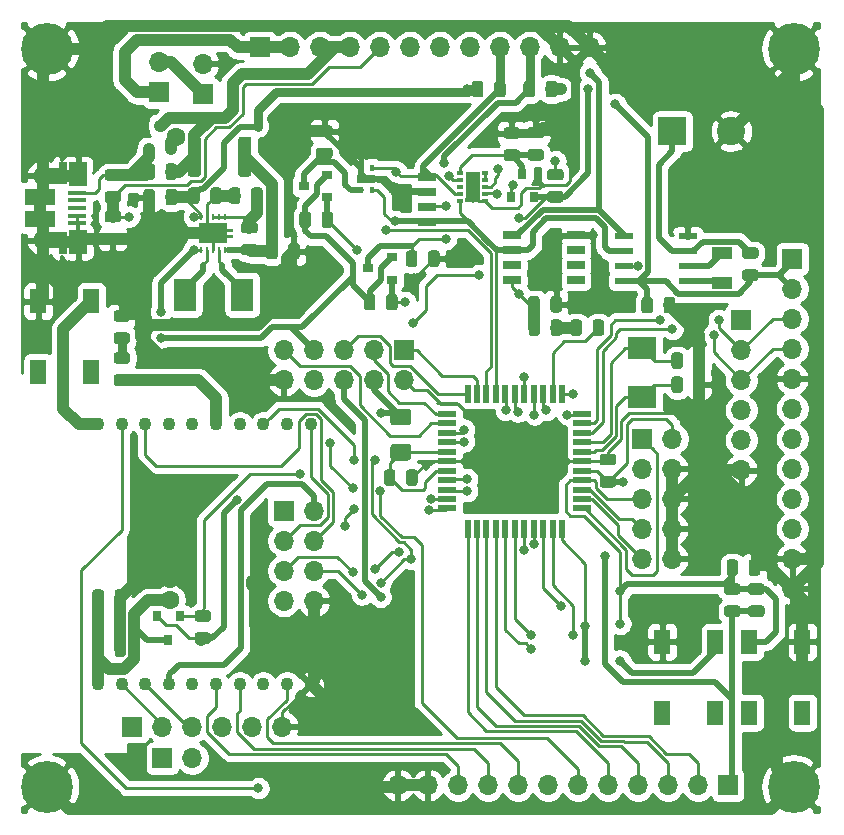
<source format=gtl>
G04 #@! TF.GenerationSoftware,KiCad,Pcbnew,(5.1.9)-1*
G04 #@! TF.CreationDate,2021-03-20T17:22:42+01:00*
G04 #@! TF.ProjectId,SmartSensor,536d6172-7453-4656-9e73-6f722e6b6963,rev?*
G04 #@! TF.SameCoordinates,Original*
G04 #@! TF.FileFunction,Copper,L1,Top*
G04 #@! TF.FilePolarity,Positive*
%FSLAX46Y46*%
G04 Gerber Fmt 4.6, Leading zero omitted, Abs format (unit mm)*
G04 Created by KiCad (PCBNEW (5.1.9)-1) date 2021-03-20 17:22:42*
%MOMM*%
%LPD*%
G01*
G04 APERTURE LIST*
G04 #@! TA.AperFunction,ComponentPad*
%ADD10R,2.400000X2.400000*%
G04 #@! TD*
G04 #@! TA.AperFunction,ComponentPad*
%ADD11C,2.400000*%
G04 #@! TD*
G04 #@! TA.AperFunction,SMDPad,CuDef*
%ADD12R,1.600000X0.700000*%
G04 #@! TD*
G04 #@! TA.AperFunction,SMDPad,CuDef*
%ADD13R,0.400000X0.600000*%
G04 #@! TD*
G04 #@! TA.AperFunction,SMDPad,CuDef*
%ADD14R,2.000000X1.350000*%
G04 #@! TD*
G04 #@! TA.AperFunction,SMDPad,CuDef*
%ADD15R,0.700000X1.825000*%
G04 #@! TD*
G04 #@! TA.AperFunction,SMDPad,CuDef*
%ADD16R,1.500000X2.000000*%
G04 #@! TD*
G04 #@! TA.AperFunction,SMDPad,CuDef*
%ADD17R,1.650000X0.400000*%
G04 #@! TD*
G04 #@! TA.AperFunction,ComponentPad*
%ADD18O,1.500000X1.100000*%
G04 #@! TD*
G04 #@! TA.AperFunction,ComponentPad*
%ADD19O,1.700000X1.350000*%
G04 #@! TD*
G04 #@! TA.AperFunction,SMDPad,CuDef*
%ADD20R,2.500000X1.430000*%
G04 #@! TD*
G04 #@! TA.AperFunction,ComponentPad*
%ADD21R,1.700000X1.700000*%
G04 #@! TD*
G04 #@! TA.AperFunction,ComponentPad*
%ADD22O,1.700000X1.700000*%
G04 #@! TD*
G04 #@! TA.AperFunction,SMDPad,CuDef*
%ADD23R,1.903000X2.790000*%
G04 #@! TD*
G04 #@! TA.AperFunction,SMDPad,CuDef*
%ADD24R,0.800000X0.900000*%
G04 #@! TD*
G04 #@! TA.AperFunction,SMDPad,CuDef*
%ADD25R,0.900000X0.800000*%
G04 #@! TD*
G04 #@! TA.AperFunction,SMDPad,CuDef*
%ADD26R,0.240000X0.600000*%
G04 #@! TD*
G04 #@! TA.AperFunction,SMDPad,CuDef*
%ADD27C,0.100000*%
G04 #@! TD*
G04 #@! TA.AperFunction,ComponentPad*
%ADD28C,0.500000*%
G04 #@! TD*
G04 #@! TA.AperFunction,SMDPad,CuDef*
%ADD29R,1.000000X0.300000*%
G04 #@! TD*
G04 #@! TA.AperFunction,SMDPad,CuDef*
%ADD30R,1.300000X2.200000*%
G04 #@! TD*
G04 #@! TA.AperFunction,SMDPad,CuDef*
%ADD31R,0.600000X0.400000*%
G04 #@! TD*
G04 #@! TA.AperFunction,SMDPad,CuDef*
%ADD32R,1.550000X0.600000*%
G04 #@! TD*
G04 #@! TA.AperFunction,SMDPad,CuDef*
%ADD33R,1.500000X0.550000*%
G04 #@! TD*
G04 #@! TA.AperFunction,SMDPad,CuDef*
%ADD34R,0.550000X1.500000*%
G04 #@! TD*
G04 #@! TA.AperFunction,SMDPad,CuDef*
%ADD35R,1.800000X1.000000*%
G04 #@! TD*
G04 #@! TA.AperFunction,ComponentPad*
%ADD36C,1.100000*%
G04 #@! TD*
G04 #@! TA.AperFunction,SMDPad,CuDef*
%ADD37R,1.500000X0.650000*%
G04 #@! TD*
G04 #@! TA.AperFunction,SMDPad,CuDef*
%ADD38R,2.400000X1.900000*%
G04 #@! TD*
G04 #@! TA.AperFunction,ComponentPad*
%ADD39C,4.400000*%
G04 #@! TD*
G04 #@! TA.AperFunction,ComponentPad*
%ADD40C,0.700000*%
G04 #@! TD*
G04 #@! TA.AperFunction,SMDPad,CuDef*
%ADD41R,1.400000X2.100000*%
G04 #@! TD*
G04 #@! TA.AperFunction,ViaPad*
%ADD42C,0.800000*%
G04 #@! TD*
G04 #@! TA.AperFunction,ViaPad*
%ADD43C,1.600000*%
G04 #@! TD*
G04 #@! TA.AperFunction,Conductor*
%ADD44C,1.000000*%
G04 #@! TD*
G04 #@! TA.AperFunction,Conductor*
%ADD45C,0.500000*%
G04 #@! TD*
G04 #@! TA.AperFunction,Conductor*
%ADD46C,0.250000*%
G04 #@! TD*
G04 #@! TA.AperFunction,Conductor*
%ADD47C,0.750000*%
G04 #@! TD*
G04 #@! TA.AperFunction,Conductor*
%ADD48C,0.254000*%
G04 #@! TD*
G04 #@! TA.AperFunction,Conductor*
%ADD49C,0.100000*%
G04 #@! TD*
G04 APERTURE END LIST*
G04 #@! TA.AperFunction,SMDPad,CuDef*
G36*
G01*
X226770250Y-127644500D02*
X225857750Y-127644500D01*
G75*
G02*
X225614000Y-127400750I0J243750D01*
G01*
X225614000Y-126913250D01*
G75*
G02*
X225857750Y-126669500I243750J0D01*
G01*
X226770250Y-126669500D01*
G75*
G02*
X227014000Y-126913250I0J-243750D01*
G01*
X227014000Y-127400750D01*
G75*
G02*
X226770250Y-127644500I-243750J0D01*
G01*
G37*
G04 #@! TD.AperFunction*
G04 #@! TA.AperFunction,SMDPad,CuDef*
G36*
G01*
X226770250Y-129519500D02*
X225857750Y-129519500D01*
G75*
G02*
X225614000Y-129275750I0J243750D01*
G01*
X225614000Y-128788250D01*
G75*
G02*
X225857750Y-128544500I243750J0D01*
G01*
X226770250Y-128544500D01*
G75*
G02*
X227014000Y-128788250I0J-243750D01*
G01*
X227014000Y-129275750D01*
G75*
G02*
X226770250Y-129519500I-243750J0D01*
G01*
G37*
G04 #@! TD.AperFunction*
G04 #@! TA.AperFunction,SMDPad,CuDef*
G36*
G01*
X184805500Y-99008250D02*
X184805500Y-98095750D01*
G75*
G02*
X185049250Y-97852000I243750J0D01*
G01*
X185536750Y-97852000D01*
G75*
G02*
X185780500Y-98095750I0J-243750D01*
G01*
X185780500Y-99008250D01*
G75*
G02*
X185536750Y-99252000I-243750J0D01*
G01*
X185049250Y-99252000D01*
G75*
G02*
X184805500Y-99008250I0J243750D01*
G01*
G37*
G04 #@! TD.AperFunction*
G04 #@! TA.AperFunction,SMDPad,CuDef*
G36*
G01*
X186680500Y-99008250D02*
X186680500Y-98095750D01*
G75*
G02*
X186924250Y-97852000I243750J0D01*
G01*
X187411750Y-97852000D01*
G75*
G02*
X187655500Y-98095750I0J-243750D01*
G01*
X187655500Y-99008250D01*
G75*
G02*
X187411750Y-99252000I-243750J0D01*
G01*
X186924250Y-99252000D01*
G75*
G02*
X186680500Y-99008250I0J243750D01*
G01*
G37*
G04 #@! TD.AperFunction*
G04 #@! TA.AperFunction,SMDPad,CuDef*
G36*
G01*
X184510500Y-93396750D02*
X184510500Y-94309250D01*
G75*
G02*
X184266750Y-94553000I-243750J0D01*
G01*
X183779250Y-94553000D01*
G75*
G02*
X183535500Y-94309250I0J243750D01*
G01*
X183535500Y-93396750D01*
G75*
G02*
X183779250Y-93153000I243750J0D01*
G01*
X184266750Y-93153000D01*
G75*
G02*
X184510500Y-93396750I0J-243750D01*
G01*
G37*
G04 #@! TD.AperFunction*
G04 #@! TA.AperFunction,SMDPad,CuDef*
G36*
G01*
X182635500Y-93396750D02*
X182635500Y-94309250D01*
G75*
G02*
X182391750Y-94553000I-243750J0D01*
G01*
X181904250Y-94553000D01*
G75*
G02*
X181660500Y-94309250I0J243750D01*
G01*
X181660500Y-93396750D01*
G75*
G02*
X181904250Y-93153000I243750J0D01*
G01*
X182391750Y-93153000D01*
G75*
G02*
X182635500Y-93396750I0J-243750D01*
G01*
G37*
G04 #@! TD.AperFunction*
G04 #@! TA.AperFunction,SMDPad,CuDef*
G36*
G01*
X175396500Y-93523750D02*
X175396500Y-94436250D01*
G75*
G02*
X175152750Y-94680000I-243750J0D01*
G01*
X174665250Y-94680000D01*
G75*
G02*
X174421500Y-94436250I0J243750D01*
G01*
X174421500Y-93523750D01*
G75*
G02*
X174665250Y-93280000I243750J0D01*
G01*
X175152750Y-93280000D01*
G75*
G02*
X175396500Y-93523750I0J-243750D01*
G01*
G37*
G04 #@! TD.AperFunction*
G04 #@! TA.AperFunction,SMDPad,CuDef*
G36*
G01*
X177271500Y-93523750D02*
X177271500Y-94436250D01*
G75*
G02*
X177027750Y-94680000I-243750J0D01*
G01*
X176540250Y-94680000D01*
G75*
G02*
X176296500Y-94436250I0J243750D01*
G01*
X176296500Y-93523750D01*
G75*
G02*
X176540250Y-93280000I243750J0D01*
G01*
X177027750Y-93280000D01*
G75*
G02*
X177271500Y-93523750I0J-243750D01*
G01*
G37*
G04 #@! TD.AperFunction*
G04 #@! TA.AperFunction,SMDPad,CuDef*
G36*
G01*
X178201500Y-94309250D02*
X178201500Y-93396750D01*
G75*
G02*
X178445250Y-93153000I243750J0D01*
G01*
X178932750Y-93153000D01*
G75*
G02*
X179176500Y-93396750I0J-243750D01*
G01*
X179176500Y-94309250D01*
G75*
G02*
X178932750Y-94553000I-243750J0D01*
G01*
X178445250Y-94553000D01*
G75*
G02*
X178201500Y-94309250I0J243750D01*
G01*
G37*
G04 #@! TD.AperFunction*
G04 #@! TA.AperFunction,SMDPad,CuDef*
G36*
G01*
X180076500Y-94309250D02*
X180076500Y-93396750D01*
G75*
G02*
X180320250Y-93153000I243750J0D01*
G01*
X180807750Y-93153000D01*
G75*
G02*
X181051500Y-93396750I0J-243750D01*
G01*
X181051500Y-94309250D01*
G75*
G02*
X180807750Y-94553000I-243750J0D01*
G01*
X180320250Y-94553000D01*
G75*
G02*
X180076500Y-94309250I0J243750D01*
G01*
G37*
G04 #@! TD.AperFunction*
G04 #@! TA.AperFunction,SMDPad,CuDef*
G36*
G01*
X208101250Y-89006500D02*
X207188750Y-89006500D01*
G75*
G02*
X206945000Y-88762750I0J243750D01*
G01*
X206945000Y-88275250D01*
G75*
G02*
X207188750Y-88031500I243750J0D01*
G01*
X208101250Y-88031500D01*
G75*
G02*
X208345000Y-88275250I0J-243750D01*
G01*
X208345000Y-88762750D01*
G75*
G02*
X208101250Y-89006500I-243750J0D01*
G01*
G37*
G04 #@! TD.AperFunction*
G04 #@! TA.AperFunction,SMDPad,CuDef*
G36*
G01*
X208101250Y-90881500D02*
X207188750Y-90881500D01*
G75*
G02*
X206945000Y-90637750I0J243750D01*
G01*
X206945000Y-90150250D01*
G75*
G02*
X207188750Y-89906500I243750J0D01*
G01*
X208101250Y-89906500D01*
G75*
G02*
X208345000Y-90150250I0J-243750D01*
G01*
X208345000Y-90637750D01*
G75*
G02*
X208101250Y-90881500I-243750J0D01*
G01*
G37*
G04 #@! TD.AperFunction*
G04 #@! TA.AperFunction,SMDPad,CuDef*
G36*
G01*
X206069250Y-90911500D02*
X205156750Y-90911500D01*
G75*
G02*
X204913000Y-90667750I0J243750D01*
G01*
X204913000Y-90180250D01*
G75*
G02*
X205156750Y-89936500I243750J0D01*
G01*
X206069250Y-89936500D01*
G75*
G02*
X206313000Y-90180250I0J-243750D01*
G01*
X206313000Y-90667750D01*
G75*
G02*
X206069250Y-90911500I-243750J0D01*
G01*
G37*
G04 #@! TD.AperFunction*
G04 #@! TA.AperFunction,SMDPad,CuDef*
G36*
G01*
X206069250Y-89036500D02*
X205156750Y-89036500D01*
G75*
G02*
X204913000Y-88792750I0J243750D01*
G01*
X204913000Y-88305250D01*
G75*
G02*
X205156750Y-88061500I243750J0D01*
G01*
X206069250Y-88061500D01*
G75*
G02*
X206313000Y-88305250I0J-243750D01*
G01*
X206313000Y-88792750D01*
G75*
G02*
X206069250Y-89036500I-243750J0D01*
G01*
G37*
G04 #@! TD.AperFunction*
G04 #@! TA.AperFunction,SMDPad,CuDef*
G36*
G01*
X198521500Y-99643250D02*
X198521500Y-98730750D01*
G75*
G02*
X198765250Y-98487000I243750J0D01*
G01*
X199252750Y-98487000D01*
G75*
G02*
X199496500Y-98730750I0J-243750D01*
G01*
X199496500Y-99643250D01*
G75*
G02*
X199252750Y-99887000I-243750J0D01*
G01*
X198765250Y-99887000D01*
G75*
G02*
X198521500Y-99643250I0J243750D01*
G01*
G37*
G04 #@! TD.AperFunction*
G04 #@! TA.AperFunction,SMDPad,CuDef*
G36*
G01*
X196646500Y-99643250D02*
X196646500Y-98730750D01*
G75*
G02*
X196890250Y-98487000I243750J0D01*
G01*
X197377750Y-98487000D01*
G75*
G02*
X197621500Y-98730750I0J-243750D01*
G01*
X197621500Y-99643250D01*
G75*
G02*
X197377750Y-99887000I-243750J0D01*
G01*
X196890250Y-99887000D01*
G75*
G02*
X196646500Y-99643250I0J243750D01*
G01*
G37*
G04 #@! TD.AperFunction*
G04 #@! TA.AperFunction,SMDPad,CuDef*
G36*
G01*
X190194250Y-88879500D02*
X189281750Y-88879500D01*
G75*
G02*
X189038000Y-88635750I0J243750D01*
G01*
X189038000Y-88148250D01*
G75*
G02*
X189281750Y-87904500I243750J0D01*
G01*
X190194250Y-87904500D01*
G75*
G02*
X190438000Y-88148250I0J-243750D01*
G01*
X190438000Y-88635750D01*
G75*
G02*
X190194250Y-88879500I-243750J0D01*
G01*
G37*
G04 #@! TD.AperFunction*
G04 #@! TA.AperFunction,SMDPad,CuDef*
G36*
G01*
X190194250Y-90754500D02*
X189281750Y-90754500D01*
G75*
G02*
X189038000Y-90510750I0J243750D01*
G01*
X189038000Y-90023250D01*
G75*
G02*
X189281750Y-89779500I243750J0D01*
G01*
X190194250Y-89779500D01*
G75*
G02*
X190438000Y-90023250I0J-243750D01*
G01*
X190438000Y-90510750D01*
G75*
G02*
X190194250Y-90754500I-243750J0D01*
G01*
G37*
G04 #@! TD.AperFunction*
G04 #@! TA.AperFunction,SMDPad,CuDef*
G36*
G01*
X221000500Y-108279250D02*
X221000500Y-107366750D01*
G75*
G02*
X221244250Y-107123000I243750J0D01*
G01*
X221731750Y-107123000D01*
G75*
G02*
X221975500Y-107366750I0J-243750D01*
G01*
X221975500Y-108279250D01*
G75*
G02*
X221731750Y-108523000I-243750J0D01*
G01*
X221244250Y-108523000D01*
G75*
G02*
X221000500Y-108279250I0J243750D01*
G01*
G37*
G04 #@! TD.AperFunction*
G04 #@! TA.AperFunction,SMDPad,CuDef*
G36*
G01*
X219125500Y-108279250D02*
X219125500Y-107366750D01*
G75*
G02*
X219369250Y-107123000I243750J0D01*
G01*
X219856750Y-107123000D01*
G75*
G02*
X220100500Y-107366750I0J-243750D01*
G01*
X220100500Y-108279250D01*
G75*
G02*
X219856750Y-108523000I-243750J0D01*
G01*
X219369250Y-108523000D01*
G75*
G02*
X219125500Y-108279250I0J243750D01*
G01*
G37*
G04 #@! TD.AperFunction*
G04 #@! TA.AperFunction,SMDPad,CuDef*
G36*
G01*
X223794500Y-125805250D02*
X223794500Y-124892750D01*
G75*
G02*
X224038250Y-124649000I243750J0D01*
G01*
X224525750Y-124649000D01*
G75*
G02*
X224769500Y-124892750I0J-243750D01*
G01*
X224769500Y-125805250D01*
G75*
G02*
X224525750Y-126049000I-243750J0D01*
G01*
X224038250Y-126049000D01*
G75*
G02*
X223794500Y-125805250I0J243750D01*
G01*
G37*
G04 #@! TD.AperFunction*
G04 #@! TA.AperFunction,SMDPad,CuDef*
G36*
G01*
X225669500Y-125805250D02*
X225669500Y-124892750D01*
G75*
G02*
X225913250Y-124649000I243750J0D01*
G01*
X226400750Y-124649000D01*
G75*
G02*
X226644500Y-124892750I0J-243750D01*
G01*
X226644500Y-125805250D01*
G75*
G02*
X226400750Y-126049000I-243750J0D01*
G01*
X225913250Y-126049000D01*
G75*
G02*
X225669500Y-125805250I0J243750D01*
G01*
G37*
G04 #@! TD.AperFunction*
G04 #@! TA.AperFunction,SMDPad,CuDef*
G36*
G01*
X219125500Y-110311250D02*
X219125500Y-109398750D01*
G75*
G02*
X219369250Y-109155000I243750J0D01*
G01*
X219856750Y-109155000D01*
G75*
G02*
X220100500Y-109398750I0J-243750D01*
G01*
X220100500Y-110311250D01*
G75*
G02*
X219856750Y-110555000I-243750J0D01*
G01*
X219369250Y-110555000D01*
G75*
G02*
X219125500Y-110311250I0J243750D01*
G01*
G37*
G04 #@! TD.AperFunction*
G04 #@! TA.AperFunction,SMDPad,CuDef*
G36*
G01*
X221000500Y-110311250D02*
X221000500Y-109398750D01*
G75*
G02*
X221244250Y-109155000I243750J0D01*
G01*
X221731750Y-109155000D01*
G75*
G02*
X221975500Y-109398750I0J-243750D01*
G01*
X221975500Y-110311250D01*
G75*
G02*
X221731750Y-110555000I-243750J0D01*
G01*
X221244250Y-110555000D01*
G75*
G02*
X221000500Y-110311250I0J243750D01*
G01*
G37*
G04 #@! TD.AperFunction*
G04 #@! TA.AperFunction,SMDPad,CuDef*
G36*
G01*
X214197250Y-118567500D02*
X213284750Y-118567500D01*
G75*
G02*
X213041000Y-118323750I0J243750D01*
G01*
X213041000Y-117836250D01*
G75*
G02*
X213284750Y-117592500I243750J0D01*
G01*
X214197250Y-117592500D01*
G75*
G02*
X214441000Y-117836250I0J-243750D01*
G01*
X214441000Y-118323750D01*
G75*
G02*
X214197250Y-118567500I-243750J0D01*
G01*
G37*
G04 #@! TD.AperFunction*
G04 #@! TA.AperFunction,SMDPad,CuDef*
G36*
G01*
X214197250Y-116692500D02*
X213284750Y-116692500D01*
G75*
G02*
X213041000Y-116448750I0J243750D01*
G01*
X213041000Y-115961250D01*
G75*
G02*
X213284750Y-115717500I243750J0D01*
G01*
X214197250Y-115717500D01*
G75*
G02*
X214441000Y-115961250I0J-243750D01*
G01*
X214441000Y-116448750D01*
G75*
G02*
X214197250Y-116692500I-243750J0D01*
G01*
G37*
G04 #@! TD.AperFunction*
G04 #@! TA.AperFunction,SMDPad,CuDef*
G36*
G01*
X196665000Y-118185250D02*
X196665000Y-117272750D01*
G75*
G02*
X196908750Y-117029000I243750J0D01*
G01*
X197396250Y-117029000D01*
G75*
G02*
X197640000Y-117272750I0J-243750D01*
G01*
X197640000Y-118185250D01*
G75*
G02*
X197396250Y-118429000I-243750J0D01*
G01*
X196908750Y-118429000D01*
G75*
G02*
X196665000Y-118185250I0J243750D01*
G01*
G37*
G04 #@! TD.AperFunction*
G04 #@! TA.AperFunction,SMDPad,CuDef*
G36*
G01*
X194790000Y-118185250D02*
X194790000Y-117272750D01*
G75*
G02*
X195033750Y-117029000I243750J0D01*
G01*
X195521250Y-117029000D01*
G75*
G02*
X195765000Y-117272750I0J-243750D01*
G01*
X195765000Y-118185250D01*
G75*
G02*
X195521250Y-118429000I-243750J0D01*
G01*
X195033750Y-118429000D01*
G75*
G02*
X194790000Y-118185250I0J243750D01*
G01*
G37*
G04 #@! TD.AperFunction*
G04 #@! TA.AperFunction,SMDPad,CuDef*
G36*
G01*
X218460500Y-103580250D02*
X218460500Y-102667750D01*
G75*
G02*
X218704250Y-102424000I243750J0D01*
G01*
X219191750Y-102424000D01*
G75*
G02*
X219435500Y-102667750I0J-243750D01*
G01*
X219435500Y-103580250D01*
G75*
G02*
X219191750Y-103824000I-243750J0D01*
G01*
X218704250Y-103824000D01*
G75*
G02*
X218460500Y-103580250I0J243750D01*
G01*
G37*
G04 #@! TD.AperFunction*
G04 #@! TA.AperFunction,SMDPad,CuDef*
G36*
G01*
X216585500Y-103580250D02*
X216585500Y-102667750D01*
G75*
G02*
X216829250Y-102424000I243750J0D01*
G01*
X217316750Y-102424000D01*
G75*
G02*
X217560500Y-102667750I0J-243750D01*
G01*
X217560500Y-103580250D01*
G75*
G02*
X217316750Y-103824000I-243750J0D01*
G01*
X216829250Y-103824000D01*
G75*
G02*
X216585500Y-103580250I0J243750D01*
G01*
G37*
G04 #@! TD.AperFunction*
G04 #@! TA.AperFunction,SMDPad,CuDef*
G36*
G01*
X171978500Y-132663250D02*
X171978500Y-131750750D01*
G75*
G02*
X172222250Y-131507000I243750J0D01*
G01*
X172709750Y-131507000D01*
G75*
G02*
X172953500Y-131750750I0J-243750D01*
G01*
X172953500Y-132663250D01*
G75*
G02*
X172709750Y-132907000I-243750J0D01*
G01*
X172222250Y-132907000D01*
G75*
G02*
X171978500Y-132663250I0J243750D01*
G01*
G37*
G04 #@! TD.AperFunction*
G04 #@! TA.AperFunction,SMDPad,CuDef*
G36*
G01*
X170103500Y-132663250D02*
X170103500Y-131750750D01*
G75*
G02*
X170347250Y-131507000I243750J0D01*
G01*
X170834750Y-131507000D01*
G75*
G02*
X171078500Y-131750750I0J-243750D01*
G01*
X171078500Y-132663250D01*
G75*
G02*
X170834750Y-132907000I-243750J0D01*
G01*
X170347250Y-132907000D01*
G75*
G02*
X170103500Y-132663250I0J243750D01*
G01*
G37*
G04 #@! TD.AperFunction*
G04 #@! TA.AperFunction,SMDPad,CuDef*
G36*
G01*
X170103500Y-130504250D02*
X170103500Y-129591750D01*
G75*
G02*
X170347250Y-129348000I243750J0D01*
G01*
X170834750Y-129348000D01*
G75*
G02*
X171078500Y-129591750I0J-243750D01*
G01*
X171078500Y-130504250D01*
G75*
G02*
X170834750Y-130748000I-243750J0D01*
G01*
X170347250Y-130748000D01*
G75*
G02*
X170103500Y-130504250I0J243750D01*
G01*
G37*
G04 #@! TD.AperFunction*
G04 #@! TA.AperFunction,SMDPad,CuDef*
G36*
G01*
X171978500Y-130504250D02*
X171978500Y-129591750D01*
G75*
G02*
X172222250Y-129348000I243750J0D01*
G01*
X172709750Y-129348000D01*
G75*
G02*
X172953500Y-129591750I0J-243750D01*
G01*
X172953500Y-130504250D01*
G75*
G02*
X172709750Y-130748000I-243750J0D01*
G01*
X172222250Y-130748000D01*
G75*
G02*
X171978500Y-130504250I0J243750D01*
G01*
G37*
G04 #@! TD.AperFunction*
G04 #@! TA.AperFunction,SMDPad,CuDef*
G36*
G01*
X170103500Y-128345250D02*
X170103500Y-127432750D01*
G75*
G02*
X170347250Y-127189000I243750J0D01*
G01*
X170834750Y-127189000D01*
G75*
G02*
X171078500Y-127432750I0J-243750D01*
G01*
X171078500Y-128345250D01*
G75*
G02*
X170834750Y-128589000I-243750J0D01*
G01*
X170347250Y-128589000D01*
G75*
G02*
X170103500Y-128345250I0J243750D01*
G01*
G37*
G04 #@! TD.AperFunction*
G04 #@! TA.AperFunction,SMDPad,CuDef*
G36*
G01*
X171978500Y-128345250D02*
X171978500Y-127432750D01*
G75*
G02*
X172222250Y-127189000I243750J0D01*
G01*
X172709750Y-127189000D01*
G75*
G02*
X172953500Y-127432750I0J-243750D01*
G01*
X172953500Y-128345250D01*
G75*
G02*
X172709750Y-128589000I-243750J0D01*
G01*
X172222250Y-128589000D01*
G75*
G02*
X171978500Y-128345250I0J243750D01*
G01*
G37*
G04 #@! TD.AperFunction*
D10*
X219202000Y-88392000D03*
D11*
X224202000Y-88392000D03*
G04 #@! TA.AperFunction,SMDPad,CuDef*
G36*
G01*
X175396500Y-91364750D02*
X175396500Y-92277250D01*
G75*
G02*
X175152750Y-92521000I-243750J0D01*
G01*
X174665250Y-92521000D01*
G75*
G02*
X174421500Y-92277250I0J243750D01*
G01*
X174421500Y-91364750D01*
G75*
G02*
X174665250Y-91121000I243750J0D01*
G01*
X175152750Y-91121000D01*
G75*
G02*
X175396500Y-91364750I0J-243750D01*
G01*
G37*
G04 #@! TD.AperFunction*
G04 #@! TA.AperFunction,SMDPad,CuDef*
G36*
G01*
X177271500Y-91364750D02*
X177271500Y-92277250D01*
G75*
G02*
X177027750Y-92521000I-243750J0D01*
G01*
X176540250Y-92521000D01*
G75*
G02*
X176296500Y-92277250I0J243750D01*
G01*
X176296500Y-91364750D01*
G75*
G02*
X176540250Y-91121000I243750J0D01*
G01*
X177027750Y-91121000D01*
G75*
G02*
X177271500Y-91364750I0J-243750D01*
G01*
G37*
G04 #@! TD.AperFunction*
G04 #@! TA.AperFunction,SMDPad,CuDef*
G36*
G01*
X224738250Y-129519500D02*
X223825750Y-129519500D01*
G75*
G02*
X223582000Y-129275750I0J243750D01*
G01*
X223582000Y-128788250D01*
G75*
G02*
X223825750Y-128544500I243750J0D01*
G01*
X224738250Y-128544500D01*
G75*
G02*
X224982000Y-128788250I0J-243750D01*
G01*
X224982000Y-129275750D01*
G75*
G02*
X224738250Y-129519500I-243750J0D01*
G01*
G37*
G04 #@! TD.AperFunction*
G04 #@! TA.AperFunction,SMDPad,CuDef*
G36*
G01*
X224738250Y-127644500D02*
X223825750Y-127644500D01*
G75*
G02*
X223582000Y-127400750I0J243750D01*
G01*
X223582000Y-126913250D01*
G75*
G02*
X223825750Y-126669500I243750J0D01*
G01*
X224738250Y-126669500D01*
G75*
G02*
X224982000Y-126913250I0J-243750D01*
G01*
X224982000Y-127400750D01*
G75*
G02*
X224738250Y-127644500I-243750J0D01*
G01*
G37*
G04 #@! TD.AperFunction*
G04 #@! TA.AperFunction,SMDPad,CuDef*
G36*
G01*
X211561500Y-104572750D02*
X211561500Y-105485250D01*
G75*
G02*
X211317750Y-105729000I-243750J0D01*
G01*
X210830250Y-105729000D01*
G75*
G02*
X210586500Y-105485250I0J243750D01*
G01*
X210586500Y-104572750D01*
G75*
G02*
X210830250Y-104329000I243750J0D01*
G01*
X211317750Y-104329000D01*
G75*
G02*
X211561500Y-104572750I0J-243750D01*
G01*
G37*
G04 #@! TD.AperFunction*
G04 #@! TA.AperFunction,SMDPad,CuDef*
G36*
G01*
X213436500Y-104572750D02*
X213436500Y-105485250D01*
G75*
G02*
X213192750Y-105729000I-243750J0D01*
G01*
X212705250Y-105729000D01*
G75*
G02*
X212461500Y-105485250I0J243750D01*
G01*
X212461500Y-104572750D01*
G75*
G02*
X212705250Y-104329000I243750J0D01*
G01*
X213192750Y-104329000D01*
G75*
G02*
X213436500Y-104572750I0J-243750D01*
G01*
G37*
G04 #@! TD.AperFunction*
G04 #@! TA.AperFunction,SMDPad,CuDef*
G36*
G01*
X172136750Y-103555500D02*
X173049250Y-103555500D01*
G75*
G02*
X173293000Y-103799250I0J-243750D01*
G01*
X173293000Y-104286750D01*
G75*
G02*
X173049250Y-104530500I-243750J0D01*
G01*
X172136750Y-104530500D01*
G75*
G02*
X171893000Y-104286750I0J243750D01*
G01*
X171893000Y-103799250D01*
G75*
G02*
X172136750Y-103555500I243750J0D01*
G01*
G37*
G04 #@! TD.AperFunction*
G04 #@! TA.AperFunction,SMDPad,CuDef*
G36*
G01*
X172136750Y-105430500D02*
X173049250Y-105430500D01*
G75*
G02*
X173293000Y-105674250I0J-243750D01*
G01*
X173293000Y-106161750D01*
G75*
G02*
X173049250Y-106405500I-243750J0D01*
G01*
X172136750Y-106405500D01*
G75*
G02*
X171893000Y-106161750I0J243750D01*
G01*
X171893000Y-105674250D01*
G75*
G02*
X172136750Y-105430500I243750J0D01*
G01*
G37*
G04 #@! TD.AperFunction*
G04 #@! TA.AperFunction,SMDPad,CuDef*
G36*
G01*
X225349750Y-98221500D02*
X226262250Y-98221500D01*
G75*
G02*
X226506000Y-98465250I0J-243750D01*
G01*
X226506000Y-98952750D01*
G75*
G02*
X226262250Y-99196500I-243750J0D01*
G01*
X225349750Y-99196500D01*
G75*
G02*
X225106000Y-98952750I0J243750D01*
G01*
X225106000Y-98465250D01*
G75*
G02*
X225349750Y-98221500I243750J0D01*
G01*
G37*
G04 #@! TD.AperFunction*
G04 #@! TA.AperFunction,SMDPad,CuDef*
G36*
G01*
X225349750Y-100096500D02*
X226262250Y-100096500D01*
G75*
G02*
X226506000Y-100340250I0J-243750D01*
G01*
X226506000Y-100827750D01*
G75*
G02*
X226262250Y-101071500I-243750J0D01*
G01*
X225349750Y-101071500D01*
G75*
G02*
X225106000Y-100827750I0J243750D01*
G01*
X225106000Y-100340250D01*
G75*
G02*
X225349750Y-100096500I243750J0D01*
G01*
G37*
G04 #@! TD.AperFunction*
G04 #@! TA.AperFunction,SMDPad,CuDef*
G36*
G01*
X183569500Y-89100999D02*
X183569500Y-92001001D01*
G75*
G02*
X183319501Y-92251000I-249999J0D01*
G01*
X182694499Y-92251000D01*
G75*
G02*
X182444500Y-92001001I0J249999D01*
G01*
X182444500Y-89100999D01*
G75*
G02*
X182694499Y-88851000I249999J0D01*
G01*
X183319501Y-88851000D01*
G75*
G02*
X183569500Y-89100999I0J-249999D01*
G01*
G37*
G04 #@! TD.AperFunction*
G04 #@! TA.AperFunction,SMDPad,CuDef*
G36*
G01*
X179294500Y-89100999D02*
X179294500Y-92001001D01*
G75*
G02*
X179044501Y-92251000I-249999J0D01*
G01*
X178419499Y-92251000D01*
G75*
G02*
X178169500Y-92001001I0J249999D01*
G01*
X178169500Y-89100999D01*
G75*
G02*
X178419499Y-88851000I249999J0D01*
G01*
X179044501Y-88851000D01*
G75*
G02*
X179294500Y-89100999I0J-249999D01*
G01*
G37*
G04 #@! TD.AperFunction*
D12*
X193294000Y-92456000D03*
D13*
X192819000Y-91506000D03*
X193769000Y-93406000D03*
X192819000Y-93406000D03*
X193769000Y-91506000D03*
D14*
X166840000Y-97640000D03*
X166840000Y-92160000D03*
D15*
X167590000Y-91940000D03*
X167590000Y-97890000D03*
D16*
X168890000Y-92040000D03*
X168910000Y-97790000D03*
D17*
X168790000Y-93590000D03*
X168790000Y-94240000D03*
X168790000Y-94890000D03*
X168790000Y-95540000D03*
X168790000Y-96190000D03*
D18*
X168910000Y-92470000D03*
X168910000Y-97310000D03*
D19*
X165910000Y-92160000D03*
X165910000Y-97620000D03*
D20*
X165640000Y-93930000D03*
X165640000Y-95850000D03*
D21*
X175768000Y-85090000D03*
D22*
X175768000Y-82550000D03*
X179451000Y-82677000D03*
D21*
X179451000Y-85217000D03*
D22*
X225044000Y-117094000D03*
X225044000Y-114554000D03*
X225044000Y-112014000D03*
X225044000Y-109474000D03*
X225044000Y-106934000D03*
D21*
X225044000Y-104394000D03*
X196469000Y-106934000D03*
D22*
X196469000Y-109474000D03*
X193929000Y-106934000D03*
X193929000Y-109474000D03*
X191389000Y-106934000D03*
X191389000Y-109474000D03*
X188849000Y-106934000D03*
X188849000Y-109474000D03*
X186309000Y-106934000D03*
X186309000Y-109474000D03*
X219202000Y-124587000D03*
X216662000Y-124587000D03*
X219202000Y-122047000D03*
X216662000Y-122047000D03*
X219202000Y-119507000D03*
X216662000Y-119507000D03*
X219202000Y-116967000D03*
X216662000Y-116967000D03*
X219202000Y-114427000D03*
D21*
X216662000Y-114427000D03*
X176022000Y-141478000D03*
D22*
X178562000Y-141478000D03*
D21*
X173482000Y-138811000D03*
D22*
X176022000Y-138811000D03*
X178562000Y-138811000D03*
X181102000Y-138811000D03*
X183642000Y-138811000D03*
X186182000Y-138811000D03*
D21*
X186309000Y-120523000D03*
D22*
X188849000Y-120523000D03*
X186309000Y-123063000D03*
X188849000Y-123063000D03*
X186309000Y-125603000D03*
X188849000Y-125603000D03*
X186309000Y-128143000D03*
X188849000Y-128143000D03*
X212217000Y-81280000D03*
X209677000Y-81280000D03*
X207137000Y-81280000D03*
X204597000Y-81280000D03*
X202057000Y-81280000D03*
X199517000Y-81280000D03*
X196977000Y-81280000D03*
X194437000Y-81280000D03*
X191897000Y-81280000D03*
X189357000Y-81280000D03*
X186817000Y-81280000D03*
D21*
X184277000Y-81280000D03*
X229362000Y-99187000D03*
D22*
X229362000Y-101727000D03*
X229362000Y-104267000D03*
X229362000Y-106807000D03*
X229362000Y-109347000D03*
X229362000Y-111887000D03*
X229362000Y-114427000D03*
X229362000Y-116967000D03*
X229362000Y-119507000D03*
X229362000Y-122047000D03*
X229362000Y-124587000D03*
X229362000Y-127127000D03*
D21*
X223901000Y-143764000D03*
D22*
X221361000Y-143764000D03*
X218821000Y-143764000D03*
X216281000Y-143764000D03*
X213741000Y-143764000D03*
X211201000Y-143764000D03*
X208661000Y-143764000D03*
X206121000Y-143764000D03*
X203581000Y-143764000D03*
X201041000Y-143764000D03*
X198501000Y-143764000D03*
X195961000Y-143764000D03*
D23*
X182780000Y-102235000D03*
X177927000Y-102235000D03*
G04 #@! TA.AperFunction,SMDPad,CuDef*
G36*
G01*
X195590000Y-111882500D02*
X196840000Y-111882500D01*
G75*
G02*
X197090000Y-112132500I0J-250000D01*
G01*
X197090000Y-113057500D01*
G75*
G02*
X196840000Y-113307500I-250000J0D01*
G01*
X195590000Y-113307500D01*
G75*
G02*
X195340000Y-113057500I0J250000D01*
G01*
X195340000Y-112132500D01*
G75*
G02*
X195590000Y-111882500I250000J0D01*
G01*
G37*
G04 #@! TD.AperFunction*
G04 #@! TA.AperFunction,SMDPad,CuDef*
G36*
G01*
X195590000Y-114857500D02*
X196840000Y-114857500D01*
G75*
G02*
X197090000Y-115107500I0J-250000D01*
G01*
X197090000Y-116032500D01*
G75*
G02*
X196840000Y-116282500I-250000J0D01*
G01*
X195590000Y-116282500D01*
G75*
G02*
X195340000Y-116032500I0J250000D01*
G01*
X195340000Y-115107500D01*
G75*
G02*
X195590000Y-114857500I250000J0D01*
G01*
G37*
G04 #@! TD.AperFunction*
D24*
X175829000Y-87916000D03*
X176779000Y-89916000D03*
X174879000Y-89916000D03*
X206502000Y-91980000D03*
X207452000Y-93980000D03*
X205552000Y-93980000D03*
D25*
X195453000Y-100960000D03*
X195453000Y-99060000D03*
X193453000Y-100010000D03*
X189992000Y-93975000D03*
X189992000Y-92075000D03*
X187992000Y-93025000D03*
D24*
X177480000Y-129445000D03*
X175580000Y-129445000D03*
X176530000Y-131445000D03*
G04 #@! TA.AperFunction,SMDPad,CuDef*
G36*
G01*
X172287250Y-92592500D02*
X171374750Y-92592500D01*
G75*
G02*
X171131000Y-92348750I0J243750D01*
G01*
X171131000Y-91861250D01*
G75*
G02*
X171374750Y-91617500I243750J0D01*
G01*
X172287250Y-91617500D01*
G75*
G02*
X172531000Y-91861250I0J-243750D01*
G01*
X172531000Y-92348750D01*
G75*
G02*
X172287250Y-92592500I-243750J0D01*
G01*
G37*
G04 #@! TD.AperFunction*
G04 #@! TA.AperFunction,SMDPad,CuDef*
G36*
G01*
X172287250Y-94467500D02*
X171374750Y-94467500D01*
G75*
G02*
X171131000Y-94223750I0J243750D01*
G01*
X171131000Y-93736250D01*
G75*
G02*
X171374750Y-93492500I243750J0D01*
G01*
X172287250Y-93492500D01*
G75*
G02*
X172531000Y-93736250I0J-243750D01*
G01*
X172531000Y-94223750D01*
G75*
G02*
X172287250Y-94467500I-243750J0D01*
G01*
G37*
G04 #@! TD.AperFunction*
G04 #@! TA.AperFunction,SMDPad,CuDef*
G36*
G01*
X172287250Y-97993500D02*
X171374750Y-97993500D01*
G75*
G02*
X171131000Y-97749750I0J243750D01*
G01*
X171131000Y-97262250D01*
G75*
G02*
X171374750Y-97018500I243750J0D01*
G01*
X172287250Y-97018500D01*
G75*
G02*
X172531000Y-97262250I0J-243750D01*
G01*
X172531000Y-97749750D01*
G75*
G02*
X172287250Y-97993500I-243750J0D01*
G01*
G37*
G04 #@! TD.AperFunction*
G04 #@! TA.AperFunction,SMDPad,CuDef*
G36*
G01*
X172287250Y-96118500D02*
X171374750Y-96118500D01*
G75*
G02*
X171131000Y-95874750I0J243750D01*
G01*
X171131000Y-95387250D01*
G75*
G02*
X171374750Y-95143500I243750J0D01*
G01*
X172287250Y-95143500D01*
G75*
G02*
X172531000Y-95387250I0J-243750D01*
G01*
X172531000Y-95874750D01*
G75*
G02*
X172287250Y-96118500I-243750J0D01*
G01*
G37*
G04 #@! TD.AperFunction*
G04 #@! TA.AperFunction,SMDPad,CuDef*
G36*
G01*
X182931750Y-97937500D02*
X183844250Y-97937500D01*
G75*
G02*
X184088000Y-98181250I0J-243750D01*
G01*
X184088000Y-98668750D01*
G75*
G02*
X183844250Y-98912500I-243750J0D01*
G01*
X182931750Y-98912500D01*
G75*
G02*
X182688000Y-98668750I0J243750D01*
G01*
X182688000Y-98181250D01*
G75*
G02*
X182931750Y-97937500I243750J0D01*
G01*
G37*
G04 #@! TD.AperFunction*
G04 #@! TA.AperFunction,SMDPad,CuDef*
G36*
G01*
X182931750Y-96062500D02*
X183844250Y-96062500D01*
G75*
G02*
X184088000Y-96306250I0J-243750D01*
G01*
X184088000Y-96793750D01*
G75*
G02*
X183844250Y-97037500I-243750J0D01*
G01*
X182931750Y-97037500D01*
G75*
G02*
X182688000Y-96793750I0J243750D01*
G01*
X182688000Y-96306250D01*
G75*
G02*
X182931750Y-96062500I243750J0D01*
G01*
G37*
G04 #@! TD.AperFunction*
G04 #@! TA.AperFunction,SMDPad,CuDef*
G36*
G01*
X208839750Y-93462500D02*
X209752250Y-93462500D01*
G75*
G02*
X209996000Y-93706250I0J-243750D01*
G01*
X209996000Y-94193750D01*
G75*
G02*
X209752250Y-94437500I-243750J0D01*
G01*
X208839750Y-94437500D01*
G75*
G02*
X208596000Y-94193750I0J243750D01*
G01*
X208596000Y-93706250D01*
G75*
G02*
X208839750Y-93462500I243750J0D01*
G01*
G37*
G04 #@! TD.AperFunction*
G04 #@! TA.AperFunction,SMDPad,CuDef*
G36*
G01*
X208839750Y-91587500D02*
X209752250Y-91587500D01*
G75*
G02*
X209996000Y-91831250I0J-243750D01*
G01*
X209996000Y-92318750D01*
G75*
G02*
X209752250Y-92562500I-243750J0D01*
G01*
X208839750Y-92562500D01*
G75*
G02*
X208596000Y-92318750I0J243750D01*
G01*
X208596000Y-91831250D01*
G75*
G02*
X208839750Y-91587500I243750J0D01*
G01*
G37*
G04 #@! TD.AperFunction*
G04 #@! TA.AperFunction,SMDPad,CuDef*
G36*
G01*
X195940500Y-102413750D02*
X195940500Y-103326250D01*
G75*
G02*
X195696750Y-103570000I-243750J0D01*
G01*
X195209250Y-103570000D01*
G75*
G02*
X194965500Y-103326250I0J243750D01*
G01*
X194965500Y-102413750D01*
G75*
G02*
X195209250Y-102170000I243750J0D01*
G01*
X195696750Y-102170000D01*
G75*
G02*
X195940500Y-102413750I0J-243750D01*
G01*
G37*
G04 #@! TD.AperFunction*
G04 #@! TA.AperFunction,SMDPad,CuDef*
G36*
G01*
X194065500Y-102413750D02*
X194065500Y-103326250D01*
G75*
G02*
X193821750Y-103570000I-243750J0D01*
G01*
X193334250Y-103570000D01*
G75*
G02*
X193090500Y-103326250I0J243750D01*
G01*
X193090500Y-102413750D01*
G75*
G02*
X193334250Y-102170000I243750J0D01*
G01*
X193821750Y-102170000D01*
G75*
G02*
X194065500Y-102413750I0J-243750D01*
G01*
G37*
G04 #@! TD.AperFunction*
G04 #@! TA.AperFunction,SMDPad,CuDef*
G36*
G01*
X190479500Y-95428750D02*
X190479500Y-96341250D01*
G75*
G02*
X190235750Y-96585000I-243750J0D01*
G01*
X189748250Y-96585000D01*
G75*
G02*
X189504500Y-96341250I0J243750D01*
G01*
X189504500Y-95428750D01*
G75*
G02*
X189748250Y-95185000I243750J0D01*
G01*
X190235750Y-95185000D01*
G75*
G02*
X190479500Y-95428750I0J-243750D01*
G01*
G37*
G04 #@! TD.AperFunction*
G04 #@! TA.AperFunction,SMDPad,CuDef*
G36*
G01*
X188604500Y-95428750D02*
X188604500Y-96341250D01*
G75*
G02*
X188360750Y-96585000I-243750J0D01*
G01*
X187873250Y-96585000D01*
G75*
G02*
X187629500Y-96341250I0J243750D01*
G01*
X187629500Y-95428750D01*
G75*
G02*
X187873250Y-95185000I243750J0D01*
G01*
X188360750Y-95185000D01*
G75*
G02*
X188604500Y-95428750I0J-243750D01*
G01*
G37*
G04 #@! TD.AperFunction*
G04 #@! TA.AperFunction,SMDPad,CuDef*
G36*
G01*
X202234500Y-85292250D02*
X202234500Y-84379750D01*
G75*
G02*
X202478250Y-84136000I243750J0D01*
G01*
X202965750Y-84136000D01*
G75*
G02*
X203209500Y-84379750I0J-243750D01*
G01*
X203209500Y-85292250D01*
G75*
G02*
X202965750Y-85536000I-243750J0D01*
G01*
X202478250Y-85536000D01*
G75*
G02*
X202234500Y-85292250I0J243750D01*
G01*
G37*
G04 #@! TD.AperFunction*
G04 #@! TA.AperFunction,SMDPad,CuDef*
G36*
G01*
X204109500Y-85292250D02*
X204109500Y-84379750D01*
G75*
G02*
X204353250Y-84136000I243750J0D01*
G01*
X204840750Y-84136000D01*
G75*
G02*
X205084500Y-84379750I0J-243750D01*
G01*
X205084500Y-85292250D01*
G75*
G02*
X204840750Y-85536000I-243750J0D01*
G01*
X204353250Y-85536000D01*
G75*
G02*
X204109500Y-85292250I0J243750D01*
G01*
G37*
G04 #@! TD.AperFunction*
G04 #@! TA.AperFunction,SMDPad,CuDef*
G36*
G01*
X208005500Y-104572750D02*
X208005500Y-105485250D01*
G75*
G02*
X207761750Y-105729000I-243750J0D01*
G01*
X207274250Y-105729000D01*
G75*
G02*
X207030500Y-105485250I0J243750D01*
G01*
X207030500Y-104572750D01*
G75*
G02*
X207274250Y-104329000I243750J0D01*
G01*
X207761750Y-104329000D01*
G75*
G02*
X208005500Y-104572750I0J-243750D01*
G01*
G37*
G04 #@! TD.AperFunction*
G04 #@! TA.AperFunction,SMDPad,CuDef*
G36*
G01*
X209880500Y-104572750D02*
X209880500Y-105485250D01*
G75*
G02*
X209636750Y-105729000I-243750J0D01*
G01*
X209149250Y-105729000D01*
G75*
G02*
X208905500Y-105485250I0J243750D01*
G01*
X208905500Y-104572750D01*
G75*
G02*
X209149250Y-104329000I243750J0D01*
G01*
X209636750Y-104329000D01*
G75*
G02*
X209880500Y-104572750I0J-243750D01*
G01*
G37*
G04 #@! TD.AperFunction*
G04 #@! TA.AperFunction,SMDPad,CuDef*
G36*
G01*
X207576000Y-84379750D02*
X207576000Y-85292250D01*
G75*
G02*
X207332250Y-85536000I-243750J0D01*
G01*
X206844750Y-85536000D01*
G75*
G02*
X206601000Y-85292250I0J243750D01*
G01*
X206601000Y-84379750D01*
G75*
G02*
X206844750Y-84136000I243750J0D01*
G01*
X207332250Y-84136000D01*
G75*
G02*
X207576000Y-84379750I0J-243750D01*
G01*
G37*
G04 #@! TD.AperFunction*
G04 #@! TA.AperFunction,SMDPad,CuDef*
G36*
G01*
X209451000Y-84379750D02*
X209451000Y-85292250D01*
G75*
G02*
X209207250Y-85536000I-243750J0D01*
G01*
X208719750Y-85536000D01*
G75*
G02*
X208476000Y-85292250I0J243750D01*
G01*
X208476000Y-84379750D01*
G75*
G02*
X208719750Y-84136000I243750J0D01*
G01*
X209207250Y-84136000D01*
G75*
G02*
X209451000Y-84379750I0J-243750D01*
G01*
G37*
G04 #@! TD.AperFunction*
G04 #@! TA.AperFunction,SMDPad,CuDef*
G36*
G01*
X178994750Y-128955500D02*
X179907250Y-128955500D01*
G75*
G02*
X180151000Y-129199250I0J-243750D01*
G01*
X180151000Y-129686750D01*
G75*
G02*
X179907250Y-129930500I-243750J0D01*
G01*
X178994750Y-129930500D01*
G75*
G02*
X178751000Y-129686750I0J243750D01*
G01*
X178751000Y-129199250D01*
G75*
G02*
X178994750Y-128955500I243750J0D01*
G01*
G37*
G04 #@! TD.AperFunction*
G04 #@! TA.AperFunction,SMDPad,CuDef*
G36*
G01*
X178994750Y-130830500D02*
X179907250Y-130830500D01*
G75*
G02*
X180151000Y-131074250I0J-243750D01*
G01*
X180151000Y-131561750D01*
G75*
G02*
X179907250Y-131805500I-243750J0D01*
G01*
X178994750Y-131805500D01*
G75*
G02*
X178751000Y-131561750I0J243750D01*
G01*
X178751000Y-131074250D01*
G75*
G02*
X178994750Y-130830500I243750J0D01*
G01*
G37*
G04 #@! TD.AperFunction*
G04 #@! TA.AperFunction,SMDPad,CuDef*
G36*
G01*
X172136750Y-107111500D02*
X173049250Y-107111500D01*
G75*
G02*
X173293000Y-107355250I0J-243750D01*
G01*
X173293000Y-107842750D01*
G75*
G02*
X173049250Y-108086500I-243750J0D01*
G01*
X172136750Y-108086500D01*
G75*
G02*
X171893000Y-107842750I0J243750D01*
G01*
X171893000Y-107355250D01*
G75*
G02*
X172136750Y-107111500I243750J0D01*
G01*
G37*
G04 #@! TD.AperFunction*
G04 #@! TA.AperFunction,SMDPad,CuDef*
G36*
G01*
X172136750Y-108986500D02*
X173049250Y-108986500D01*
G75*
G02*
X173293000Y-109230250I0J-243750D01*
G01*
X173293000Y-109717750D01*
G75*
G02*
X173049250Y-109961500I-243750J0D01*
G01*
X172136750Y-109961500D01*
G75*
G02*
X171893000Y-109717750I0J243750D01*
G01*
X171893000Y-109230250D01*
G75*
G02*
X172136750Y-108986500I243750J0D01*
G01*
G37*
G04 #@! TD.AperFunction*
D26*
X179324000Y-98431000D03*
X179824000Y-98431000D03*
X180324000Y-98431000D03*
X180824000Y-98431000D03*
X181324000Y-98431000D03*
X181324000Y-95631000D03*
X180824000Y-95631000D03*
X180324000Y-95631000D03*
X179824000Y-95631000D03*
X179324000Y-95631000D03*
G04 #@! TA.AperFunction,SMDPad,CuDef*
D27*
G36*
X179124000Y-97156000D02*
G01*
X179124000Y-96906000D01*
X178624000Y-96906000D01*
X178624000Y-96656000D01*
X179124000Y-96656000D01*
X179124000Y-96206000D01*
X181524000Y-96206000D01*
X181524000Y-96656000D01*
X182024000Y-96656000D01*
X182024000Y-96906000D01*
X181524000Y-96906000D01*
X181524000Y-97156000D01*
X182024000Y-97156000D01*
X182024000Y-97406000D01*
X181524000Y-97406000D01*
X181524000Y-97856000D01*
X179124000Y-97856000D01*
X179124000Y-97406000D01*
X178624000Y-97406000D01*
X178624000Y-97156000D01*
X179124000Y-97156000D01*
G37*
G04 #@! TD.AperFunction*
D28*
X181274000Y-97031000D03*
X180324000Y-97606000D03*
X180324000Y-96456000D03*
X179374000Y-97031000D03*
G04 #@! TA.AperFunction,SMDPad,CuDef*
D27*
G36*
X202961000Y-94041000D02*
G01*
X202661000Y-94341000D01*
X201961000Y-94341000D01*
X201661000Y-94041000D01*
X202961000Y-94041000D01*
G37*
G04 #@! TD.AperFunction*
D29*
X202161000Y-94191000D03*
D30*
X202311000Y-92941000D03*
D31*
X201261000Y-91891000D03*
X201261000Y-92491000D03*
X201261000Y-94291000D03*
X201261000Y-93691000D03*
X203361000Y-91891000D03*
X203361000Y-94291000D03*
X203361000Y-93691000D03*
X203361000Y-93091000D03*
X203361000Y-92491000D03*
X201261000Y-93091000D03*
D32*
X220505000Y-101092000D03*
X220505000Y-99822000D03*
X220505000Y-98552000D03*
X220505000Y-97282000D03*
X215105000Y-97282000D03*
X215105000Y-98552000D03*
X215105000Y-99822000D03*
X215105000Y-101092000D03*
D33*
X211567000Y-120332000D03*
X211567000Y-119532000D03*
X211567000Y-118732000D03*
X211567000Y-117932000D03*
X211567000Y-117132000D03*
X211567000Y-116332000D03*
X211567000Y-115532000D03*
X211567000Y-114732000D03*
X211567000Y-113932000D03*
X211567000Y-113132000D03*
X211567000Y-112332000D03*
D34*
X209867000Y-110632000D03*
X209067000Y-110632000D03*
X208267000Y-110632000D03*
X207467000Y-110632000D03*
X206667000Y-110632000D03*
X205867000Y-110632000D03*
X205067000Y-110632000D03*
X204267000Y-110632000D03*
X203467000Y-110632000D03*
X202667000Y-110632000D03*
X201867000Y-110632000D03*
D33*
X200167000Y-112332000D03*
X200167000Y-113132000D03*
X200167000Y-113932000D03*
X200167000Y-114732000D03*
X200167000Y-115532000D03*
X200167000Y-116332000D03*
X200167000Y-117132000D03*
X200167000Y-117932000D03*
X200167000Y-118732000D03*
X200167000Y-119532000D03*
X200167000Y-120332000D03*
D34*
X201867000Y-122032000D03*
X202667000Y-122032000D03*
X203467000Y-122032000D03*
X204267000Y-122032000D03*
X205067000Y-122032000D03*
X205867000Y-122032000D03*
X206667000Y-122032000D03*
X207467000Y-122032000D03*
X208267000Y-122032000D03*
X209067000Y-122032000D03*
X209867000Y-122032000D03*
D35*
X223393000Y-101219000D03*
X223393000Y-98719000D03*
G04 #@! TA.AperFunction,SMDPad,CuDef*
G36*
G01*
X206997000Y-103516750D02*
X206997000Y-102604250D01*
G75*
G02*
X207240750Y-102360500I243750J0D01*
G01*
X207728250Y-102360500D01*
G75*
G02*
X207972000Y-102604250I0J-243750D01*
G01*
X207972000Y-103516750D01*
G75*
G02*
X207728250Y-103760500I-243750J0D01*
G01*
X207240750Y-103760500D01*
G75*
G02*
X206997000Y-103516750I0J243750D01*
G01*
G37*
G04 #@! TD.AperFunction*
G04 #@! TA.AperFunction,SMDPad,CuDef*
G36*
G01*
X208872000Y-103516750D02*
X208872000Y-102604250D01*
G75*
G02*
X209115750Y-102360500I243750J0D01*
G01*
X209603250Y-102360500D01*
G75*
G02*
X209847000Y-102604250I0J-243750D01*
G01*
X209847000Y-103516750D01*
G75*
G02*
X209603250Y-103760500I-243750J0D01*
G01*
X209115750Y-103760500D01*
G75*
G02*
X208872000Y-103516750I0J243750D01*
G01*
G37*
G04 #@! TD.AperFunction*
D36*
X170576000Y-135206000D03*
X172576000Y-135206000D03*
X174576000Y-135206000D03*
X176576000Y-135206000D03*
X178576000Y-135206000D03*
X180576000Y-135206000D03*
X182576000Y-135206000D03*
X184576000Y-135206000D03*
X186576000Y-135206000D03*
X188576000Y-135206000D03*
X188576000Y-113206000D03*
X186576000Y-113206000D03*
X184576000Y-113206000D03*
X182576000Y-113206000D03*
X180576000Y-113206000D03*
X178576000Y-113206000D03*
X176576000Y-113206000D03*
X174576000Y-113206000D03*
X172576000Y-113206000D03*
X170576000Y-113206000D03*
D37*
X211043500Y-101028500D03*
X211043500Y-99758500D03*
X211043500Y-98488500D03*
X211043500Y-97218500D03*
X205643500Y-97218500D03*
X205643500Y-98488500D03*
X205643500Y-99758500D03*
X205643500Y-101028500D03*
D38*
X216662000Y-106771000D03*
X216662000Y-110871000D03*
D39*
X229489000Y-81407000D03*
D40*
X231139000Y-81407000D03*
X230655726Y-82573726D03*
X229489000Y-83057000D03*
X228322274Y-82573726D03*
X227839000Y-81407000D03*
X228322274Y-80240274D03*
X229489000Y-79757000D03*
X230655726Y-80240274D03*
D39*
X166243000Y-81407000D03*
D40*
X167893000Y-81407000D03*
X167409726Y-82573726D03*
X166243000Y-83057000D03*
X165076274Y-82573726D03*
X164593000Y-81407000D03*
X165076274Y-80240274D03*
X166243000Y-79757000D03*
X167409726Y-80240274D03*
D39*
X166243000Y-143891000D03*
D40*
X167893000Y-143891000D03*
X167409726Y-145057726D03*
X166243000Y-145541000D03*
X165076274Y-145057726D03*
X164593000Y-143891000D03*
X165076274Y-142724274D03*
X166243000Y-142241000D03*
X167409726Y-142724274D03*
X230655726Y-142724274D03*
X229489000Y-142241000D03*
X228322274Y-142724274D03*
X227839000Y-143891000D03*
X228322274Y-145057726D03*
X229489000Y-145541000D03*
X230655726Y-145057726D03*
X231139000Y-143891000D03*
D39*
X229489000Y-143891000D03*
D12*
X198393000Y-96041000D03*
X198393000Y-94771000D03*
X198393000Y-93501000D03*
X198393000Y-92231000D03*
D41*
X230215000Y-131620000D03*
X230215000Y-137620000D03*
X225715000Y-131620000D03*
X225715000Y-137620000D03*
X170017000Y-102791000D03*
X170017000Y-108791000D03*
X165517000Y-102791000D03*
X165517000Y-108791000D03*
X222849000Y-131620000D03*
X222849000Y-137620000D03*
X218349000Y-131620000D03*
X218349000Y-137620000D03*
D42*
X178695000Y-98431000D03*
X178689000Y-95631000D03*
X209804000Y-84836000D03*
X201803000Y-84836000D03*
X214376000Y-86106000D03*
X212090000Y-84836000D03*
X175895000Y-103675000D03*
X175895000Y-105875000D03*
X182342459Y-119604459D03*
X194564000Y-112268000D03*
X215011000Y-118110000D03*
X213487000Y-124333000D03*
X206198000Y-102158000D03*
X206248000Y-95758000D03*
D43*
X176635311Y-128099313D03*
D42*
X218186000Y-104394000D03*
X223139000Y-104394000D03*
X219202000Y-105156000D03*
X222689847Y-105605153D03*
X214814990Y-127311990D03*
X194500500Y-127825500D03*
X197231000Y-104648000D03*
X202793020Y-100584000D03*
X214814990Y-130105990D03*
X204343000Y-93726000D03*
X187693261Y-117387000D03*
X198755000Y-119507000D03*
X209296000Y-90932000D03*
X208534000Y-112014000D03*
X205740000Y-92964000D03*
X196596000Y-102870000D03*
X201549000Y-113665000D03*
X200299653Y-92181347D03*
X207518000Y-112395000D03*
X201803000Y-117856000D03*
X204424998Y-91567000D03*
X216320000Y-99822000D03*
X209804000Y-128623020D03*
X185420000Y-87376000D03*
D43*
X183896000Y-126643000D03*
X176635310Y-126299312D03*
D42*
X197358000Y-100838000D03*
X191880500Y-90567500D03*
D43*
X190627000Y-138430000D03*
D42*
X212471000Y-97155000D03*
X222631000Y-129159000D03*
X200025000Y-97499000D03*
X200025000Y-94742000D03*
X199898000Y-91059000D03*
X195707000Y-96012000D03*
X212217000Y-83439000D03*
X194945000Y-96774000D03*
X195834000Y-91821000D03*
D43*
X177165000Y-88900000D03*
D42*
X210312000Y-112395000D03*
X210820000Y-110617000D03*
X191516000Y-121793000D03*
X192282653Y-120391347D03*
X198613579Y-120496952D03*
X192151000Y-125730000D03*
X194049937Y-125482063D03*
X196062769Y-124045617D03*
X206629000Y-123825000D03*
X192913000Y-127635000D03*
X194500500Y-126623418D03*
X197104000Y-124624000D03*
X207523429Y-123377786D03*
X194056000Y-116205000D03*
X192278000Y-116205000D03*
X173228000Y-95631000D03*
X201803000Y-118856003D03*
X206629000Y-109220000D03*
X207264000Y-132207000D03*
X207264000Y-131064000D03*
X184150000Y-144018000D03*
X190246000Y-114808000D03*
X192151000Y-118618000D03*
X194467010Y-118872000D03*
X205105000Y-112014000D03*
X206121000Y-112141000D03*
X192532000Y-98425000D03*
X201549000Y-114681000D03*
X211836000Y-130302000D03*
X214757000Y-133223000D03*
X211836000Y-133223000D03*
X210820000Y-131031990D03*
D44*
X185293000Y-92837000D02*
X185293000Y-98552000D01*
X183007000Y-90551000D02*
X185293000Y-92837000D01*
X183515000Y-98552000D02*
X183388000Y-98425000D01*
X185293000Y-98552000D02*
X183515000Y-98552000D01*
D45*
X181622000Y-98425000D02*
X181616000Y-98431000D01*
X183388000Y-98425000D02*
X181622000Y-98425000D01*
D46*
X181324000Y-98431000D02*
X181616000Y-98431000D01*
D44*
X184023000Y-95327500D02*
X184023000Y-93853000D01*
X183388000Y-96550000D02*
X183388000Y-95962500D01*
X183388000Y-95962500D02*
X184023000Y-95327500D01*
D46*
X180324000Y-95631000D02*
X181324000Y-95631000D01*
X180824000Y-95631000D02*
X181324000Y-95631000D01*
X183056500Y-95631000D02*
X183388000Y-95962500D01*
X181324000Y-95631000D02*
X183056500Y-95631000D01*
D44*
X178562000Y-93980000D02*
X178689000Y-93853000D01*
D46*
X177853000Y-93980000D02*
X177800000Y-93980000D01*
X179324000Y-95451000D02*
X177853000Y-93980000D01*
X179324000Y-95631000D02*
X179324000Y-95451000D01*
D44*
X176784000Y-93980000D02*
X177800000Y-93980000D01*
X177800000Y-93980000D02*
X178562000Y-93980000D01*
D45*
X179245237Y-93296763D02*
X179439111Y-93296763D01*
X178689000Y-93853000D02*
X179245237Y-93296763D01*
X179439111Y-93296763D02*
X181229000Y-91506874D01*
X181229000Y-91506874D02*
X181229000Y-89408000D01*
X181229000Y-89408000D02*
X182626000Y-88011000D01*
X182626000Y-88011000D02*
X184150000Y-88011000D01*
D46*
X179324000Y-98431000D02*
X178695000Y-98431000D01*
X178689000Y-95631000D02*
X179324000Y-95631000D01*
D47*
X184150000Y-86614000D02*
X185672982Y-85091018D01*
X184150000Y-88011000D02*
X184150000Y-86614000D01*
X202134500Y-84836000D02*
X202722000Y-84836000D01*
X201879482Y-85091018D02*
X202134500Y-84836000D01*
X185672982Y-85091018D02*
X201879482Y-85091018D01*
D45*
X228219000Y-100584000D02*
X229362000Y-101727000D01*
X225806000Y-100584000D02*
X228219000Y-100584000D01*
X229362000Y-99187000D02*
X229362000Y-99441000D01*
X229362000Y-99441000D02*
X228219000Y-100584000D01*
X216380000Y-101092000D02*
X215105000Y-101092000D01*
X218644999Y-101092000D02*
X216380000Y-101092000D01*
X219722000Y-102169001D02*
X218644999Y-101092000D01*
X224808499Y-102169001D02*
X219722000Y-102169001D01*
X225806000Y-101171500D02*
X224808499Y-102169001D01*
X225806000Y-100584000D02*
X225806000Y-101171500D01*
X217073000Y-101785000D02*
X216380000Y-101092000D01*
X217073000Y-103124000D02*
X217073000Y-101785000D01*
D44*
X208963500Y-84836000D02*
X209804000Y-84836000D01*
D45*
X201803000Y-85014536D02*
X201879482Y-85091018D01*
X201803000Y-84836000D02*
X201803000Y-85014536D01*
D46*
X207100500Y-103060500D02*
X207484500Y-103060500D01*
X205643500Y-101028500D02*
X205643500Y-101603500D01*
D44*
X207484500Y-104995500D02*
X207518000Y-105029000D01*
X207484500Y-103060500D02*
X207484500Y-104995500D01*
D45*
X216380000Y-101092000D02*
X217170000Y-100302000D01*
X217170000Y-100302000D02*
X217170000Y-98806000D01*
X217170000Y-98806000D02*
X217170000Y-88900000D01*
X217170000Y-88900000D02*
X214376000Y-86106000D01*
X212090000Y-91956000D02*
X212090000Y-84836000D01*
X210096000Y-93950000D02*
X212090000Y-91956000D01*
X209296000Y-93950000D02*
X210096000Y-93950000D01*
X178695000Y-98431000D02*
X175895000Y-101231000D01*
X175895000Y-101231000D02*
X175895000Y-103675000D01*
X184393517Y-105875000D02*
X185293000Y-104975516D01*
X175895000Y-105875000D02*
X184393517Y-105875000D01*
X186890516Y-104975516D02*
X188849000Y-106934000D01*
X185293000Y-104975516D02*
X186890516Y-104975516D01*
X193929000Y-109474000D02*
X193929000Y-110309000D01*
X195353000Y-111733000D02*
X196215000Y-112595000D01*
X193929000Y-110309000D02*
X195353000Y-111733000D01*
D46*
X212793000Y-117132000D02*
X211567000Y-117132000D01*
X213741000Y-118080000D02*
X212793000Y-117132000D01*
X219202000Y-113224919D02*
X219202000Y-114427000D01*
X218695091Y-112718010D02*
X219202000Y-113224919D01*
X215830990Y-112718010D02*
X218695091Y-112718010D01*
X215345028Y-113203972D02*
X215830990Y-112718010D01*
X215345027Y-116475973D02*
X215345028Y-113203972D01*
X213741000Y-118080000D02*
X215345027Y-116475973D01*
D44*
X179324000Y-131445000D02*
X179451000Y-131318000D01*
D46*
X205643500Y-101603500D02*
X206198000Y-102158000D01*
X206198000Y-102158000D02*
X207100500Y-103060500D01*
D45*
X180251000Y-131318000D02*
X181229000Y-130340000D01*
X179451000Y-131318000D02*
X180251000Y-131318000D01*
X181229000Y-130340000D02*
X181229000Y-120717918D01*
X181229000Y-120717918D02*
X182342459Y-119604459D01*
X195888000Y-112268000D02*
X196215000Y-112595000D01*
X194564000Y-112268000D02*
X195888000Y-112268000D01*
X213741000Y-118080000D02*
X214981000Y-118080000D01*
X214981000Y-118080000D02*
X215011000Y-118110000D01*
X189091999Y-92975001D02*
X189091999Y-93737001D01*
X189992000Y-92075000D02*
X189091999Y-92975001D01*
X188117000Y-94712000D02*
X188117000Y-95885000D01*
X189091999Y-93737001D02*
X188117000Y-94712000D01*
X194552999Y-99960001D02*
X194552999Y-100976001D01*
X195453000Y-99060000D02*
X194552999Y-99960001D01*
X193578000Y-101951000D02*
X193578000Y-102870000D01*
X194552999Y-100976001D02*
X193578000Y-101951000D01*
X188595000Y-97282000D02*
X188117000Y-96804000D01*
X189865000Y-97282000D02*
X188595000Y-97282000D01*
X192151000Y-99568000D02*
X189865000Y-97282000D01*
X188117000Y-96804000D02*
X188117000Y-95885000D01*
X193578000Y-102870000D02*
X192151000Y-101443000D01*
X187886484Y-104975516D02*
X192151000Y-100711000D01*
X186890516Y-104975516D02*
X187886484Y-104975516D01*
X192151000Y-100711000D02*
X192151000Y-99568000D01*
X192151000Y-101443000D02*
X192151000Y-100711000D01*
D46*
X208523814Y-93950000D02*
X209296000Y-93950000D01*
X206715814Y-95758000D02*
X208523814Y-93950000D01*
X206248000Y-95758000D02*
X206715814Y-95758000D01*
X208493814Y-93980000D02*
X208523814Y-93950000D01*
X207452000Y-93980000D02*
X208493814Y-93980000D01*
D45*
X209266000Y-93980000D02*
X209296000Y-93950000D01*
X207452000Y-93980000D02*
X209266000Y-93980000D01*
D46*
X176355001Y-130220001D02*
X177210001Y-130220001D01*
X175580000Y-129445000D02*
X176355001Y-130220001D01*
X178308000Y-131318000D02*
X179451000Y-131318000D01*
X177210001Y-130220001D02*
X178308000Y-131318000D01*
D45*
X213487000Y-124333000D02*
X213487000Y-131064000D01*
X226314000Y-129032000D02*
X224282000Y-129032000D01*
X224282000Y-143383000D02*
X223901000Y-143764000D01*
X224282000Y-136492998D02*
X222790002Y-135001000D01*
X224282000Y-137414000D02*
X224282000Y-136492998D01*
X224282000Y-129032000D02*
X224282000Y-137414000D01*
X224282000Y-137414000D02*
X224282000Y-143383000D01*
X222790002Y-135001000D02*
X215011000Y-135001000D01*
X213487000Y-133477000D02*
X213487000Y-131064000D01*
X215011000Y-135001000D02*
X213487000Y-133477000D01*
D44*
X170591000Y-127889000D02*
X170591000Y-132207000D01*
X170591000Y-135191000D02*
X170576000Y-135206000D01*
X170591000Y-132207000D02*
X170591000Y-135191000D01*
X170591000Y-133007000D02*
X170591000Y-132207000D01*
X171539999Y-133955999D02*
X170591000Y-133007000D01*
X172751681Y-133955999D02*
X171539999Y-133955999D01*
X173666010Y-133041670D02*
X172751681Y-133955999D01*
X174815685Y-128099313D02*
X173666010Y-129248988D01*
X176635311Y-128099313D02*
X174815685Y-128099313D01*
D45*
X174752000Y-131445000D02*
X173666010Y-130359010D01*
X176530000Y-131445000D02*
X174752000Y-131445000D01*
D44*
X173666010Y-130359010D02*
X173666010Y-133041670D01*
X173666010Y-129248988D02*
X173666010Y-130359010D01*
D46*
X196253000Y-115532000D02*
X196215000Y-115570000D01*
X200167000Y-115532000D02*
X196253000Y-115532000D01*
X195277500Y-116507500D02*
X196215000Y-115570000D01*
X195277500Y-117729000D02*
X195277500Y-116507500D01*
X199167000Y-117132000D02*
X198247000Y-118052000D01*
X200167000Y-117132000D02*
X199167000Y-117132000D01*
X198247000Y-118052000D02*
X198247000Y-118618000D01*
X195833737Y-118285237D02*
X195277500Y-117729000D01*
X196302510Y-118754010D02*
X195833737Y-118285237D01*
X198110990Y-118754010D02*
X196302510Y-118754010D01*
X198247000Y-118618000D02*
X198110990Y-118754010D01*
X171031000Y-92105000D02*
X171831000Y-92105000D01*
X170688000Y-92448000D02*
X171031000Y-92105000D01*
X170688000Y-93248000D02*
X170688000Y-92448000D01*
X170346000Y-93590000D02*
X170688000Y-93248000D01*
X168790000Y-93590000D02*
X170346000Y-93590000D01*
D44*
X174625000Y-92105000D02*
X174909000Y-91821000D01*
X174879000Y-90611000D02*
X173385000Y-92105000D01*
X174879000Y-89916000D02*
X174879000Y-90611000D01*
X173385000Y-92105000D02*
X174625000Y-92105000D01*
X171831000Y-92105000D02*
X173385000Y-92105000D01*
D46*
X211806000Y-106172000D02*
X212949000Y-105029000D01*
X210058000Y-106172000D02*
X211806000Y-106172000D01*
X209067000Y-110632000D02*
X209067000Y-107163000D01*
X209067000Y-107163000D02*
X210058000Y-106172000D01*
D47*
X172593000Y-105918000D02*
X172593000Y-107599000D01*
D46*
X212567000Y-113132000D02*
X212852000Y-112847000D01*
X211567000Y-113132000D02*
X212567000Y-113132000D01*
X212852000Y-112847000D02*
X212852000Y-112141000D01*
X212852000Y-112141000D02*
X212852000Y-106807000D01*
X212852000Y-106807000D02*
X213995000Y-105664000D01*
X213995000Y-105664000D02*
X213995000Y-104775000D01*
X213995000Y-104775000D02*
X214376000Y-104394000D01*
X214376000Y-104394000D02*
X218186000Y-104394000D01*
X223139000Y-105029000D02*
X225044000Y-106934000D01*
X223139000Y-104394000D02*
X223139000Y-105029000D01*
X227711000Y-104267000D02*
X229362000Y-104267000D01*
X225044000Y-106934000D02*
X227711000Y-104267000D01*
X213302010Y-113033400D02*
X213302010Y-112327400D01*
X211567000Y-113932000D02*
X212403410Y-113932000D01*
X212403410Y-113932000D02*
X213302010Y-113033400D01*
X213302010Y-112327400D02*
X213302010Y-106993400D01*
X213302010Y-106993400D02*
X213487705Y-106807705D01*
X213487705Y-106807705D02*
X214445009Y-105850401D01*
X214445009Y-105850401D02*
X214445009Y-105537000D01*
X214445009Y-105537000D02*
X214445009Y-105467991D01*
X214445009Y-105467991D02*
X214757000Y-105156000D01*
X214757000Y-105156000D02*
X219202000Y-105156000D01*
X222689847Y-107119847D02*
X225044000Y-109474000D01*
X222689847Y-105605153D02*
X222689847Y-107119847D01*
X227711000Y-106807000D02*
X229362000Y-106807000D01*
X225044000Y-109474000D02*
X227711000Y-106807000D01*
X198780000Y-113132000D02*
X200167000Y-113132000D01*
X197739000Y-114173000D02*
X198780000Y-113132000D01*
X187673999Y-108298999D02*
X191953001Y-108298999D01*
X191953001Y-108298999D02*
X192753999Y-109099997D01*
X186309000Y-106934000D02*
X187673999Y-108298999D01*
X192753999Y-109099997D02*
X192753999Y-111600999D01*
X192753999Y-111600999D02*
X195326000Y-114173000D01*
X195326000Y-114173000D02*
X197739000Y-114173000D01*
X215459919Y-119507000D02*
X216662000Y-119507000D01*
X213663650Y-119507000D02*
X215459919Y-119507000D01*
X212715990Y-118559340D02*
X213663650Y-119507000D01*
X212715990Y-118080990D02*
X212715990Y-118559340D01*
X212567000Y-117932000D02*
X212715990Y-118080990D01*
X211567000Y-117932000D02*
X212567000Y-117932000D01*
X210567000Y-117932000D02*
X211567000Y-117932000D01*
X210185000Y-118314000D02*
X210567000Y-117932000D01*
X214814990Y-124012810D02*
X211734181Y-120932001D01*
X211734181Y-120932001D02*
X210556999Y-120932001D01*
X210556999Y-120932001D02*
X210185000Y-120560002D01*
X210185000Y-120560002D02*
X210185000Y-118314000D01*
X214814990Y-130105990D02*
X214814990Y-127311990D01*
X214814990Y-127311990D02*
X214814990Y-124012810D01*
D45*
X191389000Y-111049186D02*
X193167000Y-112827186D01*
X191389000Y-109474000D02*
X191389000Y-111049186D01*
X193167000Y-126492000D02*
X194500500Y-127825500D01*
X193167000Y-112827186D02*
X193167000Y-126492000D01*
D46*
X198374000Y-103505000D02*
X197231000Y-104648000D01*
X198374000Y-101473000D02*
X198374000Y-103505000D01*
X202793020Y-100584000D02*
X199263000Y-100584000D01*
X199263000Y-100584000D02*
X198374000Y-101473000D01*
X204216000Y-93726000D02*
X204106001Y-93616001D01*
X204343000Y-93726000D02*
X204216000Y-93726000D01*
X203435999Y-93616001D02*
X203361000Y-93691000D01*
X204106001Y-93616001D02*
X203435999Y-93616001D01*
D45*
X226314000Y-127157000D02*
X224282000Y-127157000D01*
X214814990Y-127311990D02*
X215380980Y-126746000D01*
X223647000Y-126746000D02*
X224282000Y-126111000D01*
X215380980Y-126746000D02*
X223647000Y-126746000D01*
X224282000Y-126111000D02*
X224282000Y-127157000D01*
X224282000Y-125349000D02*
X224282000Y-126111000D01*
X226314000Y-127157000D02*
X227106000Y-127157000D01*
X227106000Y-127157000D02*
X227965000Y-128016000D01*
X227965000Y-128016000D02*
X227965000Y-130810000D01*
X227155000Y-131620000D02*
X225715000Y-131620000D01*
X227965000Y-130810000D02*
X227155000Y-131620000D01*
D46*
X199366002Y-110632000D02*
X201867000Y-110632000D01*
X197033001Y-108298999D02*
X199366002Y-110632000D01*
X192564001Y-105758999D02*
X194493001Y-105758999D01*
X191389000Y-106934000D02*
X192564001Y-105758999D01*
X194493001Y-105758999D02*
X195293999Y-106559997D01*
X195293999Y-106559997D02*
X195293999Y-108044001D01*
X195293999Y-108044001D02*
X195548997Y-108298999D01*
X195548997Y-108298999D02*
X197033001Y-108298999D01*
X193929000Y-107734998D02*
X195104001Y-108909999D01*
X193929000Y-106934000D02*
X193929000Y-107734998D01*
X195104001Y-108909999D02*
X195104001Y-110395001D01*
X199167000Y-112332000D02*
X200167000Y-112332000D01*
X195104001Y-110395001D02*
X196088000Y-111379000D01*
X196088000Y-111379000D02*
X198214000Y-111379000D01*
X198214000Y-111379000D02*
X199167000Y-112332000D01*
X202667000Y-109449000D02*
X202667000Y-110632000D01*
X202311000Y-109093000D02*
X202667000Y-109449000D01*
X199728000Y-109093000D02*
X202311000Y-109093000D01*
X196469000Y-106934000D02*
X197569000Y-106934000D01*
X197569000Y-106934000D02*
X199728000Y-109093000D01*
X217551000Y-115316000D02*
X216662000Y-114427000D01*
X217932000Y-115697000D02*
X217551000Y-115316000D01*
X217932000Y-125603000D02*
X217932000Y-115697000D01*
X211770590Y-120332000D02*
X215265000Y-123826410D01*
X211567000Y-120332000D02*
X211770590Y-120332000D01*
X215265000Y-123826410D02*
X215265000Y-125476000D01*
X215265000Y-125476000D02*
X215773000Y-125984000D01*
X215773000Y-125984000D02*
X217551000Y-125984000D01*
X217551000Y-125984000D02*
X217932000Y-125603000D01*
X188576000Y-117658814D02*
X188576000Y-113206000D01*
X190024001Y-119106815D02*
X188576000Y-117658814D01*
X190024001Y-121087001D02*
X190024001Y-119106815D01*
X189413001Y-121698001D02*
X190024001Y-121087001D01*
X186309000Y-123063000D02*
X187673999Y-121698001D01*
X187673999Y-121698001D02*
X189413001Y-121698001D01*
X215812001Y-121197001D02*
X216662000Y-122047000D01*
X214717241Y-121197001D02*
X215812001Y-121197001D01*
X212252240Y-118732000D02*
X214717241Y-121197001D01*
X211567000Y-118732000D02*
X212252240Y-118732000D01*
X174576000Y-115775000D02*
X174576000Y-113206000D01*
X175514000Y-116713000D02*
X174576000Y-115775000D01*
X187579000Y-115189000D02*
X186055000Y-116713000D01*
X187579000Y-112907998D02*
X187579000Y-115189000D01*
X190474011Y-121437989D02*
X190474010Y-118920414D01*
X188849000Y-123063000D02*
X190474011Y-121437989D01*
X186055000Y-116713000D02*
X175514000Y-116713000D01*
X189451001Y-117897405D02*
X189451001Y-112785999D01*
X190474010Y-118920414D02*
X189451001Y-117897405D01*
X189451001Y-112785999D02*
X188996001Y-112330999D01*
X188155999Y-112330999D02*
X187579000Y-112907998D01*
X188996001Y-112330999D02*
X188155999Y-112330999D01*
X212407998Y-119532000D02*
X214630000Y-121754002D01*
X211567000Y-119532000D02*
X212407998Y-119532000D01*
X214630000Y-122555000D02*
X216662000Y-124587000D01*
X214630000Y-121754002D02*
X214630000Y-122555000D01*
D45*
X187833000Y-118237000D02*
X188849000Y-119253000D01*
X184912000Y-118237000D02*
X187833000Y-118237000D01*
X182645999Y-132187001D02*
X182645999Y-120503001D01*
X182645999Y-120503001D02*
X184912000Y-118237000D01*
X176576000Y-135206000D02*
X176576000Y-134428183D01*
X176784000Y-134220183D02*
X176802817Y-134220183D01*
X176802817Y-134220183D02*
X177419000Y-133604000D01*
X188849000Y-119253000D02*
X188849000Y-120523000D01*
X177419000Y-133604000D02*
X181229000Y-133604000D01*
X176576000Y-134428183D02*
X176784000Y-134220183D01*
X181229000Y-133604000D02*
X182645999Y-132187001D01*
D46*
X179824000Y-98431000D02*
X179824000Y-99306000D01*
X179824000Y-99306000D02*
X179824000Y-99322000D01*
X179824000Y-99322000D02*
X179451000Y-99695000D01*
D44*
X177927000Y-102235000D02*
X177927000Y-101473000D01*
D45*
X177927000Y-101791500D02*
X177927000Y-102235000D01*
X179451000Y-100267500D02*
X177927000Y-101791500D01*
X179451000Y-99695000D02*
X179451000Y-100267500D01*
D46*
X184948814Y-117387000D02*
X187693261Y-117387000D01*
X200142000Y-119507000D02*
X200167000Y-119532000D01*
X198755000Y-119507000D02*
X200142000Y-119507000D01*
X179451000Y-128855500D02*
X179578000Y-128728500D01*
X179451000Y-129443000D02*
X179451000Y-128855500D01*
X183476000Y-117387000D02*
X184948814Y-117387000D01*
X179578000Y-121285000D02*
X183476000Y-117387000D01*
X179578000Y-128728500D02*
X179578000Y-121285000D01*
X179449000Y-129445000D02*
X179451000Y-129443000D01*
X177480000Y-129445000D02*
X179449000Y-129445000D01*
X209296000Y-92075000D02*
X209296000Y-90932000D01*
X208267000Y-111747000D02*
X208534000Y-112014000D01*
X208267000Y-110632000D02*
X208267000Y-111747000D01*
X205552000Y-93152000D02*
X205740000Y-92964000D01*
X205552000Y-93980000D02*
X205552000Y-93152000D01*
X195453000Y-102870000D02*
X196596000Y-102870000D01*
X201282000Y-113932000D02*
X200167000Y-113932000D01*
X201549000Y-113665000D02*
X201282000Y-113932000D01*
D45*
X195453000Y-100960000D02*
X195453000Y-102870000D01*
D46*
X201261000Y-92491000D02*
X200609306Y-92491000D01*
X200609306Y-92491000D02*
X200299653Y-92181347D01*
X207467000Y-112344000D02*
X207518000Y-112395000D01*
X207467000Y-110632000D02*
X207467000Y-112344000D01*
X200243000Y-117856000D02*
X200167000Y-117932000D01*
X201803000Y-117856000D02*
X200243000Y-117856000D01*
X203846002Y-93091000D02*
X203361000Y-93091000D01*
X204216000Y-92721002D02*
X203846002Y-93091000D01*
X204216000Y-92341683D02*
X204216000Y-92721002D01*
X204424998Y-92132685D02*
X204216000Y-92341683D01*
X204424998Y-91567000D02*
X204424998Y-92132685D01*
X215105000Y-99822000D02*
X216320000Y-99822000D01*
X208267000Y-127086020D02*
X208267000Y-122032000D01*
X209804000Y-128623020D02*
X208267000Y-127086020D01*
D44*
X166080000Y-97790000D02*
X165910000Y-97620000D01*
X168910000Y-97790000D02*
X166080000Y-97790000D01*
X168600000Y-92160000D02*
X168910000Y-92470000D01*
X165910000Y-92160000D02*
X168600000Y-92160000D01*
X165640000Y-93930000D02*
X165640000Y-95850000D01*
X165910000Y-96120000D02*
X165640000Y-95850000D01*
X165910000Y-97620000D02*
X165910000Y-96120000D01*
X165910000Y-93660000D02*
X165640000Y-93930000D01*
X165910000Y-92160000D02*
X165910000Y-93660000D01*
X169106000Y-97506000D02*
X168910000Y-97310000D01*
X171831000Y-97506000D02*
X169106000Y-97506000D01*
D46*
X168790000Y-95540000D02*
X168790000Y-96190000D01*
X168910000Y-96310000D02*
X168790000Y-96190000D01*
X168910000Y-97790000D02*
X168910000Y-96310000D01*
D44*
X174909000Y-95982000D02*
X174909000Y-93980000D01*
X171831000Y-97506000D02*
X173385000Y-97506000D01*
X173385000Y-97506000D02*
X174909000Y-95982000D01*
X180564000Y-93853000D02*
X182148000Y-93853000D01*
X165910000Y-81740000D02*
X166243000Y-81407000D01*
X165910000Y-92160000D02*
X165910000Y-81740000D01*
D46*
X179824000Y-94593000D02*
X180564000Y-93853000D01*
X179824000Y-95631000D02*
X179824000Y-94593000D01*
D44*
X175958000Y-97031000D02*
X174909000Y-95982000D01*
X180324000Y-97031000D02*
X175958000Y-97031000D01*
D46*
X180324000Y-98431000D02*
X180324000Y-97606000D01*
X179824000Y-96531000D02*
X180324000Y-97031000D01*
X179824000Y-95631000D02*
X179824000Y-96531000D01*
X179374000Y-97031000D02*
X181274000Y-97031000D01*
D47*
X165910000Y-102144000D02*
X165390000Y-102664000D01*
X173385000Y-103251000D02*
X172593000Y-104043000D01*
X173385000Y-97506000D02*
X173385000Y-103251000D01*
X207615000Y-88549000D02*
X207645000Y-88519000D01*
X205613000Y-88549000D02*
X207615000Y-88549000D01*
X208201237Y-87962763D02*
X209217237Y-87962763D01*
X207645000Y-88519000D02*
X208201237Y-87962763D01*
X209217237Y-87962763D02*
X210947000Y-86233000D01*
X210947000Y-82550000D02*
X209677000Y-81280000D01*
X210947000Y-86233000D02*
X210947000Y-82550000D01*
X210947000Y-82550000D02*
X212217000Y-81280000D01*
D44*
X229489000Y-81407000D02*
X229489000Y-83105000D01*
X216812500Y-85875500D02*
X212217000Y-81280000D01*
X226718500Y-85875500D02*
X216812500Y-85875500D01*
X226718500Y-85875500D02*
X224202000Y-88392000D01*
X229489000Y-83105000D02*
X226718500Y-85875500D01*
D45*
X192819000Y-91981000D02*
X193294000Y-92456000D01*
X192819000Y-91506000D02*
X192819000Y-91981000D01*
X189738000Y-88392000D02*
X189738000Y-88425000D01*
X196120000Y-93472000D02*
X198120000Y-93472000D01*
X195610000Y-93472000D02*
X196120000Y-93472000D01*
X194594000Y-92456000D02*
X195610000Y-93472000D01*
X193294000Y-92456000D02*
X194594000Y-92456000D01*
X220505000Y-92089000D02*
X220505000Y-97282000D01*
X224202000Y-88392000D02*
X220505000Y-92089000D01*
X202311000Y-92941000D02*
X202311000Y-94191000D01*
D44*
X173482000Y-103251000D02*
X173385000Y-103251000D01*
X184150000Y-104775000D02*
X175006000Y-104775000D01*
X186611763Y-102313237D02*
X184150000Y-104775000D01*
X186611763Y-99108237D02*
X186611763Y-102313237D01*
X187168000Y-98552000D02*
X186611763Y-99108237D01*
D46*
X202311000Y-93791000D02*
X202311000Y-92941000D01*
X202811000Y-94291000D02*
X202311000Y-93791000D01*
X203361000Y-94291000D02*
X202811000Y-94291000D01*
X210043500Y-97218500D02*
X208915000Y-98347000D01*
X211043500Y-97218500D02*
X210043500Y-97218500D01*
X208915000Y-98347000D02*
X208915000Y-101600000D01*
X209359500Y-102044500D02*
X209359500Y-103060500D01*
X208915000Y-101600000D02*
X209359500Y-102044500D01*
D44*
X189738000Y-88392000D02*
X186436000Y-88392000D01*
X186436000Y-88392000D02*
X185420000Y-87376000D01*
X211367001Y-80430001D02*
X212217000Y-81280000D01*
X210381990Y-79444990D02*
X211367001Y-80430001D01*
X169354269Y-81407000D02*
X171316279Y-79444990D01*
X166243000Y-81407000D02*
X169354269Y-81407000D01*
X207841990Y-79444990D02*
X207194010Y-79444990D01*
X209677000Y-81280000D02*
X207841990Y-79444990D01*
X171316279Y-79444990D02*
X207194010Y-79444990D01*
X207194010Y-79444990D02*
X210381990Y-79444990D01*
D46*
X198549500Y-116332000D02*
X200167000Y-116332000D01*
X197152500Y-117729000D02*
X198549500Y-116332000D01*
X213614000Y-116332000D02*
X213741000Y-116205000D01*
X211567000Y-116332000D02*
X213614000Y-116332000D01*
D44*
X221488000Y-105664000D02*
X221488000Y-107823000D01*
X218948000Y-103124000D02*
X221488000Y-105664000D01*
X221488000Y-107823000D02*
X221488000Y-109855000D01*
X230211999Y-126277001D02*
X229362000Y-127127000D01*
X231557990Y-124931010D02*
X230211999Y-126277001D01*
X229489000Y-84518269D02*
X231557990Y-86587259D01*
X229489000Y-81407000D02*
X229489000Y-84518269D01*
X231557990Y-123593091D02*
X231557990Y-123099990D01*
X230564081Y-124587000D02*
X231557990Y-123593091D01*
X229362000Y-124587000D02*
X230564081Y-124587000D01*
X231557990Y-123099990D02*
X231557990Y-124931010D01*
X219202000Y-124587000D02*
X219202000Y-122047000D01*
X219202000Y-119507000D02*
X219202000Y-122047000D01*
X219202000Y-116967000D02*
X219202000Y-119507000D01*
X221488000Y-117221000D02*
X219202000Y-119507000D01*
X221488000Y-117221000D02*
X221615000Y-117094000D01*
X223266000Y-117094000D02*
X223266000Y-117348000D01*
X223266000Y-117094000D02*
X225044000Y-117094000D01*
X221615000Y-117094000D02*
X223266000Y-117094000D01*
X223266000Y-117348000D02*
X225171000Y-119253000D01*
X225171000Y-119253000D02*
X225171000Y-122936000D01*
X221488000Y-109855000D02*
X221488000Y-111506000D01*
D46*
X220726000Y-112268000D02*
X221488000Y-111506000D01*
X215519000Y-112268000D02*
X220726000Y-112268000D01*
X214895019Y-112891981D02*
X215519000Y-112268000D01*
X214895018Y-114418800D02*
X214895019Y-112891981D01*
X213741000Y-116205000D02*
X213741000Y-115572820D01*
X213741000Y-115572820D02*
X214895018Y-114418800D01*
D44*
X174244000Y-105852002D02*
X176214998Y-107823000D01*
X174244000Y-104013000D02*
X174244000Y-105852002D01*
X174244000Y-104013000D02*
X173482000Y-103251000D01*
X175006000Y-104775000D02*
X174244000Y-104013000D01*
X176214998Y-107823000D02*
X182245000Y-107823000D01*
X183896000Y-109474000D02*
X186309000Y-109474000D01*
X182245000Y-107823000D02*
X183896000Y-109474000D01*
D46*
X198421591Y-110323999D02*
X199603592Y-111506000D01*
X196469000Y-109474000D02*
X197318999Y-110323999D01*
X197318999Y-110323999D02*
X198421591Y-110323999D01*
X199603592Y-111506000D02*
X201041000Y-111506000D01*
X201041000Y-111506000D02*
X203073000Y-113538000D01*
X203073000Y-113538000D02*
X203073000Y-116078000D01*
X203073000Y-116078000D02*
X202819000Y-116332000D01*
X202819000Y-116332000D02*
X200167000Y-116332000D01*
X210567000Y-116332000D02*
X211567000Y-116332000D01*
X210439000Y-116332000D02*
X210567000Y-116332000D01*
X207645000Y-113538000D02*
X210439000Y-116332000D01*
X203073000Y-113538000D02*
X207645000Y-113538000D01*
D44*
X172466000Y-127889000D02*
X172466000Y-132207000D01*
X188849000Y-134933000D02*
X188576000Y-135206000D01*
X195834000Y-143891000D02*
X195961000Y-143764000D01*
X198501000Y-143764000D02*
X195961000Y-143764000D01*
X190373000Y-143891000D02*
X195834000Y-143891000D01*
X187325000Y-145796000D02*
X189230000Y-143891000D01*
X168148000Y-145796000D02*
X187325000Y-145796000D01*
X166243000Y-143891000D02*
X168148000Y-145796000D01*
X189230000Y-143891000D02*
X190373000Y-143891000D01*
X227584000Y-145796000D02*
X229489000Y-143891000D01*
X187325000Y-145796000D02*
X227584000Y-145796000D01*
X229774000Y-143606000D02*
X229489000Y-143891000D01*
D46*
X186182000Y-137600000D02*
X186182000Y-138811000D01*
X188576000Y-135206000D02*
X186182000Y-137600000D01*
D44*
X188849000Y-133350000D02*
X188849000Y-134933000D01*
X188849000Y-128143000D02*
X188849000Y-133350000D01*
X188849000Y-133350000D02*
X188849000Y-133223000D01*
X188849000Y-133223000D02*
X187325000Y-131699000D01*
X187325000Y-131699000D02*
X185420000Y-131699000D01*
X185420000Y-131699000D02*
X183896000Y-130175000D01*
X183896000Y-130175000D02*
X183896000Y-126643000D01*
X174055688Y-126299312D02*
X172466000Y-127889000D01*
X176635310Y-126299312D02*
X174055688Y-126299312D01*
X221488000Y-112395000D02*
X221488000Y-117221000D01*
X221488000Y-111506000D02*
X221488000Y-112395000D01*
D46*
X230886000Y-109347000D02*
X231557990Y-108675010D01*
X229362000Y-109347000D02*
X230886000Y-109347000D01*
D44*
X231557990Y-86587259D02*
X231557990Y-108675010D01*
X231557990Y-108675010D02*
X231557990Y-123099990D01*
D46*
X199009000Y-99187000D02*
X197358000Y-100838000D01*
D45*
X189738000Y-88425000D02*
X191880500Y-90567500D01*
X191880500Y-90567500D02*
X192819000Y-91506000D01*
D44*
X190627000Y-137257000D02*
X188576000Y-135206000D01*
X190627000Y-138430000D02*
X190627000Y-137257000D01*
D45*
X211043500Y-97218500D02*
X212407500Y-97218500D01*
X212407500Y-97218500D02*
X212471000Y-97155000D01*
D46*
X203939000Y-94869000D02*
X203361000Y-94291000D01*
X206375000Y-93621998D02*
X206375000Y-94592002D01*
X206375000Y-94592002D02*
X206098002Y-94869000D01*
X206791999Y-93204999D02*
X206375000Y-93621998D01*
X208153000Y-92964000D02*
X207912001Y-93204999D01*
X210185000Y-92964000D02*
X208153000Y-92964000D01*
X210566000Y-92583000D02*
X210185000Y-92964000D01*
X207912001Y-93204999D02*
X206791999Y-93204999D01*
X210566000Y-90297000D02*
X210566000Y-92583000D01*
X206098002Y-94869000D02*
X203939000Y-94869000D01*
X209217237Y-88948237D02*
X210566000Y-90297000D01*
X209217237Y-87962763D02*
X209217237Y-88948237D01*
D44*
X228023999Y-142425999D02*
X229489000Y-143891000D01*
X165910000Y-102398000D02*
X165517000Y-102791000D01*
X165910000Y-97620000D02*
X165910000Y-102398000D01*
D45*
X226157000Y-125349000D02*
X226157000Y-123922000D01*
D44*
X225996500Y-123761500D02*
X229362000Y-127127000D01*
D45*
X226157000Y-123922000D02*
X225996500Y-123761500D01*
D44*
X225171000Y-122936000D02*
X225996500Y-123761500D01*
X230215000Y-133767000D02*
X230215000Y-131620000D01*
X228150999Y-135831001D02*
X230215000Y-133767000D01*
X230215000Y-127980000D02*
X229362000Y-127127000D01*
X230215000Y-131620000D02*
X230215000Y-127980000D01*
X228023999Y-135831001D02*
X228023999Y-142425999D01*
D45*
X218349000Y-131620000D02*
X219631000Y-131620000D01*
X220170000Y-131620000D02*
X222631000Y-129159000D01*
X219631000Y-131620000D02*
X220170000Y-131620000D01*
X205643000Y-90394000D02*
X205613000Y-90424000D01*
X207645000Y-90394000D02*
X205643000Y-90394000D01*
D46*
X204813000Y-90424000D02*
X205613000Y-90424000D01*
X202278000Y-90424000D02*
X204813000Y-90424000D01*
X201261000Y-91441000D02*
X202278000Y-90424000D01*
X201261000Y-91891000D02*
X201261000Y-91441000D01*
D45*
X206502000Y-91313000D02*
X205613000Y-90424000D01*
X206502000Y-91980000D02*
X206502000Y-91313000D01*
D46*
X197134000Y-99187000D02*
X197134000Y-98141000D01*
X197134000Y-98141000D02*
X197776000Y-97499000D01*
X197776000Y-97499000D02*
X200025000Y-97499000D01*
X198755000Y-94615000D02*
X198628000Y-94742000D01*
X198628000Y-94742000D02*
X198120000Y-94742000D01*
X200025000Y-94742000D02*
X198628000Y-94742000D01*
D45*
X194422000Y-98141000D02*
X197134000Y-98141000D01*
X193453000Y-99110000D02*
X194422000Y-98141000D01*
X193453000Y-100010000D02*
X193453000Y-99110000D01*
X187992000Y-93025000D02*
X187992000Y-92013000D01*
X190557502Y-90980500D02*
X191516000Y-91938998D01*
X189024500Y-90980500D02*
X190557502Y-90980500D01*
X187992000Y-92013000D02*
X189024500Y-90980500D01*
X189024500Y-90980500D02*
X189738000Y-90267000D01*
X191516000Y-91938998D02*
X191516000Y-92964000D01*
X191958000Y-93406000D02*
X192819000Y-93406000D01*
X191516000Y-92964000D02*
X191958000Y-93406000D01*
D46*
X217714000Y-107823000D02*
X216662000Y-106771000D01*
X219613000Y-107823000D02*
X217714000Y-107823000D01*
X215212000Y-106771000D02*
X213995000Y-107988000D01*
X216662000Y-106771000D02*
X215212000Y-106771000D01*
X213995000Y-107988000D02*
X213995000Y-114046000D01*
X213309000Y-114732000D02*
X211567000Y-114732000D01*
X213995000Y-114046000D02*
X213309000Y-114732000D01*
X216662000Y-110871000D02*
X216281000Y-110871000D01*
X217678000Y-109855000D02*
X216662000Y-110871000D01*
X219613000Y-109855000D02*
X217678000Y-109855000D01*
X215212000Y-110871000D02*
X214445010Y-111637990D01*
X216662000Y-110871000D02*
X215212000Y-110871000D01*
X212567000Y-115532000D02*
X211567000Y-115532000D01*
X212706510Y-115392490D02*
X212567000Y-115532000D01*
X213284920Y-115392490D02*
X212706510Y-115392490D01*
X214445009Y-114232401D02*
X213284920Y-115392490D01*
X214445010Y-111637990D02*
X214445009Y-114232401D01*
D45*
X219202000Y-90092000D02*
X218059000Y-91235000D01*
X219202000Y-88392000D02*
X219202000Y-90092000D01*
X218059000Y-91235000D02*
X218059000Y-97409000D01*
X219202000Y-98552000D02*
X220505000Y-98552000D01*
X218059000Y-97409000D02*
X219202000Y-98552000D01*
X220980000Y-98552000D02*
X220505000Y-98552000D01*
X221780000Y-97752000D02*
X220980000Y-98552000D01*
X224849000Y-97752000D02*
X221780000Y-97752000D01*
X225806000Y-98709000D02*
X224849000Y-97752000D01*
D44*
X188341000Y-83566000D02*
X190627000Y-81280000D01*
X182753000Y-83566000D02*
X188341000Y-83566000D01*
X181991000Y-84328000D02*
X182753000Y-83566000D01*
X181991000Y-86614000D02*
X181991000Y-84328000D01*
X178732000Y-90551000D02*
X178732000Y-88751000D01*
X178732000Y-88751000D02*
X180234000Y-87249000D01*
X190627000Y-81280000D02*
X189357000Y-81280000D01*
X191897000Y-81280000D02*
X190627000Y-81280000D01*
X180234000Y-87249000D02*
X181356000Y-87249000D01*
X181356000Y-87249000D02*
X181991000Y-86614000D01*
X176784000Y-91821000D02*
X177462000Y-91821000D01*
X177462000Y-91821000D02*
X178732000Y-90551000D01*
X176595998Y-87249000D02*
X180234000Y-87249000D01*
X175928998Y-87916000D02*
X176595998Y-87249000D01*
X175829000Y-87916000D02*
X175928998Y-87916000D01*
X209393000Y-105029000D02*
X211074000Y-105029000D01*
D47*
X207137000Y-84787500D02*
X207088500Y-84836000D01*
X207137000Y-81280000D02*
X207137000Y-84787500D01*
D46*
X194219000Y-93406000D02*
X194818000Y-94005000D01*
X193769000Y-93406000D02*
X194219000Y-93406000D01*
X194818000Y-94005000D02*
X194818000Y-95377000D01*
X194818000Y-95377000D02*
X195453000Y-96012000D01*
D45*
X205938490Y-85986010D02*
X204436952Y-85986010D01*
X207088500Y-84836000D02*
X205938490Y-85986010D01*
X204436952Y-85986010D02*
X199898000Y-90524962D01*
X199898000Y-90524962D02*
X199898000Y-91059000D01*
D46*
X195453000Y-96012000D02*
X195707000Y-96012000D01*
D45*
X198120000Y-96012000D02*
X195707000Y-96012000D01*
X205643500Y-98488500D02*
X204393500Y-98488500D01*
X201917000Y-96012000D02*
X199771000Y-96012000D01*
X213830000Y-98552000D02*
X213487000Y-98209000D01*
X215105000Y-98552000D02*
X213830000Y-98552000D01*
X213487000Y-98209000D02*
X213487000Y-96520000D01*
X213487000Y-96520000D02*
X212725000Y-95758000D01*
X212725000Y-95758000D02*
X208534000Y-95758000D01*
X208534000Y-95758000D02*
X207391000Y-96901000D01*
X207391000Y-96901000D02*
X207391000Y-98044000D01*
X206946500Y-98488500D02*
X205643500Y-98488500D01*
X207391000Y-98044000D02*
X206946500Y-98488500D01*
D46*
X204267000Y-110632000D02*
X204267000Y-105588000D01*
D45*
X204393500Y-98488500D02*
X203638000Y-97733000D01*
X203638000Y-97733000D02*
X201917000Y-96012000D01*
D46*
X201261000Y-95356000D02*
X201261000Y-94291000D01*
X201917000Y-96012000D02*
X201261000Y-95356000D01*
X204267000Y-98615000D02*
X204393500Y-98488500D01*
X204267000Y-105588000D02*
X204267000Y-98615000D01*
X198755000Y-95885000D02*
X198628000Y-96012000D01*
D45*
X198628000Y-96012000D02*
X198120000Y-96012000D01*
X199771000Y-96012000D02*
X198628000Y-96012000D01*
D47*
X204597000Y-81280000D02*
X204597000Y-84836000D01*
D46*
X200784000Y-93691000D02*
X201261000Y-93691000D01*
X199295000Y-92202000D02*
X200784000Y-93691000D01*
X198120000Y-92202000D02*
X199295000Y-92202000D01*
X193769000Y-91506000D02*
X195519000Y-91506000D01*
X196215000Y-92202000D02*
X198120000Y-92202000D01*
D45*
X198120000Y-91313000D02*
X198120000Y-92202000D01*
X204597000Y-84836000D02*
X198120000Y-91313000D01*
X206068500Y-97218500D02*
X205643500Y-97218500D01*
X208229010Y-95057990D02*
X206068500Y-97218500D01*
X213014953Y-95057990D02*
X208229010Y-95057990D01*
X215105000Y-97148037D02*
X213014953Y-95057990D01*
X215105000Y-97282000D02*
X215105000Y-97148037D01*
X213014953Y-95057990D02*
X213014953Y-84236953D01*
X213014953Y-84236953D02*
X212217000Y-83439000D01*
D46*
X195519000Y-91506000D02*
X195834000Y-91821000D01*
X195834000Y-91821000D02*
X196215000Y-92202000D01*
X201865814Y-96774000D02*
X194945000Y-96774000D01*
X203816990Y-98725176D02*
X201865814Y-96774000D01*
X203816990Y-108349010D02*
X203816990Y-98725176D01*
X203467000Y-110632000D02*
X203467000Y-108699000D01*
X203467000Y-108699000D02*
X203816990Y-108349010D01*
X199168000Y-92075000D02*
X199295000Y-92202000D01*
X198755000Y-92075000D02*
X199168000Y-92075000D01*
X198120000Y-91440000D02*
X198755000Y-92075000D01*
X198120000Y-91313000D02*
X198120000Y-91440000D01*
D44*
X175768000Y-85090000D02*
X173863000Y-85090000D01*
X173863000Y-85090000D02*
X172847000Y-84074000D01*
X172847000Y-84074000D02*
X172847000Y-81661000D01*
X172847000Y-81661000D02*
X173863000Y-80645000D01*
X182427000Y-81280000D02*
X184277000Y-81280000D01*
X181792000Y-80645000D02*
X182427000Y-81280000D01*
X173863000Y-80645000D02*
X181792000Y-80645000D01*
X186817000Y-81280000D02*
X184277000Y-81280000D01*
X176779000Y-89286000D02*
X177165000Y-88900000D01*
X176779000Y-89916000D02*
X176779000Y-89286000D01*
X176784000Y-82550000D02*
X179451000Y-85217000D01*
X175768000Y-82550000D02*
X176784000Y-82550000D01*
D46*
X211504000Y-112395000D02*
X211567000Y-112332000D01*
X210312000Y-112395000D02*
X211504000Y-112395000D01*
X209882000Y-110617000D02*
X209867000Y-110632000D01*
X210820000Y-110617000D02*
X209882000Y-110617000D01*
X191516000Y-121793000D02*
X191516000Y-121158000D01*
X191516000Y-121158000D02*
X192282653Y-120391347D01*
X200002048Y-120496952D02*
X200167000Y-120332000D01*
X198613579Y-120496952D02*
X200002048Y-120496952D01*
X190848999Y-124427999D02*
X192151000Y-125730000D01*
X186309000Y-125603000D02*
X187484001Y-124427999D01*
X187484001Y-124427999D02*
X190848999Y-124427999D01*
X194049937Y-125482063D02*
X195486383Y-124045617D01*
X195486383Y-124045617D02*
X196062769Y-124045617D01*
X206629000Y-122070000D02*
X206667000Y-122032000D01*
X206629000Y-123825000D02*
X206629000Y-122070000D01*
X188849000Y-125603000D02*
X190881000Y-125603000D01*
X190881000Y-125603000D02*
X192913000Y-127635000D01*
X194500500Y-126623418D02*
X196499918Y-124624000D01*
X196499918Y-124624000D02*
X197104000Y-124624000D01*
X207523429Y-122088429D02*
X207467000Y-122032000D01*
X207523429Y-123377786D02*
X207523429Y-122088429D01*
X185125999Y-112656001D02*
X184576000Y-113206000D01*
X185901011Y-111880989D02*
X185125999Y-112656001D01*
X189182401Y-111880989D02*
X185901011Y-111880989D01*
X192278000Y-114976588D02*
X189182401Y-111880989D01*
X192278000Y-116205000D02*
X192278000Y-114976588D01*
X197104000Y-123825000D02*
X197104000Y-124624000D01*
X196469000Y-123190000D02*
X197104000Y-123825000D01*
X196088000Y-123190000D02*
X196469000Y-123190000D01*
X193742010Y-120844010D02*
X196088000Y-123190000D01*
X193742010Y-116518990D02*
X193742010Y-120844010D01*
X194056000Y-116205000D02*
X193742010Y-116518990D01*
D44*
X171831000Y-93980000D02*
X171831000Y-95631000D01*
D46*
X190142740Y-82931000D02*
X192786000Y-82931000D01*
X183094730Y-84391010D02*
X188682731Y-84391009D01*
X192786000Y-82931000D02*
X194437000Y-81280000D01*
X182816010Y-86955730D02*
X182816010Y-84669730D01*
X181697731Y-88074009D02*
X182816010Y-86955730D01*
X179619510Y-89030230D02*
X180575730Y-88074010D01*
X172856010Y-92954990D02*
X178082660Y-92954990D01*
X171831000Y-93980000D02*
X172856010Y-92954990D01*
X178082660Y-92954990D02*
X178461640Y-92576010D01*
X178461640Y-92576010D02*
X179282680Y-92576010D01*
X180575730Y-88074010D02*
X181697731Y-88074009D01*
X179282680Y-92576010D02*
X179619510Y-92239180D01*
X188682731Y-84391009D02*
X190142740Y-82931000D01*
X182816010Y-84669730D02*
X183094730Y-84391010D01*
X179619510Y-92239180D02*
X179619510Y-89030230D01*
X171831000Y-95631000D02*
X173228000Y-95631000D01*
X200291003Y-118856003D02*
X200167000Y-118732000D01*
X201803000Y-118856003D02*
X200291003Y-118856003D01*
X204267000Y-130475770D02*
X204267000Y-122032000D01*
X211633201Y-137841971D02*
X206675971Y-137841971D01*
X204267000Y-135433000D02*
X204267000Y-130475770D01*
X213353210Y-139561980D02*
X211633201Y-137841971D01*
X215380980Y-139561980D02*
X213353210Y-139561980D01*
X215449990Y-139630990D02*
X215380980Y-139561980D01*
X217229400Y-139630990D02*
X215449990Y-139630990D01*
X218695410Y-141097000D02*
X217229400Y-139630990D01*
X206675971Y-137841971D02*
X204267000Y-135433000D01*
X220599000Y-141097000D02*
X218695410Y-141097000D01*
X221361000Y-141859000D02*
X220599000Y-141097000D01*
X221361000Y-143764000D02*
X221361000Y-141859000D01*
X203467000Y-126505000D02*
X203467000Y-122032000D01*
X205855981Y-138291981D02*
X203467000Y-135903000D01*
X211446801Y-138291981D02*
X205855981Y-138291981D01*
X203467000Y-135903000D02*
X203467000Y-126505000D01*
X213166810Y-140011990D02*
X211446801Y-138291981D01*
X215070400Y-140011990D02*
X213166810Y-140011990D01*
X217043000Y-140081000D02*
X215139410Y-140081000D01*
X215139410Y-140081000D02*
X215070400Y-140011990D01*
X218821000Y-141859000D02*
X217043000Y-140081000D01*
X218821000Y-143764000D02*
X218821000Y-141859000D01*
X202667000Y-128245000D02*
X202667000Y-122032000D01*
X211260400Y-138741990D02*
X204273990Y-138741990D01*
X212980410Y-140462000D02*
X211260400Y-138741990D01*
X202667000Y-137135000D02*
X202667000Y-128245000D01*
X214884000Y-140462000D02*
X212980410Y-140462000D01*
X216281000Y-141859000D02*
X214884000Y-140462000D01*
X204273990Y-138741990D02*
X202667000Y-137135000D01*
X216281000Y-143764000D02*
X216281000Y-141859000D01*
X206629000Y-110594000D02*
X206667000Y-110632000D01*
X206629000Y-109220000D02*
X206629000Y-110594000D01*
X205067000Y-122032000D02*
X205067000Y-130639360D01*
X205067000Y-130639360D02*
X206187320Y-131759680D01*
X206187320Y-131759680D02*
X206816680Y-131759680D01*
X206816680Y-131759680D02*
X207264000Y-132207000D01*
X205867000Y-122032000D02*
X205867000Y-129667000D01*
X205867000Y-129667000D02*
X207264000Y-131064000D01*
X172576000Y-113206000D02*
X172576000Y-122157000D01*
X172576000Y-122157000D02*
X169164000Y-125569000D01*
X169164000Y-125569000D02*
X169164000Y-140208000D01*
X169164000Y-140208000D02*
X172974000Y-144018000D01*
X172974000Y-144018000D02*
X184150000Y-144018000D01*
X190246000Y-114808000D02*
X190246000Y-116713000D01*
X190246000Y-116713000D02*
X192151000Y-118618000D01*
X196274400Y-122739990D02*
X197290400Y-122739990D01*
X194467010Y-118872000D02*
X194467010Y-120932600D01*
X194467010Y-120932600D02*
X196274400Y-122739990D01*
X197290400Y-122739990D02*
X197993000Y-123442590D01*
X197993000Y-123442590D02*
X197993000Y-136779000D01*
X200971990Y-139757990D02*
X208591990Y-139757990D01*
X197993000Y-136779000D02*
X200971990Y-139757990D01*
X211201000Y-142367000D02*
X211201000Y-143764000D01*
X208591990Y-139757990D02*
X211201000Y-142367000D01*
X205105000Y-110670000D02*
X205067000Y-110632000D01*
X205105000Y-112014000D02*
X205105000Y-110670000D01*
X205867000Y-111887000D02*
X205867000Y-110632000D01*
X206121000Y-112141000D02*
X205867000Y-111887000D01*
X206121000Y-141732000D02*
X206121000Y-143764000D01*
X186576000Y-136512000D02*
X184912000Y-138176000D01*
X186576000Y-135206000D02*
X186576000Y-136512000D01*
X184912000Y-138176000D02*
X184912000Y-139700000D01*
X184912000Y-139700000D02*
X185420000Y-140208000D01*
X185420000Y-140208000D02*
X204597000Y-140208000D01*
X204597000Y-140208000D02*
X206121000Y-141732000D01*
X201041000Y-142113000D02*
X201041000Y-143764000D01*
X200036020Y-141108020D02*
X201041000Y-142113000D01*
X185614600Y-141108020D02*
X200036020Y-141108020D01*
X180576000Y-137178000D02*
X179832000Y-137922000D01*
X180576000Y-135206000D02*
X180576000Y-137178000D01*
X179832000Y-137922000D02*
X179832000Y-139280002D01*
X179832000Y-139280002D02*
X181660016Y-141108018D01*
X181660016Y-141108018D02*
X184404000Y-141108019D01*
X184404000Y-141108019D02*
X185614600Y-141108020D01*
X203581000Y-141859000D02*
X203581000Y-143764000D01*
X202380010Y-140658010D02*
X203581000Y-141859000D01*
X182576000Y-135206000D02*
X182576000Y-137464000D01*
X182372000Y-137668000D02*
X182372000Y-139280002D01*
X182576000Y-137464000D02*
X182372000Y-137668000D01*
X182372000Y-139280002D02*
X183750007Y-140658009D01*
X183750007Y-140658009D02*
X185801000Y-140658010D01*
X185801000Y-140658010D02*
X202380010Y-140658010D01*
X180824000Y-98431000D02*
X180824000Y-99417000D01*
X180824000Y-99417000D02*
X181102000Y-99695000D01*
D45*
X182780000Y-101791500D02*
X182780000Y-102235000D01*
X181102000Y-100113500D02*
X182780000Y-101791500D01*
X181102000Y-99695000D02*
X181102000Y-100113500D01*
D46*
X189992000Y-95885000D02*
X192532000Y-98425000D01*
X200218000Y-114681000D02*
X200167000Y-114732000D01*
X201549000Y-114681000D02*
X200218000Y-114681000D01*
D45*
X189992000Y-93975000D02*
X189992000Y-95885000D01*
D44*
X172593000Y-109474000D02*
X179070000Y-109474000D01*
X180576000Y-110980000D02*
X180576000Y-113206000D01*
X179070000Y-109474000D02*
X180576000Y-110980000D01*
X168959000Y-113206000D02*
X170576000Y-113206000D01*
X167640000Y-111887000D02*
X168959000Y-113206000D01*
X167640000Y-105168000D02*
X167640000Y-111887000D01*
X170017000Y-102791000D02*
X167640000Y-105168000D01*
D46*
X203361000Y-91891000D02*
X203361000Y-92491000D01*
D45*
X223266000Y-101092000D02*
X223393000Y-101219000D01*
X220505000Y-101092000D02*
X223266000Y-101092000D01*
X222290000Y-99822000D02*
X223393000Y-98719000D01*
X220505000Y-99822000D02*
X222290000Y-99822000D01*
D46*
X176022000Y-138652000D02*
X176022000Y-138811000D01*
X172576000Y-135206000D02*
X176022000Y-138652000D01*
X178181000Y-138811000D02*
X178562000Y-138811000D01*
X174576000Y-135206000D02*
X178181000Y-138811000D01*
X201867000Y-123032000D02*
X201867000Y-122032000D01*
X201867000Y-137605000D02*
X201867000Y-123032000D01*
X203454000Y-139192000D02*
X201867000Y-137605000D01*
X211074000Y-139192000D02*
X203454000Y-139192000D01*
X213741000Y-141859000D02*
X211074000Y-139192000D01*
X213741000Y-143764000D02*
X213741000Y-141859000D01*
X211836000Y-125001000D02*
X211836000Y-130302000D01*
X209867000Y-122032000D02*
X209867000Y-123032000D01*
X209867000Y-123032000D02*
X211836000Y-125001000D01*
D45*
X222849000Y-131620000D02*
X222849000Y-132370000D01*
X222849000Y-132370000D02*
X220980000Y-134239000D01*
X215773000Y-134239000D02*
X214757000Y-133223000D01*
X220980000Y-134239000D02*
X215773000Y-134239000D01*
X211836000Y-130302000D02*
X211836000Y-133223000D01*
D46*
X209169000Y-122134000D02*
X209067000Y-122032000D01*
X210820000Y-128566018D02*
X210820000Y-131031990D01*
X209067000Y-122032000D02*
X209067000Y-126813018D01*
X209067000Y-126813018D02*
X210820000Y-128566018D01*
D48*
X164432830Y-79417225D02*
X166243000Y-81227395D01*
X168053170Y-79417225D01*
X167963730Y-79273000D01*
X227768270Y-79273000D01*
X227678830Y-79417225D01*
X229489000Y-81227395D01*
X231299170Y-79417225D01*
X231209730Y-79273000D01*
X231623000Y-79273000D01*
X231623000Y-79686270D01*
X231478775Y-79596830D01*
X229668605Y-81407000D01*
X231478775Y-83217170D01*
X231623001Y-83127729D01*
X231623001Y-83406572D01*
X231623000Y-83406582D01*
X231623001Y-90518572D01*
X231623000Y-90518582D01*
X231623001Y-99789572D01*
X231623000Y-99789582D01*
X231623001Y-106139572D01*
X231623000Y-106139582D01*
X231623001Y-113505572D01*
X231623000Y-113505582D01*
X231623001Y-120744572D01*
X231623000Y-120744582D01*
X231623001Y-130396572D01*
X231623000Y-130396582D01*
X231623001Y-137762572D01*
X231623000Y-137762582D01*
X231623001Y-142170271D01*
X231478775Y-142080830D01*
X229668605Y-143891000D01*
X231478775Y-145701170D01*
X231623000Y-145611730D01*
X231623001Y-146025000D01*
X231209730Y-146025000D01*
X231299170Y-145880775D01*
X229489000Y-144070605D01*
X227678830Y-145880775D01*
X227768270Y-146025000D01*
X167963730Y-146025000D01*
X168053170Y-145880775D01*
X166243000Y-144070605D01*
X164432830Y-145880775D01*
X164522270Y-146025000D01*
X164109000Y-146025000D01*
X164109000Y-145611730D01*
X164253225Y-145701170D01*
X166063395Y-143891000D01*
X166422605Y-143891000D01*
X168232775Y-145701170D01*
X168620018Y-145461024D01*
X168880641Y-144967123D01*
X169039901Y-144431867D01*
X169091678Y-143875826D01*
X169033981Y-143320368D01*
X168869028Y-142786839D01*
X168620018Y-142320976D01*
X168232775Y-142080830D01*
X166422605Y-143891000D01*
X166063395Y-143891000D01*
X164253225Y-142080830D01*
X164109000Y-142170270D01*
X164109000Y-141097000D01*
X165701432Y-141097000D01*
X165672368Y-141100019D01*
X165138839Y-141264972D01*
X164672976Y-141513982D01*
X164432830Y-141901225D01*
X166243000Y-143711395D01*
X168053170Y-141901225D01*
X167813024Y-141513982D01*
X167319123Y-141253359D01*
X166793617Y-141097000D01*
X168978199Y-141097000D01*
X172410201Y-144529003D01*
X172433999Y-144558001D01*
X172549724Y-144652974D01*
X172681753Y-144723546D01*
X172825014Y-144767003D01*
X172936667Y-144778000D01*
X172936675Y-144778000D01*
X172974000Y-144781676D01*
X173011325Y-144778000D01*
X183446289Y-144778000D01*
X183490226Y-144821937D01*
X183659744Y-144935205D01*
X183848102Y-145013226D01*
X184048061Y-145053000D01*
X184251939Y-145053000D01*
X184451898Y-145013226D01*
X184640256Y-144935205D01*
X184809774Y-144821937D01*
X184953937Y-144677774D01*
X185067205Y-144508256D01*
X185145226Y-144319898D01*
X185184810Y-144120891D01*
X194519519Y-144120891D01*
X194616843Y-144395252D01*
X194765822Y-144645355D01*
X194960731Y-144861588D01*
X195194080Y-145035641D01*
X195456901Y-145160825D01*
X195604110Y-145205476D01*
X195834000Y-145084155D01*
X195834000Y-143891000D01*
X196088000Y-143891000D01*
X196088000Y-145084155D01*
X196317890Y-145205476D01*
X196465099Y-145160825D01*
X196727920Y-145035641D01*
X196961269Y-144861588D01*
X197156178Y-144645355D01*
X197231000Y-144519745D01*
X197305822Y-144645355D01*
X197500731Y-144861588D01*
X197734080Y-145035641D01*
X197996901Y-145160825D01*
X198144110Y-145205476D01*
X198374000Y-145084155D01*
X198374000Y-143891000D01*
X196088000Y-143891000D01*
X195834000Y-143891000D01*
X194640186Y-143891000D01*
X194519519Y-144120891D01*
X185184810Y-144120891D01*
X185185000Y-144119939D01*
X185185000Y-143916061D01*
X185145226Y-143716102D01*
X185067205Y-143527744D01*
X184986600Y-143407109D01*
X194519519Y-143407109D01*
X194640186Y-143637000D01*
X195834000Y-143637000D01*
X195834000Y-142443845D01*
X196088000Y-142443845D01*
X196088000Y-143637000D01*
X198374000Y-143637000D01*
X198374000Y-142443845D01*
X198144110Y-142322524D01*
X197996901Y-142367175D01*
X197734080Y-142492359D01*
X197500731Y-142666412D01*
X197305822Y-142882645D01*
X197231000Y-143008255D01*
X197156178Y-142882645D01*
X196961269Y-142666412D01*
X196727920Y-142492359D01*
X196465099Y-142367175D01*
X196317890Y-142322524D01*
X196088000Y-142443845D01*
X195834000Y-142443845D01*
X195604110Y-142322524D01*
X195456901Y-142367175D01*
X195194080Y-142492359D01*
X194960731Y-142666412D01*
X194765822Y-142882645D01*
X194616843Y-143132748D01*
X194519519Y-143407109D01*
X184986600Y-143407109D01*
X184953937Y-143358226D01*
X184809774Y-143214063D01*
X184640256Y-143100795D01*
X184451898Y-143022774D01*
X184251939Y-142983000D01*
X184048061Y-142983000D01*
X183848102Y-143022774D01*
X183659744Y-143100795D01*
X183490226Y-143214063D01*
X183446289Y-143258000D01*
X173288802Y-143258000D01*
X171127801Y-141097000D01*
X172974000Y-141097000D01*
X172998776Y-141094560D01*
X173022601Y-141087333D01*
X173044557Y-141075597D01*
X173063803Y-141059803D01*
X173079597Y-141040557D01*
X173091333Y-141018601D01*
X173098560Y-140994776D01*
X173101000Y-140970000D01*
X173101000Y-140299072D01*
X174332000Y-140299072D01*
X174456482Y-140286812D01*
X174576180Y-140250502D01*
X174686494Y-140191537D01*
X174783185Y-140112185D01*
X174862537Y-140015494D01*
X174921502Y-139905180D01*
X174943513Y-139832620D01*
X175075368Y-139964475D01*
X175120981Y-139994953D01*
X175047518Y-140002188D01*
X174927820Y-140038498D01*
X174817506Y-140097463D01*
X174720815Y-140176815D01*
X174641463Y-140273506D01*
X174582498Y-140383820D01*
X174546188Y-140503518D01*
X174533928Y-140628000D01*
X174533928Y-142328000D01*
X174546188Y-142452482D01*
X174582498Y-142572180D01*
X174641463Y-142682494D01*
X174720815Y-142779185D01*
X174817506Y-142858537D01*
X174927820Y-142917502D01*
X175047518Y-142953812D01*
X175172000Y-142966072D01*
X176872000Y-142966072D01*
X176996482Y-142953812D01*
X177116180Y-142917502D01*
X177226494Y-142858537D01*
X177323185Y-142779185D01*
X177402537Y-142682494D01*
X177461502Y-142572180D01*
X177483513Y-142499620D01*
X177615368Y-142631475D01*
X177858589Y-142793990D01*
X178128842Y-142905932D01*
X178415740Y-142963000D01*
X178708260Y-142963000D01*
X178995158Y-142905932D01*
X179265411Y-142793990D01*
X179508632Y-142631475D01*
X179715475Y-142424632D01*
X179877990Y-142181411D01*
X179989932Y-141911158D01*
X180047000Y-141624260D01*
X180047000Y-141331740D01*
X179989932Y-141044842D01*
X179877990Y-140774589D01*
X179715475Y-140531368D01*
X179508632Y-140324525D01*
X179265411Y-140162010D01*
X179223138Y-140144500D01*
X179265411Y-140126990D01*
X179468492Y-139991295D01*
X181096221Y-141619025D01*
X181120015Y-141648018D01*
X181149008Y-141671812D01*
X181149013Y-141671817D01*
X181235739Y-141742992D01*
X181367769Y-141813564D01*
X181511030Y-141857020D01*
X181660015Y-141871694D01*
X181697347Y-141868017D01*
X184441332Y-141868019D01*
X184441341Y-141868018D01*
X185577266Y-141868020D01*
X199721219Y-141868020D01*
X200281000Y-142427802D01*
X200281000Y-142485821D01*
X200094368Y-142610525D01*
X199887525Y-142817368D01*
X199765805Y-142999534D01*
X199696178Y-142882645D01*
X199501269Y-142666412D01*
X199267920Y-142492359D01*
X199005099Y-142367175D01*
X198857890Y-142322524D01*
X198628000Y-142443845D01*
X198628000Y-143637000D01*
X198648000Y-143637000D01*
X198648000Y-143891000D01*
X198628000Y-143891000D01*
X198628000Y-145084155D01*
X198857890Y-145205476D01*
X199005099Y-145160825D01*
X199267920Y-145035641D01*
X199501269Y-144861588D01*
X199696178Y-144645355D01*
X199765805Y-144528466D01*
X199887525Y-144710632D01*
X200094368Y-144917475D01*
X200337589Y-145079990D01*
X200607842Y-145191932D01*
X200894740Y-145249000D01*
X201187260Y-145249000D01*
X201474158Y-145191932D01*
X201744411Y-145079990D01*
X201987632Y-144917475D01*
X202194475Y-144710632D01*
X202311000Y-144536240D01*
X202427525Y-144710632D01*
X202634368Y-144917475D01*
X202877589Y-145079990D01*
X203147842Y-145191932D01*
X203434740Y-145249000D01*
X203727260Y-145249000D01*
X204014158Y-145191932D01*
X204284411Y-145079990D01*
X204527632Y-144917475D01*
X204734475Y-144710632D01*
X204851000Y-144536240D01*
X204967525Y-144710632D01*
X205174368Y-144917475D01*
X205417589Y-145079990D01*
X205687842Y-145191932D01*
X205974740Y-145249000D01*
X206267260Y-145249000D01*
X206554158Y-145191932D01*
X206824411Y-145079990D01*
X207067632Y-144917475D01*
X207274475Y-144710632D01*
X207391000Y-144536240D01*
X207507525Y-144710632D01*
X207714368Y-144917475D01*
X207957589Y-145079990D01*
X208227842Y-145191932D01*
X208514740Y-145249000D01*
X208807260Y-145249000D01*
X209094158Y-145191932D01*
X209364411Y-145079990D01*
X209607632Y-144917475D01*
X209814475Y-144710632D01*
X209931000Y-144536240D01*
X210047525Y-144710632D01*
X210254368Y-144917475D01*
X210497589Y-145079990D01*
X210767842Y-145191932D01*
X211054740Y-145249000D01*
X211347260Y-145249000D01*
X211634158Y-145191932D01*
X211904411Y-145079990D01*
X212147632Y-144917475D01*
X212354475Y-144710632D01*
X212471000Y-144536240D01*
X212587525Y-144710632D01*
X212794368Y-144917475D01*
X213037589Y-145079990D01*
X213307842Y-145191932D01*
X213594740Y-145249000D01*
X213887260Y-145249000D01*
X214174158Y-145191932D01*
X214444411Y-145079990D01*
X214687632Y-144917475D01*
X214894475Y-144710632D01*
X215011000Y-144536240D01*
X215127525Y-144710632D01*
X215334368Y-144917475D01*
X215577589Y-145079990D01*
X215847842Y-145191932D01*
X216134740Y-145249000D01*
X216427260Y-145249000D01*
X216714158Y-145191932D01*
X216984411Y-145079990D01*
X217227632Y-144917475D01*
X217434475Y-144710632D01*
X217551000Y-144536240D01*
X217667525Y-144710632D01*
X217874368Y-144917475D01*
X218117589Y-145079990D01*
X218387842Y-145191932D01*
X218674740Y-145249000D01*
X218967260Y-145249000D01*
X219254158Y-145191932D01*
X219524411Y-145079990D01*
X219767632Y-144917475D01*
X219974475Y-144710632D01*
X220091000Y-144536240D01*
X220207525Y-144710632D01*
X220414368Y-144917475D01*
X220657589Y-145079990D01*
X220927842Y-145191932D01*
X221214740Y-145249000D01*
X221507260Y-145249000D01*
X221794158Y-145191932D01*
X222064411Y-145079990D01*
X222307632Y-144917475D01*
X222439487Y-144785620D01*
X222461498Y-144858180D01*
X222520463Y-144968494D01*
X222599815Y-145065185D01*
X222696506Y-145144537D01*
X222806820Y-145203502D01*
X222926518Y-145239812D01*
X223051000Y-145252072D01*
X224751000Y-145252072D01*
X224875482Y-145239812D01*
X224995180Y-145203502D01*
X225105494Y-145144537D01*
X225202185Y-145065185D01*
X225281537Y-144968494D01*
X225340502Y-144858180D01*
X225376812Y-144738482D01*
X225389072Y-144614000D01*
X225389072Y-143906174D01*
X226640322Y-143906174D01*
X226698019Y-144461632D01*
X226862972Y-144995161D01*
X227111982Y-145461024D01*
X227499225Y-145701170D01*
X229309395Y-143891000D01*
X227499225Y-142080830D01*
X227111982Y-142320976D01*
X226851359Y-142814877D01*
X226692099Y-143350133D01*
X226640322Y-143906174D01*
X225389072Y-143906174D01*
X225389072Y-142914000D01*
X225376812Y-142789518D01*
X225340502Y-142669820D01*
X225281537Y-142559506D01*
X225202185Y-142462815D01*
X225167000Y-142433940D01*
X225167000Y-141901225D01*
X227678830Y-141901225D01*
X229489000Y-143711395D01*
X231299170Y-141901225D01*
X231059024Y-141513982D01*
X230565123Y-141253359D01*
X230029867Y-141094099D01*
X229473826Y-141042322D01*
X228918368Y-141100019D01*
X228384839Y-141264972D01*
X227918976Y-141513982D01*
X227678830Y-141901225D01*
X225167000Y-141901225D01*
X225167000Y-139308072D01*
X226415000Y-139308072D01*
X226539482Y-139295812D01*
X226659180Y-139259502D01*
X226769494Y-139200537D01*
X226866185Y-139121185D01*
X226945537Y-139024494D01*
X227004502Y-138914180D01*
X227040812Y-138794482D01*
X227053072Y-138670000D01*
X227053072Y-136570000D01*
X228876928Y-136570000D01*
X228876928Y-138670000D01*
X228889188Y-138794482D01*
X228925498Y-138914180D01*
X228984463Y-139024494D01*
X229063815Y-139121185D01*
X229160506Y-139200537D01*
X229270820Y-139259502D01*
X229390518Y-139295812D01*
X229515000Y-139308072D01*
X230915000Y-139308072D01*
X231039482Y-139295812D01*
X231159180Y-139259502D01*
X231269494Y-139200537D01*
X231366185Y-139121185D01*
X231445537Y-139024494D01*
X231504502Y-138914180D01*
X231540812Y-138794482D01*
X231553072Y-138670000D01*
X231553072Y-136570000D01*
X231540812Y-136445518D01*
X231504502Y-136325820D01*
X231445537Y-136215506D01*
X231366185Y-136118815D01*
X231269494Y-136039463D01*
X231159180Y-135980498D01*
X231039482Y-135944188D01*
X230915000Y-135931928D01*
X229515000Y-135931928D01*
X229390518Y-135944188D01*
X229270820Y-135980498D01*
X229160506Y-136039463D01*
X229063815Y-136118815D01*
X228984463Y-136215506D01*
X228925498Y-136325820D01*
X228889188Y-136445518D01*
X228876928Y-136570000D01*
X227053072Y-136570000D01*
X227040812Y-136445518D01*
X227004502Y-136325820D01*
X226945537Y-136215506D01*
X226866185Y-136118815D01*
X226769494Y-136039463D01*
X226659180Y-135980498D01*
X226539482Y-135944188D01*
X226415000Y-135931928D01*
X225167000Y-135931928D01*
X225167000Y-133308072D01*
X226415000Y-133308072D01*
X226539482Y-133295812D01*
X226659180Y-133259502D01*
X226769494Y-133200537D01*
X226866185Y-133121185D01*
X226945537Y-133024494D01*
X227004502Y-132914180D01*
X227040812Y-132794482D01*
X227053072Y-132670000D01*
X228876928Y-132670000D01*
X228889188Y-132794482D01*
X228925498Y-132914180D01*
X228984463Y-133024494D01*
X229063815Y-133121185D01*
X229160506Y-133200537D01*
X229270820Y-133259502D01*
X229390518Y-133295812D01*
X229515000Y-133308072D01*
X229929250Y-133305000D01*
X230088000Y-133146250D01*
X230088000Y-131747000D01*
X230342000Y-131747000D01*
X230342000Y-133146250D01*
X230500750Y-133305000D01*
X230915000Y-133308072D01*
X231039482Y-133295812D01*
X231159180Y-133259502D01*
X231269494Y-133200537D01*
X231366185Y-133121185D01*
X231445537Y-133024494D01*
X231504502Y-132914180D01*
X231540812Y-132794482D01*
X231553072Y-132670000D01*
X231550000Y-131905750D01*
X231391250Y-131747000D01*
X230342000Y-131747000D01*
X230088000Y-131747000D01*
X229038750Y-131747000D01*
X228880000Y-131905750D01*
X228876928Y-132670000D01*
X227053072Y-132670000D01*
X227053072Y-132505000D01*
X227111531Y-132505000D01*
X227155000Y-132509281D01*
X227198469Y-132505000D01*
X227198477Y-132505000D01*
X227328490Y-132492195D01*
X227495313Y-132441589D01*
X227649059Y-132359411D01*
X227783817Y-132248817D01*
X227811534Y-132215044D01*
X228560049Y-131466530D01*
X228593817Y-131438817D01*
X228623182Y-131403037D01*
X228704410Y-131304060D01*
X228717437Y-131279688D01*
X228786589Y-131150313D01*
X228822859Y-131030750D01*
X228837195Y-130983491D01*
X228842902Y-130925547D01*
X228850000Y-130853477D01*
X228850000Y-130853469D01*
X228854281Y-130810000D01*
X228850000Y-130766531D01*
X228850000Y-130570000D01*
X228876928Y-130570000D01*
X228880000Y-131334250D01*
X229038750Y-131493000D01*
X230088000Y-131493000D01*
X230088000Y-130093750D01*
X230342000Y-130093750D01*
X230342000Y-131493000D01*
X231391250Y-131493000D01*
X231550000Y-131334250D01*
X231553072Y-130570000D01*
X231540812Y-130445518D01*
X231504502Y-130325820D01*
X231445537Y-130215506D01*
X231366185Y-130118815D01*
X231269494Y-130039463D01*
X231159180Y-129980498D01*
X231039482Y-129944188D01*
X230915000Y-129931928D01*
X230500750Y-129935000D01*
X230342000Y-130093750D01*
X230088000Y-130093750D01*
X229929250Y-129935000D01*
X229515000Y-129931928D01*
X229390518Y-129944188D01*
X229270820Y-129980498D01*
X229160506Y-130039463D01*
X229063815Y-130118815D01*
X228984463Y-130215506D01*
X228925498Y-130325820D01*
X228889188Y-130445518D01*
X228876928Y-130570000D01*
X228850000Y-130570000D01*
X228850000Y-128513459D01*
X229005109Y-128568481D01*
X229235000Y-128447814D01*
X229235000Y-127254000D01*
X229489000Y-127254000D01*
X229489000Y-128447814D01*
X229718891Y-128568481D01*
X229993252Y-128471157D01*
X230243355Y-128322178D01*
X230459588Y-128127269D01*
X230633641Y-127893920D01*
X230758825Y-127631099D01*
X230803476Y-127483890D01*
X230682155Y-127254000D01*
X229489000Y-127254000D01*
X229235000Y-127254000D01*
X229215000Y-127254000D01*
X229215000Y-127000000D01*
X229235000Y-127000000D01*
X229235000Y-124714000D01*
X229489000Y-124714000D01*
X229489000Y-127000000D01*
X230682155Y-127000000D01*
X230803476Y-126770110D01*
X230758825Y-126622901D01*
X230633641Y-126360080D01*
X230459588Y-126126731D01*
X230243355Y-125931822D01*
X230117745Y-125857000D01*
X230243355Y-125782178D01*
X230459588Y-125587269D01*
X230633641Y-125353920D01*
X230758825Y-125091099D01*
X230803476Y-124943890D01*
X230682155Y-124714000D01*
X229489000Y-124714000D01*
X229235000Y-124714000D01*
X228041845Y-124714000D01*
X227920524Y-124943890D01*
X227965175Y-125091099D01*
X228090359Y-125353920D01*
X228264412Y-125587269D01*
X228480645Y-125782178D01*
X228606255Y-125857000D01*
X228480645Y-125931822D01*
X228264412Y-126126731D01*
X228090359Y-126360080D01*
X227965175Y-126622901D01*
X227932199Y-126731620D01*
X227762534Y-126561956D01*
X227734817Y-126528183D01*
X227600059Y-126417589D01*
X227446313Y-126335411D01*
X227426323Y-126329347D01*
X227393792Y-126289708D01*
X227266696Y-126185403D01*
X227270312Y-126173482D01*
X227282572Y-126049000D01*
X227279500Y-125634750D01*
X227120750Y-125476000D01*
X226284000Y-125476000D01*
X226284000Y-125496000D01*
X226030000Y-125496000D01*
X226030000Y-125476000D01*
X226010000Y-125476000D01*
X226010000Y-125222000D01*
X226030000Y-125222000D01*
X226030000Y-124172750D01*
X226284000Y-124172750D01*
X226284000Y-125222000D01*
X227120750Y-125222000D01*
X227279500Y-125063250D01*
X227282572Y-124649000D01*
X227270312Y-124524518D01*
X227234002Y-124404820D01*
X227175037Y-124294506D01*
X227095685Y-124197815D01*
X226998994Y-124118463D01*
X226888680Y-124059498D01*
X226768982Y-124023188D01*
X226644500Y-124010928D01*
X226442750Y-124014000D01*
X226284000Y-124172750D01*
X226030000Y-124172750D01*
X225871250Y-124014000D01*
X225669500Y-124010928D01*
X225545018Y-124023188D01*
X225425320Y-124059498D01*
X225315006Y-124118463D01*
X225218315Y-124197815D01*
X225154508Y-124275564D01*
X225149292Y-124269208D01*
X225015664Y-124159542D01*
X224863209Y-124078053D01*
X224697785Y-124027872D01*
X224525750Y-124010928D01*
X224038250Y-124010928D01*
X223866215Y-124027872D01*
X223700791Y-124078053D01*
X223548336Y-124159542D01*
X223414708Y-124269208D01*
X223305042Y-124402836D01*
X223223553Y-124555291D01*
X223173372Y-124720715D01*
X223156428Y-124892750D01*
X223156428Y-125805250D01*
X223161919Y-125861000D01*
X219951030Y-125861000D01*
X220083355Y-125782178D01*
X220299588Y-125587269D01*
X220473641Y-125353920D01*
X220598825Y-125091099D01*
X220643476Y-124943890D01*
X220522155Y-124714000D01*
X219329000Y-124714000D01*
X219329000Y-124734000D01*
X219075000Y-124734000D01*
X219075000Y-124714000D01*
X219055000Y-124714000D01*
X219055000Y-124460000D01*
X219075000Y-124460000D01*
X219075000Y-122174000D01*
X219329000Y-122174000D01*
X219329000Y-124460000D01*
X220522155Y-124460000D01*
X220643476Y-124230110D01*
X220598825Y-124082901D01*
X220473641Y-123820080D01*
X220299588Y-123586731D01*
X220083355Y-123391822D01*
X219957745Y-123317000D01*
X220083355Y-123242178D01*
X220299588Y-123047269D01*
X220473641Y-122813920D01*
X220598825Y-122551099D01*
X220643476Y-122403890D01*
X220522155Y-122174000D01*
X219329000Y-122174000D01*
X219075000Y-122174000D01*
X219055000Y-122174000D01*
X219055000Y-121920000D01*
X219075000Y-121920000D01*
X219075000Y-119634000D01*
X219329000Y-119634000D01*
X219329000Y-121920000D01*
X220522155Y-121920000D01*
X220643476Y-121690110D01*
X220598825Y-121542901D01*
X220473641Y-121280080D01*
X220299588Y-121046731D01*
X220083355Y-120851822D01*
X219957745Y-120777000D01*
X220083355Y-120702178D01*
X220299588Y-120507269D01*
X220473641Y-120273920D01*
X220598825Y-120011099D01*
X220643476Y-119863890D01*
X220522155Y-119634000D01*
X219329000Y-119634000D01*
X219075000Y-119634000D01*
X219055000Y-119634000D01*
X219055000Y-119380000D01*
X219075000Y-119380000D01*
X219075000Y-117094000D01*
X219329000Y-117094000D01*
X219329000Y-119380000D01*
X220522155Y-119380000D01*
X220643476Y-119150110D01*
X220598825Y-119002901D01*
X220473641Y-118740080D01*
X220299588Y-118506731D01*
X220083355Y-118311822D01*
X219957745Y-118237000D01*
X220083355Y-118162178D01*
X220299588Y-117967269D01*
X220473641Y-117733920D01*
X220598825Y-117471099D01*
X220604954Y-117450890D01*
X223602524Y-117450890D01*
X223647175Y-117598099D01*
X223772359Y-117860920D01*
X223946412Y-118094269D01*
X224162645Y-118289178D01*
X224412748Y-118438157D01*
X224687109Y-118535481D01*
X224917000Y-118414814D01*
X224917000Y-117221000D01*
X225171000Y-117221000D01*
X225171000Y-118414814D01*
X225400891Y-118535481D01*
X225675252Y-118438157D01*
X225925355Y-118289178D01*
X226141588Y-118094269D01*
X226315641Y-117860920D01*
X226440825Y-117598099D01*
X226485476Y-117450890D01*
X226364155Y-117221000D01*
X225171000Y-117221000D01*
X224917000Y-117221000D01*
X223723845Y-117221000D01*
X223602524Y-117450890D01*
X220604954Y-117450890D01*
X220643476Y-117323890D01*
X220522155Y-117094000D01*
X219329000Y-117094000D01*
X219075000Y-117094000D01*
X219055000Y-117094000D01*
X219055000Y-116840000D01*
X219075000Y-116840000D01*
X219075000Y-116820000D01*
X219329000Y-116820000D01*
X219329000Y-116840000D01*
X220522155Y-116840000D01*
X220643476Y-116610110D01*
X220598825Y-116462901D01*
X220473641Y-116200080D01*
X220299588Y-115966731D01*
X220083355Y-115771822D01*
X219966466Y-115702195D01*
X220148632Y-115580475D01*
X220355475Y-115373632D01*
X220517990Y-115130411D01*
X220629932Y-114860158D01*
X220687000Y-114573260D01*
X220687000Y-114280740D01*
X220629932Y-113993842D01*
X220517990Y-113723589D01*
X220355475Y-113480368D01*
X220148632Y-113273525D01*
X219957913Y-113146091D01*
X219951003Y-113075933D01*
X219907546Y-112932672D01*
X219836974Y-112800643D01*
X219823077Y-112783710D01*
X219742001Y-112684918D01*
X219712998Y-112661116D01*
X219258895Y-112207013D01*
X219235092Y-112178009D01*
X219119367Y-112083036D01*
X218987338Y-112012464D01*
X218844077Y-111969007D01*
X218732424Y-111958010D01*
X218732413Y-111958010D01*
X218695091Y-111954334D01*
X218657769Y-111958010D01*
X218484012Y-111958010D01*
X218487812Y-111945482D01*
X218500072Y-111821000D01*
X218500072Y-110615000D01*
X218544327Y-110615000D01*
X218554553Y-110648709D01*
X218636042Y-110801164D01*
X218745708Y-110934792D01*
X218879336Y-111044458D01*
X219031791Y-111125947D01*
X219197215Y-111176128D01*
X219369250Y-111193072D01*
X219856750Y-111193072D01*
X220028785Y-111176128D01*
X220194209Y-111125947D01*
X220346664Y-111044458D01*
X220480292Y-110934792D01*
X220485508Y-110928436D01*
X220549315Y-111006185D01*
X220646006Y-111085537D01*
X220756320Y-111144502D01*
X220876018Y-111180812D01*
X221000500Y-111193072D01*
X221202250Y-111190000D01*
X221361000Y-111031250D01*
X221361000Y-109982000D01*
X221615000Y-109982000D01*
X221615000Y-111031250D01*
X221773750Y-111190000D01*
X221975500Y-111193072D01*
X222099982Y-111180812D01*
X222219680Y-111144502D01*
X222329994Y-111085537D01*
X222426685Y-111006185D01*
X222506037Y-110909494D01*
X222565002Y-110799180D01*
X222601312Y-110679482D01*
X222613572Y-110555000D01*
X222610500Y-110140750D01*
X222451750Y-109982000D01*
X221615000Y-109982000D01*
X221361000Y-109982000D01*
X221341000Y-109982000D01*
X221341000Y-109728000D01*
X221361000Y-109728000D01*
X221361000Y-107950000D01*
X221341000Y-107950000D01*
X221341000Y-107696000D01*
X221361000Y-107696000D01*
X221361000Y-106646750D01*
X221202250Y-106488000D01*
X221000500Y-106484928D01*
X220876018Y-106497188D01*
X220756320Y-106533498D01*
X220646006Y-106592463D01*
X220549315Y-106671815D01*
X220485508Y-106749564D01*
X220480292Y-106743208D01*
X220346664Y-106633542D01*
X220194209Y-106552053D01*
X220028785Y-106501872D01*
X219856750Y-106484928D01*
X219369250Y-106484928D01*
X219197215Y-106501872D01*
X219031791Y-106552053D01*
X218879336Y-106633542D01*
X218745708Y-106743208D01*
X218636042Y-106876836D01*
X218554553Y-107029291D01*
X218544327Y-107063000D01*
X218500072Y-107063000D01*
X218500072Y-105917783D01*
X218542226Y-105959937D01*
X218711744Y-106073205D01*
X218900102Y-106151226D01*
X219100061Y-106191000D01*
X219303939Y-106191000D01*
X219503898Y-106151226D01*
X219692256Y-106073205D01*
X219861774Y-105959937D01*
X220005937Y-105815774D01*
X220119205Y-105646256D01*
X220197226Y-105457898D01*
X220237000Y-105257939D01*
X220237000Y-105054061D01*
X220197226Y-104854102D01*
X220119205Y-104665744D01*
X220005937Y-104496226D01*
X219861774Y-104352063D01*
X219823870Y-104326736D01*
X219886685Y-104275185D01*
X219966037Y-104178494D01*
X220025002Y-104068180D01*
X220061312Y-103948482D01*
X220073572Y-103824000D01*
X220070500Y-103409750D01*
X219911750Y-103251000D01*
X219075000Y-103251000D01*
X219075000Y-103271000D01*
X218821000Y-103271000D01*
X218821000Y-103251000D01*
X218801000Y-103251000D01*
X218801000Y-102997000D01*
X218821000Y-102997000D01*
X218821000Y-102977000D01*
X219075000Y-102977000D01*
X219075000Y-102997000D01*
X219402818Y-102997000D01*
X219548510Y-103041196D01*
X219678523Y-103054001D01*
X219678533Y-103054001D01*
X219721999Y-103058282D01*
X219765465Y-103054001D01*
X223790110Y-103054001D01*
X223742815Y-103092815D01*
X223663463Y-103189506D01*
X223604498Y-103299820D01*
X223568188Y-103419518D01*
X223565162Y-103450246D01*
X223440898Y-103398774D01*
X223240939Y-103359000D01*
X223037061Y-103359000D01*
X222837102Y-103398774D01*
X222648744Y-103476795D01*
X222479226Y-103590063D01*
X222335063Y-103734226D01*
X222221795Y-103903744D01*
X222143774Y-104092102D01*
X222104000Y-104292061D01*
X222104000Y-104495939D01*
X222143774Y-104695898D01*
X222153294Y-104718882D01*
X222030073Y-104801216D01*
X221885910Y-104945379D01*
X221772642Y-105114897D01*
X221694621Y-105303255D01*
X221654847Y-105503214D01*
X221654847Y-105707092D01*
X221694621Y-105907051D01*
X221772642Y-106095409D01*
X221885910Y-106264927D01*
X221929847Y-106308864D01*
X221929848Y-106485623D01*
X221773750Y-106488000D01*
X221615000Y-106646750D01*
X221615000Y-107696000D01*
X221635000Y-107696000D01*
X221635000Y-107950000D01*
X221615000Y-107950000D01*
X221615000Y-109728000D01*
X222451750Y-109728000D01*
X222610500Y-109569250D01*
X222613572Y-109155000D01*
X222601312Y-109030518D01*
X222565002Y-108910820D01*
X222526613Y-108839000D01*
X222565002Y-108767180D01*
X222601312Y-108647482D01*
X222613572Y-108523000D01*
X222610549Y-108115350D01*
X223602790Y-109107592D01*
X223559000Y-109327740D01*
X223559000Y-109620260D01*
X223616068Y-109907158D01*
X223728010Y-110177411D01*
X223890525Y-110420632D01*
X224097368Y-110627475D01*
X224271760Y-110744000D01*
X224097368Y-110860525D01*
X223890525Y-111067368D01*
X223728010Y-111310589D01*
X223616068Y-111580842D01*
X223559000Y-111867740D01*
X223559000Y-112160260D01*
X223616068Y-112447158D01*
X223728010Y-112717411D01*
X223890525Y-112960632D01*
X224097368Y-113167475D01*
X224271760Y-113284000D01*
X224097368Y-113400525D01*
X223890525Y-113607368D01*
X223728010Y-113850589D01*
X223616068Y-114120842D01*
X223559000Y-114407740D01*
X223559000Y-114700260D01*
X223616068Y-114987158D01*
X223728010Y-115257411D01*
X223890525Y-115500632D01*
X224097368Y-115707475D01*
X224279534Y-115829195D01*
X224162645Y-115898822D01*
X223946412Y-116093731D01*
X223772359Y-116327080D01*
X223647175Y-116589901D01*
X223602524Y-116737110D01*
X223723845Y-116967000D01*
X224917000Y-116967000D01*
X224917000Y-116947000D01*
X225171000Y-116947000D01*
X225171000Y-116967000D01*
X226364155Y-116967000D01*
X226485476Y-116737110D01*
X226440825Y-116589901D01*
X226315641Y-116327080D01*
X226141588Y-116093731D01*
X225925355Y-115898822D01*
X225808466Y-115829195D01*
X225990632Y-115707475D01*
X226197475Y-115500632D01*
X226359990Y-115257411D01*
X226471932Y-114987158D01*
X226529000Y-114700260D01*
X226529000Y-114407740D01*
X226471932Y-114120842D01*
X226359990Y-113850589D01*
X226197475Y-113607368D01*
X225990632Y-113400525D01*
X225816240Y-113284000D01*
X225990632Y-113167475D01*
X226197475Y-112960632D01*
X226359990Y-112717411D01*
X226471932Y-112447158D01*
X226529000Y-112160260D01*
X226529000Y-111867740D01*
X226503738Y-111740740D01*
X227877000Y-111740740D01*
X227877000Y-112033260D01*
X227934068Y-112320158D01*
X228046010Y-112590411D01*
X228208525Y-112833632D01*
X228415368Y-113040475D01*
X228589760Y-113157000D01*
X228415368Y-113273525D01*
X228208525Y-113480368D01*
X228046010Y-113723589D01*
X227934068Y-113993842D01*
X227877000Y-114280740D01*
X227877000Y-114573260D01*
X227934068Y-114860158D01*
X228046010Y-115130411D01*
X228208525Y-115373632D01*
X228415368Y-115580475D01*
X228589760Y-115697000D01*
X228415368Y-115813525D01*
X228208525Y-116020368D01*
X228046010Y-116263589D01*
X227934068Y-116533842D01*
X227877000Y-116820740D01*
X227877000Y-117113260D01*
X227934068Y-117400158D01*
X228046010Y-117670411D01*
X228208525Y-117913632D01*
X228415368Y-118120475D01*
X228589760Y-118237000D01*
X228415368Y-118353525D01*
X228208525Y-118560368D01*
X228046010Y-118803589D01*
X227934068Y-119073842D01*
X227877000Y-119360740D01*
X227877000Y-119653260D01*
X227934068Y-119940158D01*
X228046010Y-120210411D01*
X228208525Y-120453632D01*
X228415368Y-120660475D01*
X228589760Y-120777000D01*
X228415368Y-120893525D01*
X228208525Y-121100368D01*
X228046010Y-121343589D01*
X227934068Y-121613842D01*
X227877000Y-121900740D01*
X227877000Y-122193260D01*
X227934068Y-122480158D01*
X228046010Y-122750411D01*
X228208525Y-122993632D01*
X228415368Y-123200475D01*
X228597534Y-123322195D01*
X228480645Y-123391822D01*
X228264412Y-123586731D01*
X228090359Y-123820080D01*
X227965175Y-124082901D01*
X227920524Y-124230110D01*
X228041845Y-124460000D01*
X229235000Y-124460000D01*
X229235000Y-124440000D01*
X229489000Y-124440000D01*
X229489000Y-124460000D01*
X230682155Y-124460000D01*
X230803476Y-124230110D01*
X230758825Y-124082901D01*
X230633641Y-123820080D01*
X230459588Y-123586731D01*
X230243355Y-123391822D01*
X230126466Y-123322195D01*
X230308632Y-123200475D01*
X230515475Y-122993632D01*
X230677990Y-122750411D01*
X230789932Y-122480158D01*
X230847000Y-122193260D01*
X230847000Y-121900740D01*
X230789932Y-121613842D01*
X230677990Y-121343589D01*
X230515475Y-121100368D01*
X230308632Y-120893525D01*
X230134240Y-120777000D01*
X230308632Y-120660475D01*
X230515475Y-120453632D01*
X230677990Y-120210411D01*
X230789932Y-119940158D01*
X230847000Y-119653260D01*
X230847000Y-119360740D01*
X230789932Y-119073842D01*
X230677990Y-118803589D01*
X230515475Y-118560368D01*
X230308632Y-118353525D01*
X230134240Y-118237000D01*
X230308632Y-118120475D01*
X230515475Y-117913632D01*
X230677990Y-117670411D01*
X230789932Y-117400158D01*
X230847000Y-117113260D01*
X230847000Y-116820740D01*
X230789932Y-116533842D01*
X230677990Y-116263589D01*
X230515475Y-116020368D01*
X230308632Y-115813525D01*
X230134240Y-115697000D01*
X230308632Y-115580475D01*
X230515475Y-115373632D01*
X230677990Y-115130411D01*
X230789932Y-114860158D01*
X230847000Y-114573260D01*
X230847000Y-114280740D01*
X230789932Y-113993842D01*
X230677990Y-113723589D01*
X230515475Y-113480368D01*
X230308632Y-113273525D01*
X230134240Y-113157000D01*
X230308632Y-113040475D01*
X230515475Y-112833632D01*
X230677990Y-112590411D01*
X230789932Y-112320158D01*
X230847000Y-112033260D01*
X230847000Y-111740740D01*
X230789932Y-111453842D01*
X230677990Y-111183589D01*
X230515475Y-110940368D01*
X230308632Y-110733525D01*
X230126466Y-110611805D01*
X230243355Y-110542178D01*
X230459588Y-110347269D01*
X230633641Y-110113920D01*
X230758825Y-109851099D01*
X230803476Y-109703890D01*
X230682155Y-109474000D01*
X229489000Y-109474000D01*
X229489000Y-109494000D01*
X229235000Y-109494000D01*
X229235000Y-109474000D01*
X228041845Y-109474000D01*
X227920524Y-109703890D01*
X227965175Y-109851099D01*
X228090359Y-110113920D01*
X228264412Y-110347269D01*
X228480645Y-110542178D01*
X228597534Y-110611805D01*
X228415368Y-110733525D01*
X228208525Y-110940368D01*
X228046010Y-111183589D01*
X227934068Y-111453842D01*
X227877000Y-111740740D01*
X226503738Y-111740740D01*
X226471932Y-111580842D01*
X226359990Y-111310589D01*
X226197475Y-111067368D01*
X225990632Y-110860525D01*
X225816240Y-110744000D01*
X225990632Y-110627475D01*
X226197475Y-110420632D01*
X226359990Y-110177411D01*
X226471932Y-109907158D01*
X226529000Y-109620260D01*
X226529000Y-109327740D01*
X226485209Y-109107592D01*
X228025802Y-107567000D01*
X228083822Y-107567000D01*
X228208525Y-107753632D01*
X228415368Y-107960475D01*
X228597534Y-108082195D01*
X228480645Y-108151822D01*
X228264412Y-108346731D01*
X228090359Y-108580080D01*
X227965175Y-108842901D01*
X227920524Y-108990110D01*
X228041845Y-109220000D01*
X229235000Y-109220000D01*
X229235000Y-109200000D01*
X229489000Y-109200000D01*
X229489000Y-109220000D01*
X230682155Y-109220000D01*
X230803476Y-108990110D01*
X230758825Y-108842901D01*
X230633641Y-108580080D01*
X230459588Y-108346731D01*
X230243355Y-108151822D01*
X230126466Y-108082195D01*
X230308632Y-107960475D01*
X230515475Y-107753632D01*
X230677990Y-107510411D01*
X230789932Y-107240158D01*
X230847000Y-106953260D01*
X230847000Y-106660740D01*
X230789932Y-106373842D01*
X230677990Y-106103589D01*
X230515475Y-105860368D01*
X230308632Y-105653525D01*
X230134240Y-105537000D01*
X230308632Y-105420475D01*
X230515475Y-105213632D01*
X230677990Y-104970411D01*
X230789932Y-104700158D01*
X230847000Y-104413260D01*
X230847000Y-104120740D01*
X230789932Y-103833842D01*
X230677990Y-103563589D01*
X230515475Y-103320368D01*
X230308632Y-103113525D01*
X230134240Y-102997000D01*
X230308632Y-102880475D01*
X230515475Y-102673632D01*
X230677990Y-102430411D01*
X230789932Y-102160158D01*
X230847000Y-101873260D01*
X230847000Y-101580740D01*
X230789932Y-101293842D01*
X230677990Y-101023589D01*
X230515475Y-100780368D01*
X230383620Y-100648513D01*
X230456180Y-100626502D01*
X230566494Y-100567537D01*
X230663185Y-100488185D01*
X230742537Y-100391494D01*
X230801502Y-100281180D01*
X230837812Y-100161482D01*
X230850072Y-100037000D01*
X230850072Y-98337000D01*
X230837812Y-98212518D01*
X230801502Y-98092820D01*
X230742537Y-97982506D01*
X230663185Y-97885815D01*
X230566494Y-97806463D01*
X230456180Y-97747498D01*
X230336482Y-97711188D01*
X230212000Y-97698928D01*
X228512000Y-97698928D01*
X228387518Y-97711188D01*
X228267820Y-97747498D01*
X228157506Y-97806463D01*
X228060815Y-97885815D01*
X227981463Y-97982506D01*
X227922498Y-98092820D01*
X227886188Y-98212518D01*
X227873928Y-98337000D01*
X227873928Y-99677494D01*
X227852422Y-99699000D01*
X226864215Y-99699000D01*
X226800244Y-99646500D01*
X226885792Y-99576292D01*
X226995458Y-99442664D01*
X227076947Y-99290209D01*
X227127128Y-99124785D01*
X227144072Y-98952750D01*
X227144072Y-98465250D01*
X227127128Y-98293215D01*
X227076947Y-98127791D01*
X226995458Y-97975336D01*
X226885792Y-97841708D01*
X226752164Y-97732042D01*
X226599709Y-97650553D01*
X226434285Y-97600372D01*
X226262250Y-97583428D01*
X225932006Y-97583428D01*
X225505534Y-97156956D01*
X225477817Y-97123183D01*
X225343059Y-97012589D01*
X225189313Y-96930411D01*
X225022490Y-96879805D01*
X224892477Y-96867000D01*
X224892469Y-96867000D01*
X224849000Y-96862719D01*
X224805531Y-96867000D01*
X221906746Y-96867000D01*
X221905812Y-96857518D01*
X221869502Y-96737820D01*
X221810537Y-96627506D01*
X221731185Y-96530815D01*
X221634494Y-96451463D01*
X221524180Y-96392498D01*
X221404482Y-96356188D01*
X221280000Y-96343928D01*
X220790750Y-96347000D01*
X220632000Y-96505750D01*
X220632000Y-97155000D01*
X220652000Y-97155000D01*
X220652000Y-97409000D01*
X220632000Y-97409000D01*
X220632000Y-97429000D01*
X220378000Y-97429000D01*
X220378000Y-97409000D01*
X220358000Y-97409000D01*
X220358000Y-97155000D01*
X220378000Y-97155000D01*
X220378000Y-96505750D01*
X220219250Y-96347000D01*
X219730000Y-96343928D01*
X219605518Y-96356188D01*
X219485820Y-96392498D01*
X219375506Y-96451463D01*
X219278815Y-96530815D01*
X219199463Y-96627506D01*
X219140498Y-96737820D01*
X219104188Y-96857518D01*
X219091928Y-96982000D01*
X219095000Y-96996250D01*
X219253748Y-97154998D01*
X219095000Y-97154998D01*
X219095000Y-97193422D01*
X218944000Y-97042422D01*
X218944000Y-91601578D01*
X219797049Y-90748530D01*
X219830817Y-90720817D01*
X219859797Y-90685506D01*
X219923967Y-90607314D01*
X219941411Y-90586059D01*
X220023589Y-90432313D01*
X220074195Y-90265490D01*
X220077683Y-90230072D01*
X220402000Y-90230072D01*
X220526482Y-90217812D01*
X220646180Y-90181502D01*
X220756494Y-90122537D01*
X220853185Y-90043185D01*
X220932537Y-89946494D01*
X220991502Y-89836180D01*
X221027812Y-89716482D01*
X221032391Y-89669980D01*
X223103626Y-89669980D01*
X223223514Y-89954836D01*
X223547210Y-90115699D01*
X223896069Y-90210322D01*
X224256684Y-90235067D01*
X224615198Y-90188985D01*
X224957833Y-90073846D01*
X225180486Y-89954836D01*
X225300374Y-89669980D01*
X224202000Y-88571605D01*
X223103626Y-89669980D01*
X221032391Y-89669980D01*
X221040072Y-89592000D01*
X221040072Y-88446684D01*
X222358933Y-88446684D01*
X222405015Y-88805198D01*
X222520154Y-89147833D01*
X222639164Y-89370486D01*
X222924020Y-89490374D01*
X224022395Y-88392000D01*
X224381605Y-88392000D01*
X225479980Y-89490374D01*
X225764836Y-89370486D01*
X225925699Y-89046790D01*
X226020322Y-88697931D01*
X226045067Y-88337316D01*
X225998985Y-87978802D01*
X225883846Y-87636167D01*
X225764836Y-87413514D01*
X225479980Y-87293626D01*
X224381605Y-88392000D01*
X224022395Y-88392000D01*
X222924020Y-87293626D01*
X222639164Y-87413514D01*
X222478301Y-87737210D01*
X222383678Y-88086069D01*
X222358933Y-88446684D01*
X221040072Y-88446684D01*
X221040072Y-87192000D01*
X221032392Y-87114020D01*
X223103626Y-87114020D01*
X224202000Y-88212395D01*
X225300374Y-87114020D01*
X225180486Y-86829164D01*
X224856790Y-86668301D01*
X224507931Y-86573678D01*
X224147316Y-86548933D01*
X223788802Y-86595015D01*
X223446167Y-86710154D01*
X223223514Y-86829164D01*
X223103626Y-87114020D01*
X221032392Y-87114020D01*
X221027812Y-87067518D01*
X220991502Y-86947820D01*
X220932537Y-86837506D01*
X220853185Y-86740815D01*
X220756494Y-86661463D01*
X220646180Y-86602498D01*
X220526482Y-86566188D01*
X220402000Y-86553928D01*
X218002000Y-86553928D01*
X217877518Y-86566188D01*
X217757820Y-86602498D01*
X217647506Y-86661463D01*
X217550815Y-86740815D01*
X217471463Y-86837506D01*
X217412498Y-86947820D01*
X217376188Y-87067518D01*
X217363928Y-87192000D01*
X217363928Y-87842349D01*
X215382535Y-85860957D01*
X215371226Y-85804102D01*
X215293205Y-85615744D01*
X215179937Y-85446226D01*
X215035774Y-85302063D01*
X214866256Y-85188795D01*
X214677898Y-85110774D01*
X214477939Y-85071000D01*
X214274061Y-85071000D01*
X214074102Y-85110774D01*
X213899953Y-85182909D01*
X213899953Y-84280422D01*
X213904234Y-84236953D01*
X213899953Y-84193484D01*
X213899953Y-84193476D01*
X213887148Y-84063463D01*
X213881439Y-84044641D01*
X213861202Y-83977932D01*
X213836542Y-83896640D01*
X213754364Y-83742894D01*
X213702750Y-83680003D01*
X213671485Y-83641906D01*
X213671483Y-83641904D01*
X213643770Y-83608136D01*
X213610002Y-83580423D01*
X213426354Y-83396775D01*
X227678830Y-83396775D01*
X227918976Y-83784018D01*
X228412877Y-84044641D01*
X228948133Y-84203901D01*
X229504174Y-84255678D01*
X230059632Y-84197981D01*
X230593161Y-84033028D01*
X231059024Y-83784018D01*
X231299170Y-83396775D01*
X229489000Y-81586605D01*
X227678830Y-83396775D01*
X213426354Y-83396775D01*
X213223535Y-83193956D01*
X213212226Y-83137102D01*
X213134205Y-82948744D01*
X213020937Y-82779226D01*
X212876774Y-82635063D01*
X212848475Y-82616155D01*
X212983920Y-82551641D01*
X213217269Y-82377588D01*
X213412178Y-82161355D01*
X213561157Y-81911252D01*
X213658481Y-81636891D01*
X213545779Y-81422174D01*
X226640322Y-81422174D01*
X226698019Y-81977632D01*
X226862972Y-82511161D01*
X227111982Y-82977024D01*
X227499225Y-83217170D01*
X229309395Y-81407000D01*
X227499225Y-79596830D01*
X227111982Y-79836976D01*
X226851359Y-80330877D01*
X226692099Y-80866133D01*
X226640322Y-81422174D01*
X213545779Y-81422174D01*
X213537814Y-81407000D01*
X212344000Y-81407000D01*
X212344000Y-81427000D01*
X212090000Y-81427000D01*
X212090000Y-81407000D01*
X209804000Y-81407000D01*
X209804000Y-82600155D01*
X210033890Y-82721476D01*
X210181099Y-82676825D01*
X210443920Y-82551641D01*
X210677269Y-82377588D01*
X210872178Y-82161355D01*
X210947000Y-82035745D01*
X211021822Y-82161355D01*
X211216731Y-82377588D01*
X211450080Y-82551641D01*
X211585525Y-82616155D01*
X211557226Y-82635063D01*
X211413063Y-82779226D01*
X211299795Y-82948744D01*
X211221774Y-83137102D01*
X211182000Y-83337061D01*
X211182000Y-83540939D01*
X211221774Y-83740898D01*
X211299795Y-83929256D01*
X211393217Y-84069072D01*
X211286063Y-84176226D01*
X211172795Y-84345744D01*
X211094774Y-84534102D01*
X211055000Y-84734061D01*
X211055000Y-84937939D01*
X211094774Y-85137898D01*
X211172795Y-85326256D01*
X211205001Y-85374456D01*
X211205000Y-91589421D01*
X210634072Y-92160349D01*
X210634072Y-91831250D01*
X210617128Y-91659215D01*
X210566947Y-91493791D01*
X210485458Y-91341336D01*
X210375792Y-91207708D01*
X210307572Y-91151721D01*
X210331000Y-91033939D01*
X210331000Y-90830061D01*
X210291226Y-90630102D01*
X210213205Y-90441744D01*
X210099937Y-90272226D01*
X209955774Y-90128063D01*
X209786256Y-90014795D01*
X209597898Y-89936774D01*
X209397939Y-89897000D01*
X209194061Y-89897000D01*
X208994102Y-89936774D01*
X208958083Y-89951694D01*
X208915947Y-89812791D01*
X208834458Y-89660336D01*
X208724792Y-89526708D01*
X208718436Y-89521492D01*
X208796185Y-89457685D01*
X208875537Y-89360994D01*
X208934502Y-89250680D01*
X208970812Y-89130982D01*
X208983072Y-89006500D01*
X208980000Y-88804750D01*
X208821250Y-88646000D01*
X207772000Y-88646000D01*
X207772000Y-88666000D01*
X207518000Y-88666000D01*
X207518000Y-88646000D01*
X206468750Y-88646000D01*
X206438750Y-88676000D01*
X205740000Y-88676000D01*
X205740000Y-88696000D01*
X205486000Y-88696000D01*
X205486000Y-88676000D01*
X204436750Y-88676000D01*
X204278000Y-88834750D01*
X204274928Y-89036500D01*
X204287188Y-89160982D01*
X204323498Y-89280680D01*
X204382463Y-89390994D01*
X204461815Y-89487685D01*
X204539564Y-89551492D01*
X204533208Y-89556708D01*
X204445155Y-89664000D01*
X202315322Y-89664000D01*
X202277999Y-89660324D01*
X202240676Y-89664000D01*
X202240667Y-89664000D01*
X202129014Y-89674997D01*
X201985753Y-89718454D01*
X201922020Y-89752521D01*
X203613041Y-88061500D01*
X204274928Y-88061500D01*
X204278000Y-88263250D01*
X204436750Y-88422000D01*
X205486000Y-88422000D01*
X205486000Y-87585250D01*
X205740000Y-87585250D01*
X205740000Y-88422000D01*
X206789250Y-88422000D01*
X206819250Y-88392000D01*
X207518000Y-88392000D01*
X207518000Y-87555250D01*
X207772000Y-87555250D01*
X207772000Y-88392000D01*
X208821250Y-88392000D01*
X208980000Y-88233250D01*
X208983072Y-88031500D01*
X208970812Y-87907018D01*
X208934502Y-87787320D01*
X208875537Y-87677006D01*
X208796185Y-87580315D01*
X208699494Y-87500963D01*
X208589180Y-87441998D01*
X208469482Y-87405688D01*
X208345000Y-87393428D01*
X207930750Y-87396500D01*
X207772000Y-87555250D01*
X207518000Y-87555250D01*
X207359250Y-87396500D01*
X206945000Y-87393428D01*
X206820518Y-87405688D01*
X206700820Y-87441998D01*
X206600937Y-87495387D01*
X206557180Y-87471998D01*
X206437482Y-87435688D01*
X206313000Y-87423428D01*
X205898750Y-87426500D01*
X205740000Y-87585250D01*
X205486000Y-87585250D01*
X205327250Y-87426500D01*
X204913000Y-87423428D01*
X204788518Y-87435688D01*
X204668820Y-87471998D01*
X204558506Y-87530963D01*
X204461815Y-87610315D01*
X204382463Y-87707006D01*
X204323498Y-87817320D01*
X204287188Y-87937018D01*
X204274928Y-88061500D01*
X203613041Y-88061500D01*
X204803531Y-86871010D01*
X205895021Y-86871010D01*
X205938490Y-86875291D01*
X205981959Y-86871010D01*
X205981967Y-86871010D01*
X206111980Y-86858205D01*
X206278803Y-86807599D01*
X206432549Y-86725421D01*
X206567307Y-86614827D01*
X206595024Y-86581054D01*
X207002006Y-86174072D01*
X207332250Y-86174072D01*
X207504285Y-86157128D01*
X207669709Y-86106947D01*
X207822164Y-86025458D01*
X207955792Y-85915792D01*
X208026000Y-85830244D01*
X208096208Y-85915792D01*
X208229836Y-86025458D01*
X208382291Y-86106947D01*
X208547715Y-86157128D01*
X208719750Y-86174072D01*
X209207250Y-86174072D01*
X209379285Y-86157128D01*
X209544709Y-86106947D01*
X209697164Y-86025458D01*
X209763521Y-85971000D01*
X209859752Y-85971000D01*
X210026499Y-85954577D01*
X210240447Y-85889676D01*
X210437623Y-85784284D01*
X210610449Y-85642449D01*
X210752284Y-85469623D01*
X210857676Y-85272447D01*
X210922577Y-85058499D01*
X210944491Y-84836000D01*
X210922577Y-84613501D01*
X210857676Y-84399553D01*
X210752284Y-84202377D01*
X210610449Y-84029551D01*
X210437623Y-83887716D01*
X210240447Y-83782324D01*
X210026499Y-83717423D01*
X209859752Y-83701000D01*
X209763521Y-83701000D01*
X209697164Y-83646542D01*
X209544709Y-83565053D01*
X209379285Y-83514872D01*
X209207250Y-83497928D01*
X208719750Y-83497928D01*
X208547715Y-83514872D01*
X208382291Y-83565053D01*
X208229836Y-83646542D01*
X208147000Y-83714524D01*
X208147000Y-82370107D01*
X208290475Y-82226632D01*
X208412195Y-82044466D01*
X208481822Y-82161355D01*
X208676731Y-82377588D01*
X208910080Y-82551641D01*
X209172901Y-82676825D01*
X209320110Y-82721476D01*
X209550000Y-82600155D01*
X209550000Y-81407000D01*
X209530000Y-81407000D01*
X209530000Y-81153000D01*
X209550000Y-81153000D01*
X209550000Y-79959845D01*
X209804000Y-79959845D01*
X209804000Y-81153000D01*
X212090000Y-81153000D01*
X212090000Y-79959845D01*
X212344000Y-79959845D01*
X212344000Y-81153000D01*
X213537814Y-81153000D01*
X213658481Y-80923109D01*
X213561157Y-80648748D01*
X213412178Y-80398645D01*
X213217269Y-80182412D01*
X212983920Y-80008359D01*
X212721099Y-79883175D01*
X212573890Y-79838524D01*
X212344000Y-79959845D01*
X212090000Y-79959845D01*
X211860110Y-79838524D01*
X211712901Y-79883175D01*
X211450080Y-80008359D01*
X211216731Y-80182412D01*
X211021822Y-80398645D01*
X210947000Y-80524255D01*
X210872178Y-80398645D01*
X210677269Y-80182412D01*
X210443920Y-80008359D01*
X210181099Y-79883175D01*
X210033890Y-79838524D01*
X209804000Y-79959845D01*
X209550000Y-79959845D01*
X209320110Y-79838524D01*
X209172901Y-79883175D01*
X208910080Y-80008359D01*
X208676731Y-80182412D01*
X208481822Y-80398645D01*
X208412195Y-80515534D01*
X208290475Y-80333368D01*
X208083632Y-80126525D01*
X207840411Y-79964010D01*
X207570158Y-79852068D01*
X207283260Y-79795000D01*
X206990740Y-79795000D01*
X206703842Y-79852068D01*
X206433589Y-79964010D01*
X206190368Y-80126525D01*
X205983525Y-80333368D01*
X205867000Y-80507760D01*
X205750475Y-80333368D01*
X205543632Y-80126525D01*
X205300411Y-79964010D01*
X205030158Y-79852068D01*
X204743260Y-79795000D01*
X204450740Y-79795000D01*
X204163842Y-79852068D01*
X203893589Y-79964010D01*
X203650368Y-80126525D01*
X203443525Y-80333368D01*
X203327000Y-80507760D01*
X203210475Y-80333368D01*
X203003632Y-80126525D01*
X202760411Y-79964010D01*
X202490158Y-79852068D01*
X202203260Y-79795000D01*
X201910740Y-79795000D01*
X201623842Y-79852068D01*
X201353589Y-79964010D01*
X201110368Y-80126525D01*
X200903525Y-80333368D01*
X200787000Y-80507760D01*
X200670475Y-80333368D01*
X200463632Y-80126525D01*
X200220411Y-79964010D01*
X199950158Y-79852068D01*
X199663260Y-79795000D01*
X199370740Y-79795000D01*
X199083842Y-79852068D01*
X198813589Y-79964010D01*
X198570368Y-80126525D01*
X198363525Y-80333368D01*
X198247000Y-80507760D01*
X198130475Y-80333368D01*
X197923632Y-80126525D01*
X197680411Y-79964010D01*
X197410158Y-79852068D01*
X197123260Y-79795000D01*
X196830740Y-79795000D01*
X196543842Y-79852068D01*
X196273589Y-79964010D01*
X196030368Y-80126525D01*
X195823525Y-80333368D01*
X195707000Y-80507760D01*
X195590475Y-80333368D01*
X195383632Y-80126525D01*
X195140411Y-79964010D01*
X194870158Y-79852068D01*
X194583260Y-79795000D01*
X194290740Y-79795000D01*
X194003842Y-79852068D01*
X193733589Y-79964010D01*
X193490368Y-80126525D01*
X193283525Y-80333368D01*
X193167000Y-80507760D01*
X193050475Y-80333368D01*
X192843632Y-80126525D01*
X192600411Y-79964010D01*
X192330158Y-79852068D01*
X192043260Y-79795000D01*
X191750740Y-79795000D01*
X191463842Y-79852068D01*
X191193589Y-79964010D01*
X190950368Y-80126525D01*
X190931893Y-80145000D01*
X190682743Y-80145000D01*
X190626999Y-80139510D01*
X190571255Y-80145000D01*
X190322107Y-80145000D01*
X190303632Y-80126525D01*
X190060411Y-79964010D01*
X189790158Y-79852068D01*
X189503260Y-79795000D01*
X189210740Y-79795000D01*
X188923842Y-79852068D01*
X188653589Y-79964010D01*
X188410368Y-80126525D01*
X188203525Y-80333368D01*
X188087000Y-80507760D01*
X187970475Y-80333368D01*
X187763632Y-80126525D01*
X187520411Y-79964010D01*
X187250158Y-79852068D01*
X186963260Y-79795000D01*
X186670740Y-79795000D01*
X186383842Y-79852068D01*
X186113589Y-79964010D01*
X185870368Y-80126525D01*
X185851893Y-80145000D01*
X185694683Y-80145000D01*
X185657537Y-80075506D01*
X185578185Y-79978815D01*
X185481494Y-79899463D01*
X185371180Y-79840498D01*
X185251482Y-79804188D01*
X185127000Y-79791928D01*
X183427000Y-79791928D01*
X183302518Y-79804188D01*
X183182820Y-79840498D01*
X183072506Y-79899463D01*
X182975815Y-79978815D01*
X182896463Y-80075506D01*
X182872489Y-80120358D01*
X182633995Y-79881864D01*
X182598449Y-79838551D01*
X182425623Y-79696716D01*
X182228447Y-79591324D01*
X182014499Y-79526423D01*
X181847752Y-79510000D01*
X181847751Y-79510000D01*
X181792000Y-79504509D01*
X181736249Y-79510000D01*
X173918751Y-79510000D01*
X173863000Y-79504509D01*
X173807248Y-79510000D01*
X173640501Y-79526423D01*
X173426553Y-79591324D01*
X173229377Y-79696716D01*
X173056551Y-79838551D01*
X173021008Y-79881860D01*
X172083860Y-80819009D01*
X172040552Y-80854551D01*
X171898717Y-81027377D01*
X171869517Y-81082007D01*
X171793324Y-81224554D01*
X171728423Y-81438502D01*
X171706509Y-81661000D01*
X171712001Y-81716761D01*
X171712000Y-84018248D01*
X171706509Y-84074000D01*
X171712000Y-84129751D01*
X171728423Y-84296498D01*
X171793324Y-84510446D01*
X171898716Y-84707623D01*
X172040551Y-84880449D01*
X172083864Y-84915996D01*
X173021008Y-85853140D01*
X173056551Y-85896449D01*
X173229377Y-86038284D01*
X173360760Y-86108509D01*
X173426553Y-86143676D01*
X173640501Y-86208577D01*
X173863000Y-86230491D01*
X173918751Y-86225000D01*
X174350317Y-86225000D01*
X174387463Y-86294494D01*
X174466815Y-86391185D01*
X174563506Y-86470537D01*
X174673820Y-86529502D01*
X174793518Y-86565812D01*
X174918000Y-86578072D01*
X175661795Y-86578072D01*
X175410075Y-86829792D01*
X175304518Y-86840188D01*
X175184820Y-86876498D01*
X175074506Y-86935463D01*
X174977815Y-87014815D01*
X174898463Y-87111506D01*
X174839498Y-87221820D01*
X174803188Y-87341518D01*
X174792816Y-87446827D01*
X174775324Y-87479553D01*
X174710423Y-87693501D01*
X174688509Y-87916000D01*
X174710423Y-88138499D01*
X174775324Y-88352447D01*
X174792816Y-88385173D01*
X174803188Y-88490482D01*
X174839498Y-88610180D01*
X174898463Y-88720494D01*
X174949294Y-88782432D01*
X174879000Y-88775509D01*
X174656501Y-88797423D01*
X174555940Y-88827928D01*
X174479000Y-88827928D01*
X174354518Y-88840188D01*
X174234820Y-88876498D01*
X174124506Y-88935463D01*
X174027815Y-89014815D01*
X173948463Y-89111506D01*
X173889498Y-89221820D01*
X173853188Y-89341518D01*
X173842816Y-89446828D01*
X173825324Y-89479554D01*
X173760423Y-89693502D01*
X173744000Y-89860249D01*
X173744000Y-90140868D01*
X172914869Y-90970000D01*
X171775248Y-90970000D01*
X171679523Y-90979428D01*
X171374750Y-90979428D01*
X171202715Y-90996372D01*
X171037291Y-91046553D01*
X170884836Y-91128042D01*
X170751208Y-91237708D01*
X170641542Y-91371336D01*
X170574777Y-91496244D01*
X170490999Y-91564999D01*
X170467196Y-91594003D01*
X170176998Y-91884201D01*
X170156058Y-91901386D01*
X170144730Y-91884520D01*
X170275000Y-91754250D01*
X170278072Y-91040000D01*
X170265812Y-90915518D01*
X170229502Y-90795820D01*
X170170537Y-90685506D01*
X170091185Y-90588815D01*
X169994494Y-90509463D01*
X169884180Y-90450498D01*
X169764482Y-90414188D01*
X169640000Y-90401928D01*
X169175750Y-90405000D01*
X169017000Y-90563750D01*
X169017000Y-91913000D01*
X169037000Y-91913000D01*
X169037000Y-92167000D01*
X169017000Y-92167000D01*
X169017000Y-92187000D01*
X168783000Y-92187000D01*
X168783000Y-91439848D01*
X168763000Y-91423203D01*
X168763000Y-90563750D01*
X168604250Y-90405000D01*
X168140000Y-90401928D01*
X168083588Y-90407484D01*
X168064482Y-90401688D01*
X167940000Y-90389428D01*
X167875750Y-90392500D01*
X167717000Y-90551250D01*
X167717000Y-90565684D01*
X167688815Y-90588815D01*
X167609463Y-90685506D01*
X167550498Y-90795820D01*
X167534596Y-90848242D01*
X167463000Y-90848549D01*
X167463000Y-90551250D01*
X167304250Y-90392500D01*
X167240000Y-90389428D01*
X167115518Y-90401688D01*
X166995820Y-90437998D01*
X166885506Y-90496963D01*
X166788815Y-90576315D01*
X166709463Y-90673006D01*
X166650498Y-90783320D01*
X166614188Y-90903018D01*
X166613568Y-90909318D01*
X166554250Y-90850000D01*
X165840000Y-90846928D01*
X165808808Y-90850000D01*
X165782998Y-90850000D01*
X165782998Y-90852542D01*
X165715518Y-90859188D01*
X165620555Y-90887995D01*
X165577116Y-90856325D01*
X165325815Y-90912176D01*
X165090239Y-91015981D01*
X164879441Y-91163750D01*
X164701522Y-91349804D01*
X164563319Y-91566993D01*
X164470143Y-91806971D01*
X164467090Y-91830600D01*
X164590776Y-92033000D01*
X166057000Y-92033000D01*
X166057000Y-92287000D01*
X164590776Y-92287000D01*
X164467090Y-92489400D01*
X164470143Y-92513029D01*
X164495083Y-92577263D01*
X164390000Y-92576928D01*
X164265518Y-92589188D01*
X164145820Y-92625498D01*
X164109000Y-92645179D01*
X164109000Y-83396775D01*
X164432830Y-83396775D01*
X164672976Y-83784018D01*
X165166877Y-84044641D01*
X165702133Y-84203901D01*
X166258174Y-84255678D01*
X166813632Y-84197981D01*
X167347161Y-84033028D01*
X167813024Y-83784018D01*
X168053170Y-83396775D01*
X166243000Y-81586605D01*
X164432830Y-83396775D01*
X164109000Y-83396775D01*
X164109000Y-83127730D01*
X164253225Y-83217170D01*
X166063395Y-81407000D01*
X166422605Y-81407000D01*
X168232775Y-83217170D01*
X168620018Y-82977024D01*
X168880641Y-82483123D01*
X169039901Y-81947867D01*
X169091678Y-81391826D01*
X169033981Y-80836368D01*
X168869028Y-80302839D01*
X168620018Y-79836976D01*
X168232775Y-79596830D01*
X166422605Y-81407000D01*
X166063395Y-81407000D01*
X164253225Y-79596830D01*
X164109000Y-79686270D01*
X164109000Y-79273000D01*
X164522270Y-79273000D01*
X164432830Y-79417225D01*
G04 #@! TA.AperFunction,Conductor*
D49*
G36*
X164432830Y-79417225D02*
G01*
X166243000Y-81227395D01*
X168053170Y-79417225D01*
X167963730Y-79273000D01*
X227768270Y-79273000D01*
X227678830Y-79417225D01*
X229489000Y-81227395D01*
X231299170Y-79417225D01*
X231209730Y-79273000D01*
X231623000Y-79273000D01*
X231623000Y-79686270D01*
X231478775Y-79596830D01*
X229668605Y-81407000D01*
X231478775Y-83217170D01*
X231623001Y-83127729D01*
X231623001Y-83406572D01*
X231623000Y-83406582D01*
X231623001Y-90518572D01*
X231623000Y-90518582D01*
X231623001Y-99789572D01*
X231623000Y-99789582D01*
X231623001Y-106139572D01*
X231623000Y-106139582D01*
X231623001Y-113505572D01*
X231623000Y-113505582D01*
X231623001Y-120744572D01*
X231623000Y-120744582D01*
X231623001Y-130396572D01*
X231623000Y-130396582D01*
X231623001Y-137762572D01*
X231623000Y-137762582D01*
X231623001Y-142170271D01*
X231478775Y-142080830D01*
X229668605Y-143891000D01*
X231478775Y-145701170D01*
X231623000Y-145611730D01*
X231623001Y-146025000D01*
X231209730Y-146025000D01*
X231299170Y-145880775D01*
X229489000Y-144070605D01*
X227678830Y-145880775D01*
X227768270Y-146025000D01*
X167963730Y-146025000D01*
X168053170Y-145880775D01*
X166243000Y-144070605D01*
X164432830Y-145880775D01*
X164522270Y-146025000D01*
X164109000Y-146025000D01*
X164109000Y-145611730D01*
X164253225Y-145701170D01*
X166063395Y-143891000D01*
X166422605Y-143891000D01*
X168232775Y-145701170D01*
X168620018Y-145461024D01*
X168880641Y-144967123D01*
X169039901Y-144431867D01*
X169091678Y-143875826D01*
X169033981Y-143320368D01*
X168869028Y-142786839D01*
X168620018Y-142320976D01*
X168232775Y-142080830D01*
X166422605Y-143891000D01*
X166063395Y-143891000D01*
X164253225Y-142080830D01*
X164109000Y-142170270D01*
X164109000Y-141097000D01*
X165701432Y-141097000D01*
X165672368Y-141100019D01*
X165138839Y-141264972D01*
X164672976Y-141513982D01*
X164432830Y-141901225D01*
X166243000Y-143711395D01*
X168053170Y-141901225D01*
X167813024Y-141513982D01*
X167319123Y-141253359D01*
X166793617Y-141097000D01*
X168978199Y-141097000D01*
X172410201Y-144529003D01*
X172433999Y-144558001D01*
X172549724Y-144652974D01*
X172681753Y-144723546D01*
X172825014Y-144767003D01*
X172936667Y-144778000D01*
X172936675Y-144778000D01*
X172974000Y-144781676D01*
X173011325Y-144778000D01*
X183446289Y-144778000D01*
X183490226Y-144821937D01*
X183659744Y-144935205D01*
X183848102Y-145013226D01*
X184048061Y-145053000D01*
X184251939Y-145053000D01*
X184451898Y-145013226D01*
X184640256Y-144935205D01*
X184809774Y-144821937D01*
X184953937Y-144677774D01*
X185067205Y-144508256D01*
X185145226Y-144319898D01*
X185184810Y-144120891D01*
X194519519Y-144120891D01*
X194616843Y-144395252D01*
X194765822Y-144645355D01*
X194960731Y-144861588D01*
X195194080Y-145035641D01*
X195456901Y-145160825D01*
X195604110Y-145205476D01*
X195834000Y-145084155D01*
X195834000Y-143891000D01*
X196088000Y-143891000D01*
X196088000Y-145084155D01*
X196317890Y-145205476D01*
X196465099Y-145160825D01*
X196727920Y-145035641D01*
X196961269Y-144861588D01*
X197156178Y-144645355D01*
X197231000Y-144519745D01*
X197305822Y-144645355D01*
X197500731Y-144861588D01*
X197734080Y-145035641D01*
X197996901Y-145160825D01*
X198144110Y-145205476D01*
X198374000Y-145084155D01*
X198374000Y-143891000D01*
X196088000Y-143891000D01*
X195834000Y-143891000D01*
X194640186Y-143891000D01*
X194519519Y-144120891D01*
X185184810Y-144120891D01*
X185185000Y-144119939D01*
X185185000Y-143916061D01*
X185145226Y-143716102D01*
X185067205Y-143527744D01*
X184986600Y-143407109D01*
X194519519Y-143407109D01*
X194640186Y-143637000D01*
X195834000Y-143637000D01*
X195834000Y-142443845D01*
X196088000Y-142443845D01*
X196088000Y-143637000D01*
X198374000Y-143637000D01*
X198374000Y-142443845D01*
X198144110Y-142322524D01*
X197996901Y-142367175D01*
X197734080Y-142492359D01*
X197500731Y-142666412D01*
X197305822Y-142882645D01*
X197231000Y-143008255D01*
X197156178Y-142882645D01*
X196961269Y-142666412D01*
X196727920Y-142492359D01*
X196465099Y-142367175D01*
X196317890Y-142322524D01*
X196088000Y-142443845D01*
X195834000Y-142443845D01*
X195604110Y-142322524D01*
X195456901Y-142367175D01*
X195194080Y-142492359D01*
X194960731Y-142666412D01*
X194765822Y-142882645D01*
X194616843Y-143132748D01*
X194519519Y-143407109D01*
X184986600Y-143407109D01*
X184953937Y-143358226D01*
X184809774Y-143214063D01*
X184640256Y-143100795D01*
X184451898Y-143022774D01*
X184251939Y-142983000D01*
X184048061Y-142983000D01*
X183848102Y-143022774D01*
X183659744Y-143100795D01*
X183490226Y-143214063D01*
X183446289Y-143258000D01*
X173288802Y-143258000D01*
X171127801Y-141097000D01*
X172974000Y-141097000D01*
X172998776Y-141094560D01*
X173022601Y-141087333D01*
X173044557Y-141075597D01*
X173063803Y-141059803D01*
X173079597Y-141040557D01*
X173091333Y-141018601D01*
X173098560Y-140994776D01*
X173101000Y-140970000D01*
X173101000Y-140299072D01*
X174332000Y-140299072D01*
X174456482Y-140286812D01*
X174576180Y-140250502D01*
X174686494Y-140191537D01*
X174783185Y-140112185D01*
X174862537Y-140015494D01*
X174921502Y-139905180D01*
X174943513Y-139832620D01*
X175075368Y-139964475D01*
X175120981Y-139994953D01*
X175047518Y-140002188D01*
X174927820Y-140038498D01*
X174817506Y-140097463D01*
X174720815Y-140176815D01*
X174641463Y-140273506D01*
X174582498Y-140383820D01*
X174546188Y-140503518D01*
X174533928Y-140628000D01*
X174533928Y-142328000D01*
X174546188Y-142452482D01*
X174582498Y-142572180D01*
X174641463Y-142682494D01*
X174720815Y-142779185D01*
X174817506Y-142858537D01*
X174927820Y-142917502D01*
X175047518Y-142953812D01*
X175172000Y-142966072D01*
X176872000Y-142966072D01*
X176996482Y-142953812D01*
X177116180Y-142917502D01*
X177226494Y-142858537D01*
X177323185Y-142779185D01*
X177402537Y-142682494D01*
X177461502Y-142572180D01*
X177483513Y-142499620D01*
X177615368Y-142631475D01*
X177858589Y-142793990D01*
X178128842Y-142905932D01*
X178415740Y-142963000D01*
X178708260Y-142963000D01*
X178995158Y-142905932D01*
X179265411Y-142793990D01*
X179508632Y-142631475D01*
X179715475Y-142424632D01*
X179877990Y-142181411D01*
X179989932Y-141911158D01*
X180047000Y-141624260D01*
X180047000Y-141331740D01*
X179989932Y-141044842D01*
X179877990Y-140774589D01*
X179715475Y-140531368D01*
X179508632Y-140324525D01*
X179265411Y-140162010D01*
X179223138Y-140144500D01*
X179265411Y-140126990D01*
X179468492Y-139991295D01*
X181096221Y-141619025D01*
X181120015Y-141648018D01*
X181149008Y-141671812D01*
X181149013Y-141671817D01*
X181235739Y-141742992D01*
X181367769Y-141813564D01*
X181511030Y-141857020D01*
X181660015Y-141871694D01*
X181697347Y-141868017D01*
X184441332Y-141868019D01*
X184441341Y-141868018D01*
X185577266Y-141868020D01*
X199721219Y-141868020D01*
X200281000Y-142427802D01*
X200281000Y-142485821D01*
X200094368Y-142610525D01*
X199887525Y-142817368D01*
X199765805Y-142999534D01*
X199696178Y-142882645D01*
X199501269Y-142666412D01*
X199267920Y-142492359D01*
X199005099Y-142367175D01*
X198857890Y-142322524D01*
X198628000Y-142443845D01*
X198628000Y-143637000D01*
X198648000Y-143637000D01*
X198648000Y-143891000D01*
X198628000Y-143891000D01*
X198628000Y-145084155D01*
X198857890Y-145205476D01*
X199005099Y-145160825D01*
X199267920Y-145035641D01*
X199501269Y-144861588D01*
X199696178Y-144645355D01*
X199765805Y-144528466D01*
X199887525Y-144710632D01*
X200094368Y-144917475D01*
X200337589Y-145079990D01*
X200607842Y-145191932D01*
X200894740Y-145249000D01*
X201187260Y-145249000D01*
X201474158Y-145191932D01*
X201744411Y-145079990D01*
X201987632Y-144917475D01*
X202194475Y-144710632D01*
X202311000Y-144536240D01*
X202427525Y-144710632D01*
X202634368Y-144917475D01*
X202877589Y-145079990D01*
X203147842Y-145191932D01*
X203434740Y-145249000D01*
X203727260Y-145249000D01*
X204014158Y-145191932D01*
X204284411Y-145079990D01*
X204527632Y-144917475D01*
X204734475Y-144710632D01*
X204851000Y-144536240D01*
X204967525Y-144710632D01*
X205174368Y-144917475D01*
X205417589Y-145079990D01*
X205687842Y-145191932D01*
X205974740Y-145249000D01*
X206267260Y-145249000D01*
X206554158Y-145191932D01*
X206824411Y-145079990D01*
X207067632Y-144917475D01*
X207274475Y-144710632D01*
X207391000Y-144536240D01*
X207507525Y-144710632D01*
X207714368Y-144917475D01*
X207957589Y-145079990D01*
X208227842Y-145191932D01*
X208514740Y-145249000D01*
X208807260Y-145249000D01*
X209094158Y-145191932D01*
X209364411Y-145079990D01*
X209607632Y-144917475D01*
X209814475Y-144710632D01*
X209931000Y-144536240D01*
X210047525Y-144710632D01*
X210254368Y-144917475D01*
X210497589Y-145079990D01*
X210767842Y-145191932D01*
X211054740Y-145249000D01*
X211347260Y-145249000D01*
X211634158Y-145191932D01*
X211904411Y-145079990D01*
X212147632Y-144917475D01*
X212354475Y-144710632D01*
X212471000Y-144536240D01*
X212587525Y-144710632D01*
X212794368Y-144917475D01*
X213037589Y-145079990D01*
X213307842Y-145191932D01*
X213594740Y-145249000D01*
X213887260Y-145249000D01*
X214174158Y-145191932D01*
X214444411Y-145079990D01*
X214687632Y-144917475D01*
X214894475Y-144710632D01*
X215011000Y-144536240D01*
X215127525Y-144710632D01*
X215334368Y-144917475D01*
X215577589Y-145079990D01*
X215847842Y-145191932D01*
X216134740Y-145249000D01*
X216427260Y-145249000D01*
X216714158Y-145191932D01*
X216984411Y-145079990D01*
X217227632Y-144917475D01*
X217434475Y-144710632D01*
X217551000Y-144536240D01*
X217667525Y-144710632D01*
X217874368Y-144917475D01*
X218117589Y-145079990D01*
X218387842Y-145191932D01*
X218674740Y-145249000D01*
X218967260Y-145249000D01*
X219254158Y-145191932D01*
X219524411Y-145079990D01*
X219767632Y-144917475D01*
X219974475Y-144710632D01*
X220091000Y-144536240D01*
X220207525Y-144710632D01*
X220414368Y-144917475D01*
X220657589Y-145079990D01*
X220927842Y-145191932D01*
X221214740Y-145249000D01*
X221507260Y-145249000D01*
X221794158Y-145191932D01*
X222064411Y-145079990D01*
X222307632Y-144917475D01*
X222439487Y-144785620D01*
X222461498Y-144858180D01*
X222520463Y-144968494D01*
X222599815Y-145065185D01*
X222696506Y-145144537D01*
X222806820Y-145203502D01*
X222926518Y-145239812D01*
X223051000Y-145252072D01*
X224751000Y-145252072D01*
X224875482Y-145239812D01*
X224995180Y-145203502D01*
X225105494Y-145144537D01*
X225202185Y-145065185D01*
X225281537Y-144968494D01*
X225340502Y-144858180D01*
X225376812Y-144738482D01*
X225389072Y-144614000D01*
X225389072Y-143906174D01*
X226640322Y-143906174D01*
X226698019Y-144461632D01*
X226862972Y-144995161D01*
X227111982Y-145461024D01*
X227499225Y-145701170D01*
X229309395Y-143891000D01*
X227499225Y-142080830D01*
X227111982Y-142320976D01*
X226851359Y-142814877D01*
X226692099Y-143350133D01*
X226640322Y-143906174D01*
X225389072Y-143906174D01*
X225389072Y-142914000D01*
X225376812Y-142789518D01*
X225340502Y-142669820D01*
X225281537Y-142559506D01*
X225202185Y-142462815D01*
X225167000Y-142433940D01*
X225167000Y-141901225D01*
X227678830Y-141901225D01*
X229489000Y-143711395D01*
X231299170Y-141901225D01*
X231059024Y-141513982D01*
X230565123Y-141253359D01*
X230029867Y-141094099D01*
X229473826Y-141042322D01*
X228918368Y-141100019D01*
X228384839Y-141264972D01*
X227918976Y-141513982D01*
X227678830Y-141901225D01*
X225167000Y-141901225D01*
X225167000Y-139308072D01*
X226415000Y-139308072D01*
X226539482Y-139295812D01*
X226659180Y-139259502D01*
X226769494Y-139200537D01*
X226866185Y-139121185D01*
X226945537Y-139024494D01*
X227004502Y-138914180D01*
X227040812Y-138794482D01*
X227053072Y-138670000D01*
X227053072Y-136570000D01*
X228876928Y-136570000D01*
X228876928Y-138670000D01*
X228889188Y-138794482D01*
X228925498Y-138914180D01*
X228984463Y-139024494D01*
X229063815Y-139121185D01*
X229160506Y-139200537D01*
X229270820Y-139259502D01*
X229390518Y-139295812D01*
X229515000Y-139308072D01*
X230915000Y-139308072D01*
X231039482Y-139295812D01*
X231159180Y-139259502D01*
X231269494Y-139200537D01*
X231366185Y-139121185D01*
X231445537Y-139024494D01*
X231504502Y-138914180D01*
X231540812Y-138794482D01*
X231553072Y-138670000D01*
X231553072Y-136570000D01*
X231540812Y-136445518D01*
X231504502Y-136325820D01*
X231445537Y-136215506D01*
X231366185Y-136118815D01*
X231269494Y-136039463D01*
X231159180Y-135980498D01*
X231039482Y-135944188D01*
X230915000Y-135931928D01*
X229515000Y-135931928D01*
X229390518Y-135944188D01*
X229270820Y-135980498D01*
X229160506Y-136039463D01*
X229063815Y-136118815D01*
X228984463Y-136215506D01*
X228925498Y-136325820D01*
X228889188Y-136445518D01*
X228876928Y-136570000D01*
X227053072Y-136570000D01*
X227040812Y-136445518D01*
X227004502Y-136325820D01*
X226945537Y-136215506D01*
X226866185Y-136118815D01*
X226769494Y-136039463D01*
X226659180Y-135980498D01*
X226539482Y-135944188D01*
X226415000Y-135931928D01*
X225167000Y-135931928D01*
X225167000Y-133308072D01*
X226415000Y-133308072D01*
X226539482Y-133295812D01*
X226659180Y-133259502D01*
X226769494Y-133200537D01*
X226866185Y-133121185D01*
X226945537Y-133024494D01*
X227004502Y-132914180D01*
X227040812Y-132794482D01*
X227053072Y-132670000D01*
X228876928Y-132670000D01*
X228889188Y-132794482D01*
X228925498Y-132914180D01*
X228984463Y-133024494D01*
X229063815Y-133121185D01*
X229160506Y-133200537D01*
X229270820Y-133259502D01*
X229390518Y-133295812D01*
X229515000Y-133308072D01*
X229929250Y-133305000D01*
X230088000Y-133146250D01*
X230088000Y-131747000D01*
X230342000Y-131747000D01*
X230342000Y-133146250D01*
X230500750Y-133305000D01*
X230915000Y-133308072D01*
X231039482Y-133295812D01*
X231159180Y-133259502D01*
X231269494Y-133200537D01*
X231366185Y-133121185D01*
X231445537Y-133024494D01*
X231504502Y-132914180D01*
X231540812Y-132794482D01*
X231553072Y-132670000D01*
X231550000Y-131905750D01*
X231391250Y-131747000D01*
X230342000Y-131747000D01*
X230088000Y-131747000D01*
X229038750Y-131747000D01*
X228880000Y-131905750D01*
X228876928Y-132670000D01*
X227053072Y-132670000D01*
X227053072Y-132505000D01*
X227111531Y-132505000D01*
X227155000Y-132509281D01*
X227198469Y-132505000D01*
X227198477Y-132505000D01*
X227328490Y-132492195D01*
X227495313Y-132441589D01*
X227649059Y-132359411D01*
X227783817Y-132248817D01*
X227811534Y-132215044D01*
X228560049Y-131466530D01*
X228593817Y-131438817D01*
X228623182Y-131403037D01*
X228704410Y-131304060D01*
X228717437Y-131279688D01*
X228786589Y-131150313D01*
X228822859Y-131030750D01*
X228837195Y-130983491D01*
X228842902Y-130925547D01*
X228850000Y-130853477D01*
X228850000Y-130853469D01*
X228854281Y-130810000D01*
X228850000Y-130766531D01*
X228850000Y-130570000D01*
X228876928Y-130570000D01*
X228880000Y-131334250D01*
X229038750Y-131493000D01*
X230088000Y-131493000D01*
X230088000Y-130093750D01*
X230342000Y-130093750D01*
X230342000Y-131493000D01*
X231391250Y-131493000D01*
X231550000Y-131334250D01*
X231553072Y-130570000D01*
X231540812Y-130445518D01*
X231504502Y-130325820D01*
X231445537Y-130215506D01*
X231366185Y-130118815D01*
X231269494Y-130039463D01*
X231159180Y-129980498D01*
X231039482Y-129944188D01*
X230915000Y-129931928D01*
X230500750Y-129935000D01*
X230342000Y-130093750D01*
X230088000Y-130093750D01*
X229929250Y-129935000D01*
X229515000Y-129931928D01*
X229390518Y-129944188D01*
X229270820Y-129980498D01*
X229160506Y-130039463D01*
X229063815Y-130118815D01*
X228984463Y-130215506D01*
X228925498Y-130325820D01*
X228889188Y-130445518D01*
X228876928Y-130570000D01*
X228850000Y-130570000D01*
X228850000Y-128513459D01*
X229005109Y-128568481D01*
X229235000Y-128447814D01*
X229235000Y-127254000D01*
X229489000Y-127254000D01*
X229489000Y-128447814D01*
X229718891Y-128568481D01*
X229993252Y-128471157D01*
X230243355Y-128322178D01*
X230459588Y-128127269D01*
X230633641Y-127893920D01*
X230758825Y-127631099D01*
X230803476Y-127483890D01*
X230682155Y-127254000D01*
X229489000Y-127254000D01*
X229235000Y-127254000D01*
X229215000Y-127254000D01*
X229215000Y-127000000D01*
X229235000Y-127000000D01*
X229235000Y-124714000D01*
X229489000Y-124714000D01*
X229489000Y-127000000D01*
X230682155Y-127000000D01*
X230803476Y-126770110D01*
X230758825Y-126622901D01*
X230633641Y-126360080D01*
X230459588Y-126126731D01*
X230243355Y-125931822D01*
X230117745Y-125857000D01*
X230243355Y-125782178D01*
X230459588Y-125587269D01*
X230633641Y-125353920D01*
X230758825Y-125091099D01*
X230803476Y-124943890D01*
X230682155Y-124714000D01*
X229489000Y-124714000D01*
X229235000Y-124714000D01*
X228041845Y-124714000D01*
X227920524Y-124943890D01*
X227965175Y-125091099D01*
X228090359Y-125353920D01*
X228264412Y-125587269D01*
X228480645Y-125782178D01*
X228606255Y-125857000D01*
X228480645Y-125931822D01*
X228264412Y-126126731D01*
X228090359Y-126360080D01*
X227965175Y-126622901D01*
X227932199Y-126731620D01*
X227762534Y-126561956D01*
X227734817Y-126528183D01*
X227600059Y-126417589D01*
X227446313Y-126335411D01*
X227426323Y-126329347D01*
X227393792Y-126289708D01*
X227266696Y-126185403D01*
X227270312Y-126173482D01*
X227282572Y-126049000D01*
X227279500Y-125634750D01*
X227120750Y-125476000D01*
X226284000Y-125476000D01*
X226284000Y-125496000D01*
X226030000Y-125496000D01*
X226030000Y-125476000D01*
X226010000Y-125476000D01*
X226010000Y-125222000D01*
X226030000Y-125222000D01*
X226030000Y-124172750D01*
X226284000Y-124172750D01*
X226284000Y-125222000D01*
X227120750Y-125222000D01*
X227279500Y-125063250D01*
X227282572Y-124649000D01*
X227270312Y-124524518D01*
X227234002Y-124404820D01*
X227175037Y-124294506D01*
X227095685Y-124197815D01*
X226998994Y-124118463D01*
X226888680Y-124059498D01*
X226768982Y-124023188D01*
X226644500Y-124010928D01*
X226442750Y-124014000D01*
X226284000Y-124172750D01*
X226030000Y-124172750D01*
X225871250Y-124014000D01*
X225669500Y-124010928D01*
X225545018Y-124023188D01*
X225425320Y-124059498D01*
X225315006Y-124118463D01*
X225218315Y-124197815D01*
X225154508Y-124275564D01*
X225149292Y-124269208D01*
X225015664Y-124159542D01*
X224863209Y-124078053D01*
X224697785Y-124027872D01*
X224525750Y-124010928D01*
X224038250Y-124010928D01*
X223866215Y-124027872D01*
X223700791Y-124078053D01*
X223548336Y-124159542D01*
X223414708Y-124269208D01*
X223305042Y-124402836D01*
X223223553Y-124555291D01*
X223173372Y-124720715D01*
X223156428Y-124892750D01*
X223156428Y-125805250D01*
X223161919Y-125861000D01*
X219951030Y-125861000D01*
X220083355Y-125782178D01*
X220299588Y-125587269D01*
X220473641Y-125353920D01*
X220598825Y-125091099D01*
X220643476Y-124943890D01*
X220522155Y-124714000D01*
X219329000Y-124714000D01*
X219329000Y-124734000D01*
X219075000Y-124734000D01*
X219075000Y-124714000D01*
X219055000Y-124714000D01*
X219055000Y-124460000D01*
X219075000Y-124460000D01*
X219075000Y-122174000D01*
X219329000Y-122174000D01*
X219329000Y-124460000D01*
X220522155Y-124460000D01*
X220643476Y-124230110D01*
X220598825Y-124082901D01*
X220473641Y-123820080D01*
X220299588Y-123586731D01*
X220083355Y-123391822D01*
X219957745Y-123317000D01*
X220083355Y-123242178D01*
X220299588Y-123047269D01*
X220473641Y-122813920D01*
X220598825Y-122551099D01*
X220643476Y-122403890D01*
X220522155Y-122174000D01*
X219329000Y-122174000D01*
X219075000Y-122174000D01*
X219055000Y-122174000D01*
X219055000Y-121920000D01*
X219075000Y-121920000D01*
X219075000Y-119634000D01*
X219329000Y-119634000D01*
X219329000Y-121920000D01*
X220522155Y-121920000D01*
X220643476Y-121690110D01*
X220598825Y-121542901D01*
X220473641Y-121280080D01*
X220299588Y-121046731D01*
X220083355Y-120851822D01*
X219957745Y-120777000D01*
X220083355Y-120702178D01*
X220299588Y-120507269D01*
X220473641Y-120273920D01*
X220598825Y-120011099D01*
X220643476Y-119863890D01*
X220522155Y-119634000D01*
X219329000Y-119634000D01*
X219075000Y-119634000D01*
X219055000Y-119634000D01*
X219055000Y-119380000D01*
X219075000Y-119380000D01*
X219075000Y-117094000D01*
X219329000Y-117094000D01*
X219329000Y-119380000D01*
X220522155Y-119380000D01*
X220643476Y-119150110D01*
X220598825Y-119002901D01*
X220473641Y-118740080D01*
X220299588Y-118506731D01*
X220083355Y-118311822D01*
X219957745Y-118237000D01*
X220083355Y-118162178D01*
X220299588Y-117967269D01*
X220473641Y-117733920D01*
X220598825Y-117471099D01*
X220604954Y-117450890D01*
X223602524Y-117450890D01*
X223647175Y-117598099D01*
X223772359Y-117860920D01*
X223946412Y-118094269D01*
X224162645Y-118289178D01*
X224412748Y-118438157D01*
X224687109Y-118535481D01*
X224917000Y-118414814D01*
X224917000Y-117221000D01*
X225171000Y-117221000D01*
X225171000Y-118414814D01*
X225400891Y-118535481D01*
X225675252Y-118438157D01*
X225925355Y-118289178D01*
X226141588Y-118094269D01*
X226315641Y-117860920D01*
X226440825Y-117598099D01*
X226485476Y-117450890D01*
X226364155Y-117221000D01*
X225171000Y-117221000D01*
X224917000Y-117221000D01*
X223723845Y-117221000D01*
X223602524Y-117450890D01*
X220604954Y-117450890D01*
X220643476Y-117323890D01*
X220522155Y-117094000D01*
X219329000Y-117094000D01*
X219075000Y-117094000D01*
X219055000Y-117094000D01*
X219055000Y-116840000D01*
X219075000Y-116840000D01*
X219075000Y-116820000D01*
X219329000Y-116820000D01*
X219329000Y-116840000D01*
X220522155Y-116840000D01*
X220643476Y-116610110D01*
X220598825Y-116462901D01*
X220473641Y-116200080D01*
X220299588Y-115966731D01*
X220083355Y-115771822D01*
X219966466Y-115702195D01*
X220148632Y-115580475D01*
X220355475Y-115373632D01*
X220517990Y-115130411D01*
X220629932Y-114860158D01*
X220687000Y-114573260D01*
X220687000Y-114280740D01*
X220629932Y-113993842D01*
X220517990Y-113723589D01*
X220355475Y-113480368D01*
X220148632Y-113273525D01*
X219957913Y-113146091D01*
X219951003Y-113075933D01*
X219907546Y-112932672D01*
X219836974Y-112800643D01*
X219823077Y-112783710D01*
X219742001Y-112684918D01*
X219712998Y-112661116D01*
X219258895Y-112207013D01*
X219235092Y-112178009D01*
X219119367Y-112083036D01*
X218987338Y-112012464D01*
X218844077Y-111969007D01*
X218732424Y-111958010D01*
X218732413Y-111958010D01*
X218695091Y-111954334D01*
X218657769Y-111958010D01*
X218484012Y-111958010D01*
X218487812Y-111945482D01*
X218500072Y-111821000D01*
X218500072Y-110615000D01*
X218544327Y-110615000D01*
X218554553Y-110648709D01*
X218636042Y-110801164D01*
X218745708Y-110934792D01*
X218879336Y-111044458D01*
X219031791Y-111125947D01*
X219197215Y-111176128D01*
X219369250Y-111193072D01*
X219856750Y-111193072D01*
X220028785Y-111176128D01*
X220194209Y-111125947D01*
X220346664Y-111044458D01*
X220480292Y-110934792D01*
X220485508Y-110928436D01*
X220549315Y-111006185D01*
X220646006Y-111085537D01*
X220756320Y-111144502D01*
X220876018Y-111180812D01*
X221000500Y-111193072D01*
X221202250Y-111190000D01*
X221361000Y-111031250D01*
X221361000Y-109982000D01*
X221615000Y-109982000D01*
X221615000Y-111031250D01*
X221773750Y-111190000D01*
X221975500Y-111193072D01*
X222099982Y-111180812D01*
X222219680Y-111144502D01*
X222329994Y-111085537D01*
X222426685Y-111006185D01*
X222506037Y-110909494D01*
X222565002Y-110799180D01*
X222601312Y-110679482D01*
X222613572Y-110555000D01*
X222610500Y-110140750D01*
X222451750Y-109982000D01*
X221615000Y-109982000D01*
X221361000Y-109982000D01*
X221341000Y-109982000D01*
X221341000Y-109728000D01*
X221361000Y-109728000D01*
X221361000Y-107950000D01*
X221341000Y-107950000D01*
X221341000Y-107696000D01*
X221361000Y-107696000D01*
X221361000Y-106646750D01*
X221202250Y-106488000D01*
X221000500Y-106484928D01*
X220876018Y-106497188D01*
X220756320Y-106533498D01*
X220646006Y-106592463D01*
X220549315Y-106671815D01*
X220485508Y-106749564D01*
X220480292Y-106743208D01*
X220346664Y-106633542D01*
X220194209Y-106552053D01*
X220028785Y-106501872D01*
X219856750Y-106484928D01*
X219369250Y-106484928D01*
X219197215Y-106501872D01*
X219031791Y-106552053D01*
X218879336Y-106633542D01*
X218745708Y-106743208D01*
X218636042Y-106876836D01*
X218554553Y-107029291D01*
X218544327Y-107063000D01*
X218500072Y-107063000D01*
X218500072Y-105917783D01*
X218542226Y-105959937D01*
X218711744Y-106073205D01*
X218900102Y-106151226D01*
X219100061Y-106191000D01*
X219303939Y-106191000D01*
X219503898Y-106151226D01*
X219692256Y-106073205D01*
X219861774Y-105959937D01*
X220005937Y-105815774D01*
X220119205Y-105646256D01*
X220197226Y-105457898D01*
X220237000Y-105257939D01*
X220237000Y-105054061D01*
X220197226Y-104854102D01*
X220119205Y-104665744D01*
X220005937Y-104496226D01*
X219861774Y-104352063D01*
X219823870Y-104326736D01*
X219886685Y-104275185D01*
X219966037Y-104178494D01*
X220025002Y-104068180D01*
X220061312Y-103948482D01*
X220073572Y-103824000D01*
X220070500Y-103409750D01*
X219911750Y-103251000D01*
X219075000Y-103251000D01*
X219075000Y-103271000D01*
X218821000Y-103271000D01*
X218821000Y-103251000D01*
X218801000Y-103251000D01*
X218801000Y-102997000D01*
X218821000Y-102997000D01*
X218821000Y-102977000D01*
X219075000Y-102977000D01*
X219075000Y-102997000D01*
X219402818Y-102997000D01*
X219548510Y-103041196D01*
X219678523Y-103054001D01*
X219678533Y-103054001D01*
X219721999Y-103058282D01*
X219765465Y-103054001D01*
X223790110Y-103054001D01*
X223742815Y-103092815D01*
X223663463Y-103189506D01*
X223604498Y-103299820D01*
X223568188Y-103419518D01*
X223565162Y-103450246D01*
X223440898Y-103398774D01*
X223240939Y-103359000D01*
X223037061Y-103359000D01*
X222837102Y-103398774D01*
X222648744Y-103476795D01*
X222479226Y-103590063D01*
X222335063Y-103734226D01*
X222221795Y-103903744D01*
X222143774Y-104092102D01*
X222104000Y-104292061D01*
X222104000Y-104495939D01*
X222143774Y-104695898D01*
X222153294Y-104718882D01*
X222030073Y-104801216D01*
X221885910Y-104945379D01*
X221772642Y-105114897D01*
X221694621Y-105303255D01*
X221654847Y-105503214D01*
X221654847Y-105707092D01*
X221694621Y-105907051D01*
X221772642Y-106095409D01*
X221885910Y-106264927D01*
X221929847Y-106308864D01*
X221929848Y-106485623D01*
X221773750Y-106488000D01*
X221615000Y-106646750D01*
X221615000Y-107696000D01*
X221635000Y-107696000D01*
X221635000Y-107950000D01*
X221615000Y-107950000D01*
X221615000Y-109728000D01*
X222451750Y-109728000D01*
X222610500Y-109569250D01*
X222613572Y-109155000D01*
X222601312Y-109030518D01*
X222565002Y-108910820D01*
X222526613Y-108839000D01*
X222565002Y-108767180D01*
X222601312Y-108647482D01*
X222613572Y-108523000D01*
X222610549Y-108115350D01*
X223602790Y-109107592D01*
X223559000Y-109327740D01*
X223559000Y-109620260D01*
X223616068Y-109907158D01*
X223728010Y-110177411D01*
X223890525Y-110420632D01*
X224097368Y-110627475D01*
X224271760Y-110744000D01*
X224097368Y-110860525D01*
X223890525Y-111067368D01*
X223728010Y-111310589D01*
X223616068Y-111580842D01*
X223559000Y-111867740D01*
X223559000Y-112160260D01*
X223616068Y-112447158D01*
X223728010Y-112717411D01*
X223890525Y-112960632D01*
X224097368Y-113167475D01*
X224271760Y-113284000D01*
X224097368Y-113400525D01*
X223890525Y-113607368D01*
X223728010Y-113850589D01*
X223616068Y-114120842D01*
X223559000Y-114407740D01*
X223559000Y-114700260D01*
X223616068Y-114987158D01*
X223728010Y-115257411D01*
X223890525Y-115500632D01*
X224097368Y-115707475D01*
X224279534Y-115829195D01*
X224162645Y-115898822D01*
X223946412Y-116093731D01*
X223772359Y-116327080D01*
X223647175Y-116589901D01*
X223602524Y-116737110D01*
X223723845Y-116967000D01*
X224917000Y-116967000D01*
X224917000Y-116947000D01*
X225171000Y-116947000D01*
X225171000Y-116967000D01*
X226364155Y-116967000D01*
X226485476Y-116737110D01*
X226440825Y-116589901D01*
X226315641Y-116327080D01*
X226141588Y-116093731D01*
X225925355Y-115898822D01*
X225808466Y-115829195D01*
X225990632Y-115707475D01*
X226197475Y-115500632D01*
X226359990Y-115257411D01*
X226471932Y-114987158D01*
X226529000Y-114700260D01*
X226529000Y-114407740D01*
X226471932Y-114120842D01*
X226359990Y-113850589D01*
X226197475Y-113607368D01*
X225990632Y-113400525D01*
X225816240Y-113284000D01*
X225990632Y-113167475D01*
X226197475Y-112960632D01*
X226359990Y-112717411D01*
X226471932Y-112447158D01*
X226529000Y-112160260D01*
X226529000Y-111867740D01*
X226503738Y-111740740D01*
X227877000Y-111740740D01*
X227877000Y-112033260D01*
X227934068Y-112320158D01*
X228046010Y-112590411D01*
X228208525Y-112833632D01*
X228415368Y-113040475D01*
X228589760Y-113157000D01*
X228415368Y-113273525D01*
X228208525Y-113480368D01*
X228046010Y-113723589D01*
X227934068Y-113993842D01*
X227877000Y-114280740D01*
X227877000Y-114573260D01*
X227934068Y-114860158D01*
X228046010Y-115130411D01*
X228208525Y-115373632D01*
X228415368Y-115580475D01*
X228589760Y-115697000D01*
X228415368Y-115813525D01*
X228208525Y-116020368D01*
X228046010Y-116263589D01*
X227934068Y-116533842D01*
X227877000Y-116820740D01*
X227877000Y-117113260D01*
X227934068Y-117400158D01*
X228046010Y-117670411D01*
X228208525Y-117913632D01*
X228415368Y-118120475D01*
X228589760Y-118237000D01*
X228415368Y-118353525D01*
X228208525Y-118560368D01*
X228046010Y-118803589D01*
X227934068Y-119073842D01*
X227877000Y-119360740D01*
X227877000Y-119653260D01*
X227934068Y-119940158D01*
X228046010Y-120210411D01*
X228208525Y-120453632D01*
X228415368Y-120660475D01*
X228589760Y-120777000D01*
X228415368Y-120893525D01*
X228208525Y-121100368D01*
X228046010Y-121343589D01*
X227934068Y-121613842D01*
X227877000Y-121900740D01*
X227877000Y-122193260D01*
X227934068Y-122480158D01*
X228046010Y-122750411D01*
X228208525Y-122993632D01*
X228415368Y-123200475D01*
X228597534Y-123322195D01*
X228480645Y-123391822D01*
X228264412Y-123586731D01*
X228090359Y-123820080D01*
X227965175Y-124082901D01*
X227920524Y-124230110D01*
X228041845Y-124460000D01*
X229235000Y-124460000D01*
X229235000Y-124440000D01*
X229489000Y-124440000D01*
X229489000Y-124460000D01*
X230682155Y-124460000D01*
X230803476Y-124230110D01*
X230758825Y-124082901D01*
X230633641Y-123820080D01*
X230459588Y-123586731D01*
X230243355Y-123391822D01*
X230126466Y-123322195D01*
X230308632Y-123200475D01*
X230515475Y-122993632D01*
X230677990Y-122750411D01*
X230789932Y-122480158D01*
X230847000Y-122193260D01*
X230847000Y-121900740D01*
X230789932Y-121613842D01*
X230677990Y-121343589D01*
X230515475Y-121100368D01*
X230308632Y-120893525D01*
X230134240Y-120777000D01*
X230308632Y-120660475D01*
X230515475Y-120453632D01*
X230677990Y-120210411D01*
X230789932Y-119940158D01*
X230847000Y-119653260D01*
X230847000Y-119360740D01*
X230789932Y-119073842D01*
X230677990Y-118803589D01*
X230515475Y-118560368D01*
X230308632Y-118353525D01*
X230134240Y-118237000D01*
X230308632Y-118120475D01*
X230515475Y-117913632D01*
X230677990Y-117670411D01*
X230789932Y-117400158D01*
X230847000Y-117113260D01*
X230847000Y-116820740D01*
X230789932Y-116533842D01*
X230677990Y-116263589D01*
X230515475Y-116020368D01*
X230308632Y-115813525D01*
X230134240Y-115697000D01*
X230308632Y-115580475D01*
X230515475Y-115373632D01*
X230677990Y-115130411D01*
X230789932Y-114860158D01*
X230847000Y-114573260D01*
X230847000Y-114280740D01*
X230789932Y-113993842D01*
X230677990Y-113723589D01*
X230515475Y-113480368D01*
X230308632Y-113273525D01*
X230134240Y-113157000D01*
X230308632Y-113040475D01*
X230515475Y-112833632D01*
X230677990Y-112590411D01*
X230789932Y-112320158D01*
X230847000Y-112033260D01*
X230847000Y-111740740D01*
X230789932Y-111453842D01*
X230677990Y-111183589D01*
X230515475Y-110940368D01*
X230308632Y-110733525D01*
X230126466Y-110611805D01*
X230243355Y-110542178D01*
X230459588Y-110347269D01*
X230633641Y-110113920D01*
X230758825Y-109851099D01*
X230803476Y-109703890D01*
X230682155Y-109474000D01*
X229489000Y-109474000D01*
X229489000Y-109494000D01*
X229235000Y-109494000D01*
X229235000Y-109474000D01*
X228041845Y-109474000D01*
X227920524Y-109703890D01*
X227965175Y-109851099D01*
X228090359Y-110113920D01*
X228264412Y-110347269D01*
X228480645Y-110542178D01*
X228597534Y-110611805D01*
X228415368Y-110733525D01*
X228208525Y-110940368D01*
X228046010Y-111183589D01*
X227934068Y-111453842D01*
X227877000Y-111740740D01*
X226503738Y-111740740D01*
X226471932Y-111580842D01*
X226359990Y-111310589D01*
X226197475Y-111067368D01*
X225990632Y-110860525D01*
X225816240Y-110744000D01*
X225990632Y-110627475D01*
X226197475Y-110420632D01*
X226359990Y-110177411D01*
X226471932Y-109907158D01*
X226529000Y-109620260D01*
X226529000Y-109327740D01*
X226485209Y-109107592D01*
X228025802Y-107567000D01*
X228083822Y-107567000D01*
X228208525Y-107753632D01*
X228415368Y-107960475D01*
X228597534Y-108082195D01*
X228480645Y-108151822D01*
X228264412Y-108346731D01*
X228090359Y-108580080D01*
X227965175Y-108842901D01*
X227920524Y-108990110D01*
X228041845Y-109220000D01*
X229235000Y-109220000D01*
X229235000Y-109200000D01*
X229489000Y-109200000D01*
X229489000Y-109220000D01*
X230682155Y-109220000D01*
X230803476Y-108990110D01*
X230758825Y-108842901D01*
X230633641Y-108580080D01*
X230459588Y-108346731D01*
X230243355Y-108151822D01*
X230126466Y-108082195D01*
X230308632Y-107960475D01*
X230515475Y-107753632D01*
X230677990Y-107510411D01*
X230789932Y-107240158D01*
X230847000Y-106953260D01*
X230847000Y-106660740D01*
X230789932Y-106373842D01*
X230677990Y-106103589D01*
X230515475Y-105860368D01*
X230308632Y-105653525D01*
X230134240Y-105537000D01*
X230308632Y-105420475D01*
X230515475Y-105213632D01*
X230677990Y-104970411D01*
X230789932Y-104700158D01*
X230847000Y-104413260D01*
X230847000Y-104120740D01*
X230789932Y-103833842D01*
X230677990Y-103563589D01*
X230515475Y-103320368D01*
X230308632Y-103113525D01*
X230134240Y-102997000D01*
X230308632Y-102880475D01*
X230515475Y-102673632D01*
X230677990Y-102430411D01*
X230789932Y-102160158D01*
X230847000Y-101873260D01*
X230847000Y-101580740D01*
X230789932Y-101293842D01*
X230677990Y-101023589D01*
X230515475Y-100780368D01*
X230383620Y-100648513D01*
X230456180Y-100626502D01*
X230566494Y-100567537D01*
X230663185Y-100488185D01*
X230742537Y-100391494D01*
X230801502Y-100281180D01*
X230837812Y-100161482D01*
X230850072Y-100037000D01*
X230850072Y-98337000D01*
X230837812Y-98212518D01*
X230801502Y-98092820D01*
X230742537Y-97982506D01*
X230663185Y-97885815D01*
X230566494Y-97806463D01*
X230456180Y-97747498D01*
X230336482Y-97711188D01*
X230212000Y-97698928D01*
X228512000Y-97698928D01*
X228387518Y-97711188D01*
X228267820Y-97747498D01*
X228157506Y-97806463D01*
X228060815Y-97885815D01*
X227981463Y-97982506D01*
X227922498Y-98092820D01*
X227886188Y-98212518D01*
X227873928Y-98337000D01*
X227873928Y-99677494D01*
X227852422Y-99699000D01*
X226864215Y-99699000D01*
X226800244Y-99646500D01*
X226885792Y-99576292D01*
X226995458Y-99442664D01*
X227076947Y-99290209D01*
X227127128Y-99124785D01*
X227144072Y-98952750D01*
X227144072Y-98465250D01*
X227127128Y-98293215D01*
X227076947Y-98127791D01*
X226995458Y-97975336D01*
X226885792Y-97841708D01*
X226752164Y-97732042D01*
X226599709Y-97650553D01*
X226434285Y-97600372D01*
X226262250Y-97583428D01*
X225932006Y-97583428D01*
X225505534Y-97156956D01*
X225477817Y-97123183D01*
X225343059Y-97012589D01*
X225189313Y-96930411D01*
X225022490Y-96879805D01*
X224892477Y-96867000D01*
X224892469Y-96867000D01*
X224849000Y-96862719D01*
X224805531Y-96867000D01*
X221906746Y-96867000D01*
X221905812Y-96857518D01*
X221869502Y-96737820D01*
X221810537Y-96627506D01*
X221731185Y-96530815D01*
X221634494Y-96451463D01*
X221524180Y-96392498D01*
X221404482Y-96356188D01*
X221280000Y-96343928D01*
X220790750Y-96347000D01*
X220632000Y-96505750D01*
X220632000Y-97155000D01*
X220652000Y-97155000D01*
X220652000Y-97409000D01*
X220632000Y-97409000D01*
X220632000Y-97429000D01*
X220378000Y-97429000D01*
X220378000Y-97409000D01*
X220358000Y-97409000D01*
X220358000Y-97155000D01*
X220378000Y-97155000D01*
X220378000Y-96505750D01*
X220219250Y-96347000D01*
X219730000Y-96343928D01*
X219605518Y-96356188D01*
X219485820Y-96392498D01*
X219375506Y-96451463D01*
X219278815Y-96530815D01*
X219199463Y-96627506D01*
X219140498Y-96737820D01*
X219104188Y-96857518D01*
X219091928Y-96982000D01*
X219095000Y-96996250D01*
X219253748Y-97154998D01*
X219095000Y-97154998D01*
X219095000Y-97193422D01*
X218944000Y-97042422D01*
X218944000Y-91601578D01*
X219797049Y-90748530D01*
X219830817Y-90720817D01*
X219859797Y-90685506D01*
X219923967Y-90607314D01*
X219941411Y-90586059D01*
X220023589Y-90432313D01*
X220074195Y-90265490D01*
X220077683Y-90230072D01*
X220402000Y-90230072D01*
X220526482Y-90217812D01*
X220646180Y-90181502D01*
X220756494Y-90122537D01*
X220853185Y-90043185D01*
X220932537Y-89946494D01*
X220991502Y-89836180D01*
X221027812Y-89716482D01*
X221032391Y-89669980D01*
X223103626Y-89669980D01*
X223223514Y-89954836D01*
X223547210Y-90115699D01*
X223896069Y-90210322D01*
X224256684Y-90235067D01*
X224615198Y-90188985D01*
X224957833Y-90073846D01*
X225180486Y-89954836D01*
X225300374Y-89669980D01*
X224202000Y-88571605D01*
X223103626Y-89669980D01*
X221032391Y-89669980D01*
X221040072Y-89592000D01*
X221040072Y-88446684D01*
X222358933Y-88446684D01*
X222405015Y-88805198D01*
X222520154Y-89147833D01*
X222639164Y-89370486D01*
X222924020Y-89490374D01*
X224022395Y-88392000D01*
X224381605Y-88392000D01*
X225479980Y-89490374D01*
X225764836Y-89370486D01*
X225925699Y-89046790D01*
X226020322Y-88697931D01*
X226045067Y-88337316D01*
X225998985Y-87978802D01*
X225883846Y-87636167D01*
X225764836Y-87413514D01*
X225479980Y-87293626D01*
X224381605Y-88392000D01*
X224022395Y-88392000D01*
X222924020Y-87293626D01*
X222639164Y-87413514D01*
X222478301Y-87737210D01*
X222383678Y-88086069D01*
X222358933Y-88446684D01*
X221040072Y-88446684D01*
X221040072Y-87192000D01*
X221032392Y-87114020D01*
X223103626Y-87114020D01*
X224202000Y-88212395D01*
X225300374Y-87114020D01*
X225180486Y-86829164D01*
X224856790Y-86668301D01*
X224507931Y-86573678D01*
X224147316Y-86548933D01*
X223788802Y-86595015D01*
X223446167Y-86710154D01*
X223223514Y-86829164D01*
X223103626Y-87114020D01*
X221032392Y-87114020D01*
X221027812Y-87067518D01*
X220991502Y-86947820D01*
X220932537Y-86837506D01*
X220853185Y-86740815D01*
X220756494Y-86661463D01*
X220646180Y-86602498D01*
X220526482Y-86566188D01*
X220402000Y-86553928D01*
X218002000Y-86553928D01*
X217877518Y-86566188D01*
X217757820Y-86602498D01*
X217647506Y-86661463D01*
X217550815Y-86740815D01*
X217471463Y-86837506D01*
X217412498Y-86947820D01*
X217376188Y-87067518D01*
X217363928Y-87192000D01*
X217363928Y-87842349D01*
X215382535Y-85860957D01*
X215371226Y-85804102D01*
X215293205Y-85615744D01*
X215179937Y-85446226D01*
X215035774Y-85302063D01*
X214866256Y-85188795D01*
X214677898Y-85110774D01*
X214477939Y-85071000D01*
X214274061Y-85071000D01*
X214074102Y-85110774D01*
X213899953Y-85182909D01*
X213899953Y-84280422D01*
X213904234Y-84236953D01*
X213899953Y-84193484D01*
X213899953Y-84193476D01*
X213887148Y-84063463D01*
X213881439Y-84044641D01*
X213861202Y-83977932D01*
X213836542Y-83896640D01*
X213754364Y-83742894D01*
X213702750Y-83680003D01*
X213671485Y-83641906D01*
X213671483Y-83641904D01*
X213643770Y-83608136D01*
X213610002Y-83580423D01*
X213426354Y-83396775D01*
X227678830Y-83396775D01*
X227918976Y-83784018D01*
X228412877Y-84044641D01*
X228948133Y-84203901D01*
X229504174Y-84255678D01*
X230059632Y-84197981D01*
X230593161Y-84033028D01*
X231059024Y-83784018D01*
X231299170Y-83396775D01*
X229489000Y-81586605D01*
X227678830Y-83396775D01*
X213426354Y-83396775D01*
X213223535Y-83193956D01*
X213212226Y-83137102D01*
X213134205Y-82948744D01*
X213020937Y-82779226D01*
X212876774Y-82635063D01*
X212848475Y-82616155D01*
X212983920Y-82551641D01*
X213217269Y-82377588D01*
X213412178Y-82161355D01*
X213561157Y-81911252D01*
X213658481Y-81636891D01*
X213545779Y-81422174D01*
X226640322Y-81422174D01*
X226698019Y-81977632D01*
X226862972Y-82511161D01*
X227111982Y-82977024D01*
X227499225Y-83217170D01*
X229309395Y-81407000D01*
X227499225Y-79596830D01*
X227111982Y-79836976D01*
X226851359Y-80330877D01*
X226692099Y-80866133D01*
X226640322Y-81422174D01*
X213545779Y-81422174D01*
X213537814Y-81407000D01*
X212344000Y-81407000D01*
X212344000Y-81427000D01*
X212090000Y-81427000D01*
X212090000Y-81407000D01*
X209804000Y-81407000D01*
X209804000Y-82600155D01*
X210033890Y-82721476D01*
X210181099Y-82676825D01*
X210443920Y-82551641D01*
X210677269Y-82377588D01*
X210872178Y-82161355D01*
X210947000Y-82035745D01*
X211021822Y-82161355D01*
X211216731Y-82377588D01*
X211450080Y-82551641D01*
X211585525Y-82616155D01*
X211557226Y-82635063D01*
X211413063Y-82779226D01*
X211299795Y-82948744D01*
X211221774Y-83137102D01*
X211182000Y-83337061D01*
X211182000Y-83540939D01*
X211221774Y-83740898D01*
X211299795Y-83929256D01*
X211393217Y-84069072D01*
X211286063Y-84176226D01*
X211172795Y-84345744D01*
X211094774Y-84534102D01*
X211055000Y-84734061D01*
X211055000Y-84937939D01*
X211094774Y-85137898D01*
X211172795Y-85326256D01*
X211205001Y-85374456D01*
X211205000Y-91589421D01*
X210634072Y-92160349D01*
X210634072Y-91831250D01*
X210617128Y-91659215D01*
X210566947Y-91493791D01*
X210485458Y-91341336D01*
X210375792Y-91207708D01*
X210307572Y-91151721D01*
X210331000Y-91033939D01*
X210331000Y-90830061D01*
X210291226Y-90630102D01*
X210213205Y-90441744D01*
X210099937Y-90272226D01*
X209955774Y-90128063D01*
X209786256Y-90014795D01*
X209597898Y-89936774D01*
X209397939Y-89897000D01*
X209194061Y-89897000D01*
X208994102Y-89936774D01*
X208958083Y-89951694D01*
X208915947Y-89812791D01*
X208834458Y-89660336D01*
X208724792Y-89526708D01*
X208718436Y-89521492D01*
X208796185Y-89457685D01*
X208875537Y-89360994D01*
X208934502Y-89250680D01*
X208970812Y-89130982D01*
X208983072Y-89006500D01*
X208980000Y-88804750D01*
X208821250Y-88646000D01*
X207772000Y-88646000D01*
X207772000Y-88666000D01*
X207518000Y-88666000D01*
X207518000Y-88646000D01*
X206468750Y-88646000D01*
X206438750Y-88676000D01*
X205740000Y-88676000D01*
X205740000Y-88696000D01*
X205486000Y-88696000D01*
X205486000Y-88676000D01*
X204436750Y-88676000D01*
X204278000Y-88834750D01*
X204274928Y-89036500D01*
X204287188Y-89160982D01*
X204323498Y-89280680D01*
X204382463Y-89390994D01*
X204461815Y-89487685D01*
X204539564Y-89551492D01*
X204533208Y-89556708D01*
X204445155Y-89664000D01*
X202315322Y-89664000D01*
X202277999Y-89660324D01*
X202240676Y-89664000D01*
X202240667Y-89664000D01*
X202129014Y-89674997D01*
X201985753Y-89718454D01*
X201922020Y-89752521D01*
X203613041Y-88061500D01*
X204274928Y-88061500D01*
X204278000Y-88263250D01*
X204436750Y-88422000D01*
X205486000Y-88422000D01*
X205486000Y-87585250D01*
X205740000Y-87585250D01*
X205740000Y-88422000D01*
X206789250Y-88422000D01*
X206819250Y-88392000D01*
X207518000Y-88392000D01*
X207518000Y-87555250D01*
X207772000Y-87555250D01*
X207772000Y-88392000D01*
X208821250Y-88392000D01*
X208980000Y-88233250D01*
X208983072Y-88031500D01*
X208970812Y-87907018D01*
X208934502Y-87787320D01*
X208875537Y-87677006D01*
X208796185Y-87580315D01*
X208699494Y-87500963D01*
X208589180Y-87441998D01*
X208469482Y-87405688D01*
X208345000Y-87393428D01*
X207930750Y-87396500D01*
X207772000Y-87555250D01*
X207518000Y-87555250D01*
X207359250Y-87396500D01*
X206945000Y-87393428D01*
X206820518Y-87405688D01*
X206700820Y-87441998D01*
X206600937Y-87495387D01*
X206557180Y-87471998D01*
X206437482Y-87435688D01*
X206313000Y-87423428D01*
X205898750Y-87426500D01*
X205740000Y-87585250D01*
X205486000Y-87585250D01*
X205327250Y-87426500D01*
X204913000Y-87423428D01*
X204788518Y-87435688D01*
X204668820Y-87471998D01*
X204558506Y-87530963D01*
X204461815Y-87610315D01*
X204382463Y-87707006D01*
X204323498Y-87817320D01*
X204287188Y-87937018D01*
X204274928Y-88061500D01*
X203613041Y-88061500D01*
X204803531Y-86871010D01*
X205895021Y-86871010D01*
X205938490Y-86875291D01*
X205981959Y-86871010D01*
X205981967Y-86871010D01*
X206111980Y-86858205D01*
X206278803Y-86807599D01*
X206432549Y-86725421D01*
X206567307Y-86614827D01*
X206595024Y-86581054D01*
X207002006Y-86174072D01*
X207332250Y-86174072D01*
X207504285Y-86157128D01*
X207669709Y-86106947D01*
X207822164Y-86025458D01*
X207955792Y-85915792D01*
X208026000Y-85830244D01*
X208096208Y-85915792D01*
X208229836Y-86025458D01*
X208382291Y-86106947D01*
X208547715Y-86157128D01*
X208719750Y-86174072D01*
X209207250Y-86174072D01*
X209379285Y-86157128D01*
X209544709Y-86106947D01*
X209697164Y-86025458D01*
X209763521Y-85971000D01*
X209859752Y-85971000D01*
X210026499Y-85954577D01*
X210240447Y-85889676D01*
X210437623Y-85784284D01*
X210610449Y-85642449D01*
X210752284Y-85469623D01*
X210857676Y-85272447D01*
X210922577Y-85058499D01*
X210944491Y-84836000D01*
X210922577Y-84613501D01*
X210857676Y-84399553D01*
X210752284Y-84202377D01*
X210610449Y-84029551D01*
X210437623Y-83887716D01*
X210240447Y-83782324D01*
X210026499Y-83717423D01*
X209859752Y-83701000D01*
X209763521Y-83701000D01*
X209697164Y-83646542D01*
X209544709Y-83565053D01*
X209379285Y-83514872D01*
X209207250Y-83497928D01*
X208719750Y-83497928D01*
X208547715Y-83514872D01*
X208382291Y-83565053D01*
X208229836Y-83646542D01*
X208147000Y-83714524D01*
X208147000Y-82370107D01*
X208290475Y-82226632D01*
X208412195Y-82044466D01*
X208481822Y-82161355D01*
X208676731Y-82377588D01*
X208910080Y-82551641D01*
X209172901Y-82676825D01*
X209320110Y-82721476D01*
X209550000Y-82600155D01*
X209550000Y-81407000D01*
X209530000Y-81407000D01*
X209530000Y-81153000D01*
X209550000Y-81153000D01*
X209550000Y-79959845D01*
X209804000Y-79959845D01*
X209804000Y-81153000D01*
X212090000Y-81153000D01*
X212090000Y-79959845D01*
X212344000Y-79959845D01*
X212344000Y-81153000D01*
X213537814Y-81153000D01*
X213658481Y-80923109D01*
X213561157Y-80648748D01*
X213412178Y-80398645D01*
X213217269Y-80182412D01*
X212983920Y-80008359D01*
X212721099Y-79883175D01*
X212573890Y-79838524D01*
X212344000Y-79959845D01*
X212090000Y-79959845D01*
X211860110Y-79838524D01*
X211712901Y-79883175D01*
X211450080Y-80008359D01*
X211216731Y-80182412D01*
X211021822Y-80398645D01*
X210947000Y-80524255D01*
X210872178Y-80398645D01*
X210677269Y-80182412D01*
X210443920Y-80008359D01*
X210181099Y-79883175D01*
X210033890Y-79838524D01*
X209804000Y-79959845D01*
X209550000Y-79959845D01*
X209320110Y-79838524D01*
X209172901Y-79883175D01*
X208910080Y-80008359D01*
X208676731Y-80182412D01*
X208481822Y-80398645D01*
X208412195Y-80515534D01*
X208290475Y-80333368D01*
X208083632Y-80126525D01*
X207840411Y-79964010D01*
X207570158Y-79852068D01*
X207283260Y-79795000D01*
X206990740Y-79795000D01*
X206703842Y-79852068D01*
X206433589Y-79964010D01*
X206190368Y-80126525D01*
X205983525Y-80333368D01*
X205867000Y-80507760D01*
X205750475Y-80333368D01*
X205543632Y-80126525D01*
X205300411Y-79964010D01*
X205030158Y-79852068D01*
X204743260Y-79795000D01*
X204450740Y-79795000D01*
X204163842Y-79852068D01*
X203893589Y-79964010D01*
X203650368Y-80126525D01*
X203443525Y-80333368D01*
X203327000Y-80507760D01*
X203210475Y-80333368D01*
X203003632Y-80126525D01*
X202760411Y-79964010D01*
X202490158Y-79852068D01*
X202203260Y-79795000D01*
X201910740Y-79795000D01*
X201623842Y-79852068D01*
X201353589Y-79964010D01*
X201110368Y-80126525D01*
X200903525Y-80333368D01*
X200787000Y-80507760D01*
X200670475Y-80333368D01*
X200463632Y-80126525D01*
X200220411Y-79964010D01*
X199950158Y-79852068D01*
X199663260Y-79795000D01*
X199370740Y-79795000D01*
X199083842Y-79852068D01*
X198813589Y-79964010D01*
X198570368Y-80126525D01*
X198363525Y-80333368D01*
X198247000Y-80507760D01*
X198130475Y-80333368D01*
X197923632Y-80126525D01*
X197680411Y-79964010D01*
X197410158Y-79852068D01*
X197123260Y-79795000D01*
X196830740Y-79795000D01*
X196543842Y-79852068D01*
X196273589Y-79964010D01*
X196030368Y-80126525D01*
X195823525Y-80333368D01*
X195707000Y-80507760D01*
X195590475Y-80333368D01*
X195383632Y-80126525D01*
X195140411Y-79964010D01*
X194870158Y-79852068D01*
X194583260Y-79795000D01*
X194290740Y-79795000D01*
X194003842Y-79852068D01*
X193733589Y-79964010D01*
X193490368Y-80126525D01*
X193283525Y-80333368D01*
X193167000Y-80507760D01*
X193050475Y-80333368D01*
X192843632Y-80126525D01*
X192600411Y-79964010D01*
X192330158Y-79852068D01*
X192043260Y-79795000D01*
X191750740Y-79795000D01*
X191463842Y-79852068D01*
X191193589Y-79964010D01*
X190950368Y-80126525D01*
X190931893Y-80145000D01*
X190682743Y-80145000D01*
X190626999Y-80139510D01*
X190571255Y-80145000D01*
X190322107Y-80145000D01*
X190303632Y-80126525D01*
X190060411Y-79964010D01*
X189790158Y-79852068D01*
X189503260Y-79795000D01*
X189210740Y-79795000D01*
X188923842Y-79852068D01*
X188653589Y-79964010D01*
X188410368Y-80126525D01*
X188203525Y-80333368D01*
X188087000Y-80507760D01*
X187970475Y-80333368D01*
X187763632Y-80126525D01*
X187520411Y-79964010D01*
X187250158Y-79852068D01*
X186963260Y-79795000D01*
X186670740Y-79795000D01*
X186383842Y-79852068D01*
X186113589Y-79964010D01*
X185870368Y-80126525D01*
X185851893Y-80145000D01*
X185694683Y-80145000D01*
X185657537Y-80075506D01*
X185578185Y-79978815D01*
X185481494Y-79899463D01*
X185371180Y-79840498D01*
X185251482Y-79804188D01*
X185127000Y-79791928D01*
X183427000Y-79791928D01*
X183302518Y-79804188D01*
X183182820Y-79840498D01*
X183072506Y-79899463D01*
X182975815Y-79978815D01*
X182896463Y-80075506D01*
X182872489Y-80120358D01*
X182633995Y-79881864D01*
X182598449Y-79838551D01*
X182425623Y-79696716D01*
X182228447Y-79591324D01*
X182014499Y-79526423D01*
X181847752Y-79510000D01*
X181847751Y-79510000D01*
X181792000Y-79504509D01*
X181736249Y-79510000D01*
X173918751Y-79510000D01*
X173863000Y-79504509D01*
X173807248Y-79510000D01*
X173640501Y-79526423D01*
X173426553Y-79591324D01*
X173229377Y-79696716D01*
X173056551Y-79838551D01*
X173021008Y-79881860D01*
X172083860Y-80819009D01*
X172040552Y-80854551D01*
X171898717Y-81027377D01*
X171869517Y-81082007D01*
X171793324Y-81224554D01*
X171728423Y-81438502D01*
X171706509Y-81661000D01*
X171712001Y-81716761D01*
X171712000Y-84018248D01*
X171706509Y-84074000D01*
X171712000Y-84129751D01*
X171728423Y-84296498D01*
X171793324Y-84510446D01*
X171898716Y-84707623D01*
X172040551Y-84880449D01*
X172083864Y-84915996D01*
X173021008Y-85853140D01*
X173056551Y-85896449D01*
X173229377Y-86038284D01*
X173360760Y-86108509D01*
X173426553Y-86143676D01*
X173640501Y-86208577D01*
X173863000Y-86230491D01*
X173918751Y-86225000D01*
X174350317Y-86225000D01*
X174387463Y-86294494D01*
X174466815Y-86391185D01*
X174563506Y-86470537D01*
X174673820Y-86529502D01*
X174793518Y-86565812D01*
X174918000Y-86578072D01*
X175661795Y-86578072D01*
X175410075Y-86829792D01*
X175304518Y-86840188D01*
X175184820Y-86876498D01*
X175074506Y-86935463D01*
X174977815Y-87014815D01*
X174898463Y-87111506D01*
X174839498Y-87221820D01*
X174803188Y-87341518D01*
X174792816Y-87446827D01*
X174775324Y-87479553D01*
X174710423Y-87693501D01*
X174688509Y-87916000D01*
X174710423Y-88138499D01*
X174775324Y-88352447D01*
X174792816Y-88385173D01*
X174803188Y-88490482D01*
X174839498Y-88610180D01*
X174898463Y-88720494D01*
X174949294Y-88782432D01*
X174879000Y-88775509D01*
X174656501Y-88797423D01*
X174555940Y-88827928D01*
X174479000Y-88827928D01*
X174354518Y-88840188D01*
X174234820Y-88876498D01*
X174124506Y-88935463D01*
X174027815Y-89014815D01*
X173948463Y-89111506D01*
X173889498Y-89221820D01*
X173853188Y-89341518D01*
X173842816Y-89446828D01*
X173825324Y-89479554D01*
X173760423Y-89693502D01*
X173744000Y-89860249D01*
X173744000Y-90140868D01*
X172914869Y-90970000D01*
X171775248Y-90970000D01*
X171679523Y-90979428D01*
X171374750Y-90979428D01*
X171202715Y-90996372D01*
X171037291Y-91046553D01*
X170884836Y-91128042D01*
X170751208Y-91237708D01*
X170641542Y-91371336D01*
X170574777Y-91496244D01*
X170490999Y-91564999D01*
X170467196Y-91594003D01*
X170176998Y-91884201D01*
X170156058Y-91901386D01*
X170144730Y-91884520D01*
X170275000Y-91754250D01*
X170278072Y-91040000D01*
X170265812Y-90915518D01*
X170229502Y-90795820D01*
X170170537Y-90685506D01*
X170091185Y-90588815D01*
X169994494Y-90509463D01*
X169884180Y-90450498D01*
X169764482Y-90414188D01*
X169640000Y-90401928D01*
X169175750Y-90405000D01*
X169017000Y-90563750D01*
X169017000Y-91913000D01*
X169037000Y-91913000D01*
X169037000Y-92167000D01*
X169017000Y-92167000D01*
X169017000Y-92187000D01*
X168783000Y-92187000D01*
X168783000Y-91439848D01*
X168763000Y-91423203D01*
X168763000Y-90563750D01*
X168604250Y-90405000D01*
X168140000Y-90401928D01*
X168083588Y-90407484D01*
X168064482Y-90401688D01*
X167940000Y-90389428D01*
X167875750Y-90392500D01*
X167717000Y-90551250D01*
X167717000Y-90565684D01*
X167688815Y-90588815D01*
X167609463Y-90685506D01*
X167550498Y-90795820D01*
X167534596Y-90848242D01*
X167463000Y-90848549D01*
X167463000Y-90551250D01*
X167304250Y-90392500D01*
X167240000Y-90389428D01*
X167115518Y-90401688D01*
X166995820Y-90437998D01*
X166885506Y-90496963D01*
X166788815Y-90576315D01*
X166709463Y-90673006D01*
X166650498Y-90783320D01*
X166614188Y-90903018D01*
X166613568Y-90909318D01*
X166554250Y-90850000D01*
X165840000Y-90846928D01*
X165808808Y-90850000D01*
X165782998Y-90850000D01*
X165782998Y-90852542D01*
X165715518Y-90859188D01*
X165620555Y-90887995D01*
X165577116Y-90856325D01*
X165325815Y-90912176D01*
X165090239Y-91015981D01*
X164879441Y-91163750D01*
X164701522Y-91349804D01*
X164563319Y-91566993D01*
X164470143Y-91806971D01*
X164467090Y-91830600D01*
X164590776Y-92033000D01*
X166057000Y-92033000D01*
X166057000Y-92287000D01*
X164590776Y-92287000D01*
X164467090Y-92489400D01*
X164470143Y-92513029D01*
X164495083Y-92577263D01*
X164390000Y-92576928D01*
X164265518Y-92589188D01*
X164145820Y-92625498D01*
X164109000Y-92645179D01*
X164109000Y-83396775D01*
X164432830Y-83396775D01*
X164672976Y-83784018D01*
X165166877Y-84044641D01*
X165702133Y-84203901D01*
X166258174Y-84255678D01*
X166813632Y-84197981D01*
X167347161Y-84033028D01*
X167813024Y-83784018D01*
X168053170Y-83396775D01*
X166243000Y-81586605D01*
X164432830Y-83396775D01*
X164109000Y-83396775D01*
X164109000Y-83127730D01*
X164253225Y-83217170D01*
X166063395Y-81407000D01*
X166422605Y-81407000D01*
X168232775Y-83217170D01*
X168620018Y-82977024D01*
X168880641Y-82483123D01*
X169039901Y-81947867D01*
X169091678Y-81391826D01*
X169033981Y-80836368D01*
X168869028Y-80302839D01*
X168620018Y-79836976D01*
X168232775Y-79596830D01*
X166422605Y-81407000D01*
X166063395Y-81407000D01*
X164253225Y-79596830D01*
X164109000Y-79686270D01*
X164109000Y-79273000D01*
X164522270Y-79273000D01*
X164432830Y-79417225D01*
G37*
G04 #@! TD.AperFunction*
D48*
X184820928Y-119673000D02*
X184820928Y-121373000D01*
X184833188Y-121497482D01*
X184869498Y-121617180D01*
X184928463Y-121727494D01*
X185007815Y-121824185D01*
X185104506Y-121903537D01*
X185214820Y-121962502D01*
X185287380Y-121984513D01*
X185155525Y-122116368D01*
X184993010Y-122359589D01*
X184881068Y-122629842D01*
X184824000Y-122916740D01*
X184824000Y-123209260D01*
X184881068Y-123496158D01*
X184993010Y-123766411D01*
X185155525Y-124009632D01*
X185362368Y-124216475D01*
X185536760Y-124333000D01*
X185362368Y-124449525D01*
X185155525Y-124656368D01*
X184993010Y-124899589D01*
X184881068Y-125169842D01*
X184824000Y-125456740D01*
X184824000Y-125749260D01*
X184881068Y-126036158D01*
X184993010Y-126306411D01*
X185155525Y-126549632D01*
X185362368Y-126756475D01*
X185536760Y-126873000D01*
X185362368Y-126989525D01*
X185155525Y-127196368D01*
X184993010Y-127439589D01*
X184881068Y-127709842D01*
X184824000Y-127996740D01*
X184824000Y-128289260D01*
X184881068Y-128576158D01*
X184993010Y-128846411D01*
X185155525Y-129089632D01*
X185362368Y-129296475D01*
X185605589Y-129458990D01*
X185875842Y-129570932D01*
X186162740Y-129628000D01*
X186455260Y-129628000D01*
X186742158Y-129570932D01*
X187012411Y-129458990D01*
X187255632Y-129296475D01*
X187462475Y-129089632D01*
X187580100Y-128913594D01*
X187751412Y-129143269D01*
X187967645Y-129338178D01*
X188217748Y-129487157D01*
X188492109Y-129584481D01*
X188722000Y-129463814D01*
X188722000Y-128270000D01*
X188976000Y-128270000D01*
X188976000Y-129463814D01*
X189205891Y-129584481D01*
X189480252Y-129487157D01*
X189730355Y-129338178D01*
X189946588Y-129143269D01*
X190120641Y-128909920D01*
X190245825Y-128647099D01*
X190290476Y-128499890D01*
X190169155Y-128270000D01*
X188976000Y-128270000D01*
X188722000Y-128270000D01*
X188702000Y-128270000D01*
X188702000Y-128016000D01*
X188722000Y-128016000D01*
X188722000Y-127996000D01*
X188976000Y-127996000D01*
X188976000Y-128016000D01*
X190169155Y-128016000D01*
X190290476Y-127786110D01*
X190245825Y-127638901D01*
X190120641Y-127376080D01*
X189946588Y-127142731D01*
X189730355Y-126947822D01*
X189613466Y-126878195D01*
X189795632Y-126756475D01*
X190002475Y-126549632D01*
X190127178Y-126363000D01*
X190566199Y-126363000D01*
X191878000Y-127674802D01*
X191878000Y-127736939D01*
X191917774Y-127936898D01*
X191995795Y-128125256D01*
X192109063Y-128294774D01*
X192253226Y-128438937D01*
X192422744Y-128552205D01*
X192611102Y-128630226D01*
X192811061Y-128670000D01*
X193014939Y-128670000D01*
X193214898Y-128630226D01*
X193403256Y-128552205D01*
X193572774Y-128438937D01*
X193628420Y-128383291D01*
X193696563Y-128485274D01*
X193840726Y-128629437D01*
X194010244Y-128742705D01*
X194198602Y-128820726D01*
X194398561Y-128860500D01*
X194602439Y-128860500D01*
X194802398Y-128820726D01*
X194990756Y-128742705D01*
X195160274Y-128629437D01*
X195304437Y-128485274D01*
X195417705Y-128315756D01*
X195495726Y-128127398D01*
X195535500Y-127927439D01*
X195535500Y-127723561D01*
X195495726Y-127523602D01*
X195417705Y-127335244D01*
X195343681Y-127224459D01*
X195417705Y-127113674D01*
X195495726Y-126925316D01*
X195535500Y-126725357D01*
X195535500Y-126663219D01*
X196644695Y-125554025D01*
X196802102Y-125619226D01*
X197002061Y-125659000D01*
X197205939Y-125659000D01*
X197233000Y-125653617D01*
X197233001Y-136741668D01*
X197229324Y-136779000D01*
X197233001Y-136816333D01*
X197239839Y-136885754D01*
X197243998Y-136927985D01*
X197287454Y-137071246D01*
X197358026Y-137203276D01*
X197424263Y-137283985D01*
X197453000Y-137319001D01*
X197481998Y-137342799D01*
X199587198Y-139448000D01*
X187522733Y-139448000D01*
X187526157Y-139442252D01*
X187623481Y-139167891D01*
X187502814Y-138938000D01*
X186309000Y-138938000D01*
X186309000Y-138958000D01*
X186055000Y-138958000D01*
X186055000Y-138938000D01*
X186035000Y-138938000D01*
X186035000Y-138684000D01*
X186055000Y-138684000D01*
X186055000Y-138664000D01*
X186309000Y-138664000D01*
X186309000Y-138684000D01*
X187502814Y-138684000D01*
X187623481Y-138454109D01*
X187526157Y-138179748D01*
X187377178Y-137929645D01*
X187182269Y-137713412D01*
X186948920Y-137539359D01*
X186728453Y-137434349D01*
X187087003Y-137075799D01*
X187116001Y-137052001D01*
X187210974Y-136936276D01*
X187281546Y-136804247D01*
X187325003Y-136660986D01*
X187336000Y-136549333D01*
X187336000Y-136549324D01*
X187339676Y-136512001D01*
X187336000Y-136474678D01*
X187336000Y-136121844D01*
X187437865Y-136019979D01*
X187941626Y-136019979D01*
X187982841Y-136238478D01*
X188195665Y-136334359D01*
X188423105Y-136386878D01*
X188656421Y-136394016D01*
X188886646Y-136355500D01*
X189104934Y-136272808D01*
X189169159Y-136238478D01*
X189210374Y-136019979D01*
X188576000Y-135385605D01*
X187941626Y-136019979D01*
X187437865Y-136019979D01*
X187496450Y-135961394D01*
X187597987Y-135809433D01*
X187762021Y-135840374D01*
X188396395Y-135206000D01*
X188755605Y-135206000D01*
X189389979Y-135840374D01*
X189608478Y-135799159D01*
X189704359Y-135586335D01*
X189756878Y-135358895D01*
X189764016Y-135125579D01*
X189725500Y-134895354D01*
X189642808Y-134677066D01*
X189608478Y-134612841D01*
X189389979Y-134571626D01*
X188755605Y-135206000D01*
X188396395Y-135206000D01*
X187762021Y-134571626D01*
X187597987Y-134602567D01*
X187496450Y-134450606D01*
X187437865Y-134392021D01*
X187941626Y-134392021D01*
X188576000Y-135026395D01*
X189210374Y-134392021D01*
X189169159Y-134173522D01*
X188956335Y-134077641D01*
X188728895Y-134025122D01*
X188495579Y-134017984D01*
X188265354Y-134056500D01*
X188047066Y-134139192D01*
X187982841Y-134173522D01*
X187941626Y-134392021D01*
X187437865Y-134392021D01*
X187331394Y-134285550D01*
X187137308Y-134155866D01*
X186921652Y-134066539D01*
X186692712Y-134021000D01*
X186459288Y-134021000D01*
X186230348Y-134066539D01*
X186014692Y-134155866D01*
X185820606Y-134285550D01*
X185655550Y-134450606D01*
X185576000Y-134569661D01*
X185496450Y-134450606D01*
X185331394Y-134285550D01*
X185137308Y-134155866D01*
X184921652Y-134066539D01*
X184692712Y-134021000D01*
X184459288Y-134021000D01*
X184230348Y-134066539D01*
X184014692Y-134155866D01*
X183820606Y-134285550D01*
X183655550Y-134450606D01*
X183576000Y-134569661D01*
X183496450Y-134450606D01*
X183331394Y-134285550D01*
X183137308Y-134155866D01*
X182921652Y-134066539D01*
X182692712Y-134021000D01*
X182459288Y-134021000D01*
X182230348Y-134066539D01*
X182014692Y-134155866D01*
X181820606Y-134285550D01*
X181655550Y-134450606D01*
X181576000Y-134569661D01*
X181496450Y-1344506
... [110678 chars truncated]
</source>
